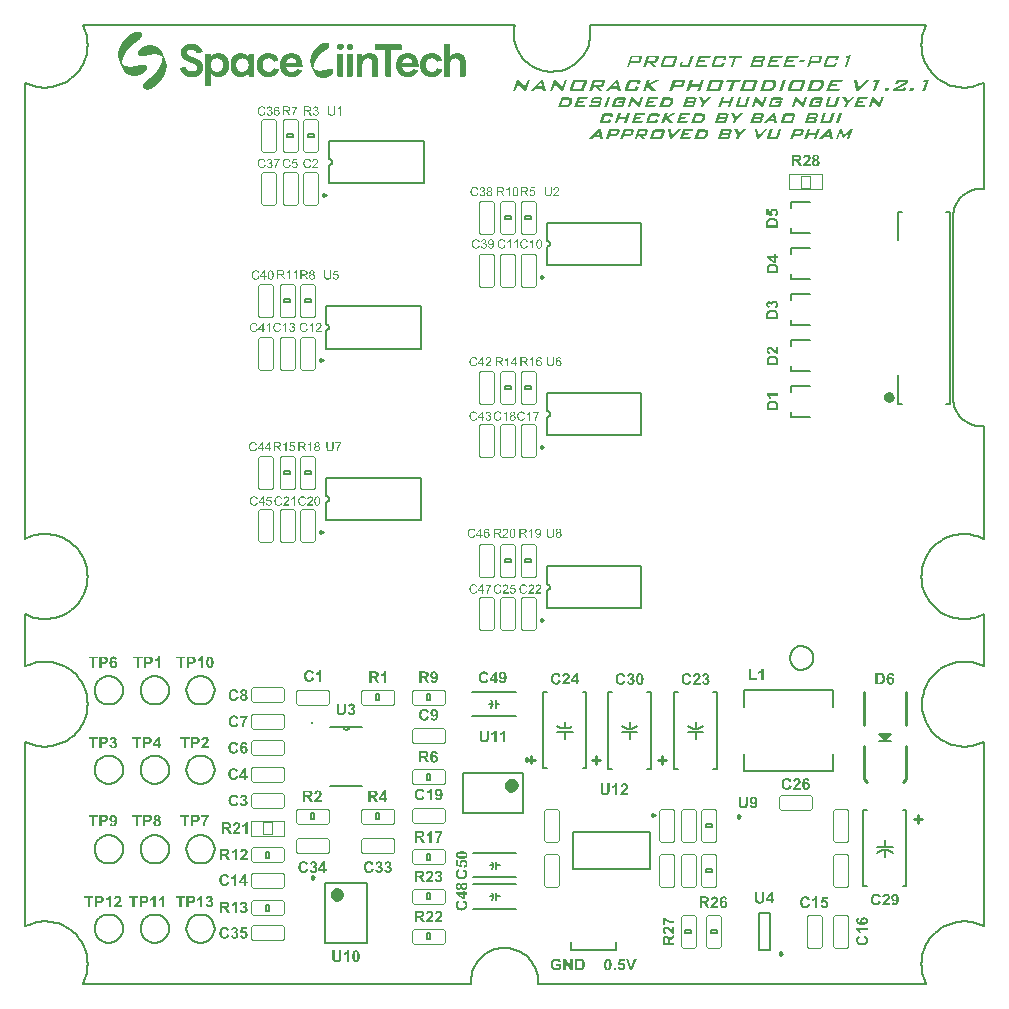
<source format=gbr>
G04*
G04 #@! TF.GenerationSoftware,Altium Limited,Altium Designer,24.1.2 (44)*
G04*
G04 Layer_Color=65535*
%FSLAX44Y44*%
%MOMM*%
G71*
G04*
G04 #@! TF.SameCoordinates,5A935687-884A-4F64-8E33-7EEF87A7B93E*
G04*
G04*
G04 #@! TF.FilePolarity,Positive*
G04*
G01*
G75*
%ADD10C,0.1270*%
%ADD11C,0.5080*%
%ADD12C,0.1500*%
%ADD13C,0.2500*%
%ADD14C,0.1000*%
%ADD15C,0.2000*%
%ADD16C,0.6000*%
%ADD17C,0.2540*%
%ADD18C,0.1524*%
%ADD19C,0.2540*%
G36*
X115768Y825051D02*
X116608D01*
Y824771D01*
X116888D01*
Y824491D01*
X117168D01*
Y824211D01*
X117448D01*
Y823931D01*
X117727D01*
Y823372D01*
X118007D01*
Y821692D01*
X117727D01*
Y820853D01*
X117448D01*
Y820293D01*
X117168D01*
Y820013D01*
X116888D01*
Y819733D01*
X116608D01*
Y819174D01*
X116328D01*
Y818894D01*
X116048D01*
Y818614D01*
X115768D01*
Y818334D01*
X115489D01*
Y818054D01*
X114929D01*
Y817774D01*
X114649D01*
Y817494D01*
X114369D01*
Y817214D01*
X114089D01*
Y816935D01*
X113530D01*
Y816655D01*
X113250D01*
Y816375D01*
X112690D01*
Y816095D01*
X112410D01*
Y815815D01*
X112130D01*
Y815535D01*
X111570D01*
Y815255D01*
X111291D01*
Y814976D01*
X111011D01*
Y814696D01*
X110451D01*
Y814416D01*
X110171D01*
Y814136D01*
X109891D01*
Y813856D01*
X109611D01*
Y813576D01*
X109331D01*
Y813296D01*
X109052D01*
Y813016D01*
X108772D01*
Y812737D01*
X108492D01*
Y812457D01*
X108212D01*
Y812177D01*
X107932D01*
Y811897D01*
X107652D01*
Y811617D01*
X107372D01*
Y811337D01*
X107092D01*
Y811057D01*
X106813D01*
Y810777D01*
X106533D01*
Y810498D01*
X106253D01*
Y809938D01*
X105973D01*
Y809658D01*
X105693D01*
Y809378D01*
X105413D01*
Y808818D01*
X105133D01*
Y808539D01*
X104853D01*
Y807979D01*
X104574D01*
Y807699D01*
X104294D01*
Y807139D01*
X104014D01*
Y806579D01*
X103734D01*
Y806020D01*
X103454D01*
Y805740D01*
X103174D01*
Y804900D01*
X102894D01*
Y804340D01*
X102614D01*
Y803781D01*
X102335D01*
Y802941D01*
X102055D01*
Y802101D01*
X101775D01*
Y800982D01*
X101495D01*
Y799303D01*
X101215D01*
Y797903D01*
X101495D01*
Y797624D01*
X101775D01*
Y797344D01*
X102335D01*
Y797064D01*
X102614D01*
Y796784D01*
X103174D01*
Y796504D01*
X104014D01*
Y796224D01*
X104853D01*
Y795944D01*
X105973D01*
Y795664D01*
X110451D01*
Y795944D01*
X112130D01*
Y796224D01*
X113530D01*
Y796504D01*
X114929D01*
Y796784D01*
X116048D01*
Y797064D01*
X117727D01*
Y797344D01*
X120526D01*
Y797064D01*
X121086D01*
Y796784D01*
X121646D01*
Y796504D01*
X121926D01*
Y795944D01*
X122205D01*
Y793985D01*
X121926D01*
Y793146D01*
X121646D01*
Y792586D01*
X121366D01*
Y792026D01*
X121086D01*
Y791746D01*
X120806D01*
Y791466D01*
X120526D01*
Y791187D01*
X120246D01*
Y790907D01*
X119966D01*
Y790627D01*
X119687D01*
Y790347D01*
X119407D01*
Y790067D01*
X119127D01*
Y789787D01*
X118567D01*
Y789507D01*
X118007D01*
Y789227D01*
X117448D01*
Y788948D01*
X116888D01*
Y788668D01*
X116048D01*
Y788388D01*
X114929D01*
Y788108D01*
X112970D01*
Y787828D01*
X110731D01*
Y788108D01*
X108492D01*
Y788388D01*
X107652D01*
Y788668D01*
X106813D01*
Y788948D01*
X106253D01*
Y789227D01*
X105693D01*
Y789507D01*
X105133D01*
Y789787D01*
X104853D01*
Y790067D01*
X104574D01*
Y790347D01*
X104294D01*
Y790627D01*
X104014D01*
Y790907D01*
X103734D01*
Y791187D01*
X103454D01*
Y791466D01*
X103174D01*
Y791746D01*
X102894D01*
Y792306D01*
X102614D01*
Y792866D01*
X102335D01*
Y793426D01*
X102055D01*
Y793985D01*
X101775D01*
Y794545D01*
X101495D01*
Y795105D01*
X101215D01*
Y795664D01*
X100935D01*
Y796224D01*
X100655D01*
Y796784D01*
X100375D01*
Y797624D01*
X100096D01*
Y798183D01*
X99816D01*
Y799023D01*
X99536D01*
Y799583D01*
X99256D01*
Y800422D01*
X98976D01*
Y800982D01*
X98696D01*
Y802101D01*
X98417D01*
Y803221D01*
X98137D01*
Y808539D01*
X98417D01*
Y809658D01*
X98696D01*
Y810498D01*
X98976D01*
Y811337D01*
X99256D01*
Y812177D01*
X99536D01*
Y812737D01*
X99816D01*
Y813296D01*
X100096D01*
Y813856D01*
X100375D01*
Y814416D01*
X100655D01*
Y814976D01*
X100935D01*
Y815255D01*
X101215D01*
Y815815D01*
X101495D01*
Y816375D01*
X101775D01*
Y816655D01*
X102055D01*
Y816935D01*
X102335D01*
Y817494D01*
X102614D01*
Y817774D01*
X102894D01*
Y818054D01*
X103174D01*
Y818334D01*
X103454D01*
Y818894D01*
X103734D01*
Y819174D01*
X104014D01*
Y819453D01*
X104294D01*
Y819733D01*
X104574D01*
Y820013D01*
X104853D01*
Y820293D01*
X105133D01*
Y820573D01*
X105413D01*
Y820853D01*
X105693D01*
Y821133D01*
X105973D01*
Y821413D01*
X106253D01*
Y821692D01*
X106813D01*
Y821972D01*
X107092D01*
Y822252D01*
X107372D01*
Y822532D01*
X107932D01*
Y822812D01*
X108212D01*
Y823092D01*
X108492D01*
Y823372D01*
X109052D01*
Y823652D01*
X109331D01*
Y823931D01*
X109891D01*
Y824211D01*
X110451D01*
Y824491D01*
X111011D01*
Y824771D01*
X111850D01*
Y825051D01*
X112970D01*
Y825331D01*
X115768D01*
Y825051D01*
D02*
G37*
G36*
X127803Y813576D02*
X128922D01*
Y813296D01*
X129762D01*
Y813016D01*
X130322D01*
Y812737D01*
X130881D01*
Y812457D01*
X131441D01*
Y812177D01*
X131721D01*
Y811897D01*
X132281D01*
Y811617D01*
X132561D01*
Y811337D01*
X132840D01*
Y811057D01*
X133120D01*
Y810777D01*
X133400D01*
Y810218D01*
X133680D01*
Y809938D01*
X133960D01*
Y809658D01*
X134240D01*
Y809098D01*
X134520D01*
Y808539D01*
X134800D01*
Y807979D01*
X135079D01*
Y807419D01*
X135359D01*
Y806859D01*
X135639D01*
Y806300D01*
X135919D01*
Y805740D01*
X136199D01*
Y804900D01*
X136479D01*
Y804340D01*
X136759D01*
Y803501D01*
X137039D01*
Y802941D01*
X137318D01*
Y802101D01*
X137598D01*
Y801542D01*
X137878D01*
Y800702D01*
X138158D01*
Y799863D01*
X138438D01*
Y799023D01*
X138718D01*
Y797624D01*
X138998D01*
Y794545D01*
X138718D01*
Y793426D01*
Y793146D01*
Y792866D01*
X138438D01*
Y791746D01*
X138158D01*
Y790907D01*
X137878D01*
Y790067D01*
X137598D01*
Y789507D01*
X137318D01*
Y788668D01*
X137039D01*
Y788108D01*
X136759D01*
Y787548D01*
X136479D01*
Y787268D01*
X136199D01*
Y786709D01*
X135919D01*
Y786149D01*
X135639D01*
Y785869D01*
X135359D01*
Y785309D01*
X135079D01*
Y785029D01*
X134800D01*
Y784470D01*
X134520D01*
Y784190D01*
X134240D01*
Y783910D01*
X133960D01*
Y783350D01*
X133680D01*
Y783070D01*
X133400D01*
Y782790D01*
X133120D01*
Y782511D01*
X132840D01*
Y782231D01*
X132561D01*
Y781951D01*
X132281D01*
Y781671D01*
X132001D01*
Y781391D01*
X131721D01*
Y781111D01*
X131441D01*
Y780831D01*
X131161D01*
Y780551D01*
X130881D01*
Y780272D01*
X130602D01*
Y779992D01*
X130042D01*
Y779712D01*
X129762D01*
Y779432D01*
X129482D01*
Y779152D01*
X129202D01*
Y778872D01*
X128643D01*
Y778592D01*
X128363D01*
Y778313D01*
X127803D01*
Y778033D01*
X127523D01*
Y777753D01*
X126963D01*
Y777473D01*
X126404D01*
Y777193D01*
X125844D01*
Y776913D01*
X125004D01*
Y776633D01*
X123605D01*
Y776353D01*
X121366D01*
Y776633D01*
X120526D01*
Y776913D01*
X119966D01*
Y777193D01*
X119687D01*
Y777473D01*
X119407D01*
Y777753D01*
X119127D01*
Y778313D01*
X118847D01*
Y780272D01*
X119127D01*
Y780831D01*
X119407D01*
Y781391D01*
X119687D01*
Y781951D01*
X119966D01*
Y782231D01*
X120246D01*
Y782511D01*
X120526D01*
Y782790D01*
X120806D01*
Y783070D01*
X121086D01*
Y783350D01*
X121366D01*
Y783630D01*
X121646D01*
Y783910D01*
X121926D01*
Y784190D01*
X122205D01*
Y784470D01*
X122765D01*
Y784750D01*
X123045D01*
Y785029D01*
X123325D01*
Y785309D01*
X123885D01*
Y785589D01*
X124164D01*
Y785869D01*
X124724D01*
Y786149D01*
X125004D01*
Y786429D01*
X125284D01*
Y786709D01*
X125844D01*
Y786988D01*
X126124D01*
Y787268D01*
X126404D01*
Y787548D01*
X126683D01*
Y787828D01*
X126963D01*
Y788108D01*
X127523D01*
Y788388D01*
X127803D01*
Y788668D01*
X128083D01*
Y788948D01*
X128363D01*
Y789227D01*
X128643D01*
Y789507D01*
X128922D01*
Y789787D01*
X129202D01*
Y790347D01*
X129482D01*
Y790627D01*
X129762D01*
Y790907D01*
X130042D01*
Y791187D01*
X130322D01*
Y791466D01*
X130602D01*
Y791746D01*
X130881D01*
Y792306D01*
X131161D01*
Y792586D01*
X131441D01*
Y792866D01*
X131721D01*
Y793426D01*
X132001D01*
Y793705D01*
X132281D01*
Y794265D01*
X132561D01*
Y794825D01*
X132840D01*
Y795385D01*
X133120D01*
Y795664D01*
X133400D01*
Y796224D01*
X133680D01*
Y797064D01*
X133960D01*
Y797624D01*
X134240D01*
Y798183D01*
X134520D01*
Y799023D01*
X134800D01*
Y799863D01*
X135079D01*
Y800982D01*
X135359D01*
Y803221D01*
X135639D01*
Y803781D01*
X135359D01*
Y804061D01*
X135079D01*
Y804340D01*
X134800D01*
Y804620D01*
X134240D01*
Y804900D01*
X133680D01*
Y805180D01*
X133120D01*
Y805460D01*
X132281D01*
Y805740D01*
X130881D01*
Y806020D01*
X126404D01*
Y805740D01*
X124444D01*
Y805460D01*
X123325D01*
Y805180D01*
X121926D01*
Y804900D01*
X120806D01*
Y804620D01*
X119127D01*
Y804340D01*
X116328D01*
Y804620D01*
X115768D01*
Y804900D01*
X115209D01*
Y805180D01*
X114929D01*
Y805740D01*
X114649D01*
Y807979D01*
X114929D01*
Y808818D01*
X115209D01*
Y809378D01*
X115489D01*
Y809938D01*
X115768D01*
Y810218D01*
X116048D01*
Y810498D01*
X116328D01*
Y810777D01*
X116608D01*
Y811057D01*
X116888D01*
Y811337D01*
X117168D01*
Y811617D01*
X117727D01*
Y811897D01*
X118007D01*
Y812177D01*
X118567D01*
Y812457D01*
X119127D01*
Y812737D01*
X119687D01*
Y813016D01*
X120246D01*
Y813296D01*
X121366D01*
Y813576D01*
X122485D01*
Y813856D01*
X127803D01*
Y813576D01*
D02*
G37*
G36*
X165306Y801822D02*
X165865D01*
Y801542D01*
X166425D01*
Y801262D01*
X166705D01*
Y800982D01*
X167265D01*
Y800702D01*
X167544D01*
Y800422D01*
X167824D01*
Y800142D01*
X168104D01*
Y799863D01*
X168384D01*
Y799583D01*
X168664D01*
Y799023D01*
X168944D01*
Y798743D01*
X169224D01*
Y797903D01*
X169503D01*
Y797344D01*
X169783D01*
Y795664D01*
X170063D01*
Y793705D01*
X169783D01*
Y792306D01*
X169503D01*
Y791746D01*
X169224D01*
Y791187D01*
X168944D01*
Y790627D01*
X168664D01*
Y790347D01*
X168384D01*
Y789787D01*
X168104D01*
Y789507D01*
X167824D01*
Y789227D01*
X167544D01*
Y788948D01*
X166985D01*
Y788668D01*
X166705D01*
Y788388D01*
X166145D01*
Y788108D01*
X165865D01*
Y787828D01*
X165306D01*
Y787548D01*
X164466D01*
Y787268D01*
X163346D01*
Y786988D01*
X161667D01*
Y786709D01*
X158869D01*
Y786988D01*
X157189D01*
Y787268D01*
X156070D01*
Y787548D01*
X155510D01*
Y787828D01*
X154950D01*
Y788108D01*
X154390D01*
Y788388D01*
X153831D01*
Y788668D01*
X153551D01*
Y788948D01*
X153271D01*
Y789227D01*
X152991D01*
Y789507D01*
X152711D01*
Y789787D01*
X152431D01*
Y790067D01*
X152152D01*
Y790347D01*
X151872D01*
Y790627D01*
X151592D01*
Y791187D01*
X151312D01*
Y791466D01*
X151032D01*
Y792026D01*
X150752D01*
Y792866D01*
X150472D01*
Y793426D01*
X150192D01*
Y794545D01*
X150752D01*
Y794825D01*
X151872D01*
Y795105D01*
X153271D01*
Y795385D01*
X154390D01*
Y795664D01*
X154670D01*
Y795385D01*
X154950D01*
Y795105D01*
X155230D01*
Y794545D01*
X155510D01*
Y793985D01*
X155790D01*
Y793705D01*
X156070D01*
Y793146D01*
X156350D01*
Y792866D01*
X156909D01*
Y792586D01*
X157189D01*
Y792306D01*
X157749D01*
Y792026D01*
X158589D01*
Y791746D01*
X162227D01*
Y792026D01*
X163067D01*
Y792306D01*
X163626D01*
Y792586D01*
X163906D01*
Y792866D01*
X164186D01*
Y793146D01*
X164466D01*
Y793705D01*
X164746D01*
Y795385D01*
X164466D01*
Y795944D01*
X164186D01*
Y796504D01*
X163906D01*
Y796784D01*
X163626D01*
Y797064D01*
X163346D01*
Y797344D01*
X162787D01*
Y797624D01*
X162227D01*
Y797903D01*
X161667D01*
Y798183D01*
X161107D01*
Y798463D01*
X160268D01*
Y798743D01*
X159428D01*
Y799023D01*
X158869D01*
Y799303D01*
X158029D01*
Y799583D01*
X157189D01*
Y799863D01*
X156629D01*
Y800142D01*
X155790D01*
Y800422D01*
X155230D01*
Y800702D01*
X154950D01*
Y800982D01*
X154390D01*
Y801262D01*
X154111D01*
Y801542D01*
X153551D01*
Y801822D01*
X153271D01*
Y802101D01*
X152991D01*
Y802381D01*
X152711D01*
Y802661D01*
X152431D01*
Y802941D01*
X152152D01*
Y803501D01*
X151872D01*
Y803781D01*
X151592D01*
Y804340D01*
X151312D01*
Y805180D01*
X151032D01*
Y806579D01*
X150752D01*
Y808259D01*
X151032D01*
Y809658D01*
X151312D01*
Y810498D01*
X151592D01*
Y811057D01*
X151872D01*
Y811337D01*
X152152D01*
Y811897D01*
X152431D01*
Y812177D01*
X152711D01*
Y812457D01*
X152991D01*
Y812737D01*
X153271D01*
Y813016D01*
X153551D01*
Y813296D01*
X154111D01*
Y813576D01*
X154390D01*
Y813856D01*
X154950D01*
Y814136D01*
X155510D01*
Y814416D01*
X156350D01*
Y814696D01*
X157189D01*
Y814976D01*
X158869D01*
Y815255D01*
X161107D01*
Y814976D01*
X163067D01*
Y814696D01*
X163906D01*
Y814416D01*
X164746D01*
Y814136D01*
X165306D01*
Y813856D01*
X165585D01*
Y813576D01*
X166145D01*
Y813296D01*
X166425D01*
Y813016D01*
X166705D01*
Y812737D01*
X166985D01*
Y812457D01*
X167265D01*
Y812177D01*
X167544D01*
Y811897D01*
X167824D01*
Y811617D01*
X168104D01*
Y811057D01*
X168384D01*
Y810777D01*
X168664D01*
Y810218D01*
X168944D01*
Y809378D01*
X169224D01*
Y808539D01*
X169503D01*
Y807979D01*
X168944D01*
Y807699D01*
X167824D01*
Y807419D01*
X166705D01*
Y807139D01*
X165585D01*
Y806859D01*
X164466D01*
Y807139D01*
X164186D01*
Y807699D01*
X163906D01*
Y808259D01*
X163626D01*
Y808818D01*
X163346D01*
Y809098D01*
X163067D01*
Y809378D01*
X162507D01*
Y809658D01*
X162227D01*
Y809938D01*
X161387D01*
Y810218D01*
X158589D01*
Y809938D01*
X157749D01*
Y809658D01*
X157189D01*
Y809378D01*
X156909D01*
Y809098D01*
X156629D01*
Y808818D01*
X156350D01*
Y808259D01*
X156070D01*
Y806859D01*
X156350D01*
Y806300D01*
X156629D01*
Y806020D01*
X156909D01*
Y805740D01*
X157189D01*
Y805460D01*
X157469D01*
Y805180D01*
X157749D01*
Y804900D01*
X158309D01*
Y804620D01*
X158869D01*
Y804340D01*
X159428D01*
Y804061D01*
X160268D01*
Y803781D01*
X161107D01*
Y803501D01*
X161947D01*
Y803221D01*
X162787D01*
Y802941D01*
X163626D01*
Y802661D01*
X164186D01*
Y802381D01*
X164746D01*
Y802101D01*
X165306D01*
Y801822D01*
D02*
G37*
G36*
X184896Y806579D02*
X186016D01*
Y806300D01*
X186576D01*
Y806020D01*
X187135D01*
Y805740D01*
X187695D01*
Y805460D01*
X187975D01*
Y805180D01*
X188535D01*
Y804900D01*
X188815D01*
Y804620D01*
X189095D01*
Y804340D01*
X189374D01*
Y804061D01*
X189654D01*
Y803501D01*
X189934D01*
Y803221D01*
X190214D01*
Y802661D01*
X190494D01*
Y802101D01*
X190774D01*
Y801542D01*
X191054D01*
Y800702D01*
X191333D01*
Y799583D01*
X191613D01*
Y794265D01*
X191333D01*
Y793146D01*
X191054D01*
Y792306D01*
X190774D01*
Y791746D01*
X190494D01*
Y791187D01*
X190214D01*
Y790627D01*
X189934D01*
Y790347D01*
X189654D01*
Y790067D01*
X189374D01*
Y789507D01*
X189095D01*
Y789227D01*
X188815D01*
Y788948D01*
X188255D01*
Y788668D01*
X187975D01*
Y788388D01*
X187695D01*
Y788108D01*
X187135D01*
Y787828D01*
X186576D01*
Y787548D01*
X185736D01*
Y787268D01*
X184896D01*
Y786988D01*
X180698D01*
Y787268D01*
X179859D01*
Y787548D01*
X179019D01*
Y787828D01*
X178459D01*
Y788108D01*
X178179D01*
Y788388D01*
X177620D01*
Y788668D01*
X177340D01*
Y788948D01*
X177060D01*
Y789227D01*
X176780D01*
Y789507D01*
X176500D01*
Y779152D01*
X172022D01*
Y779432D01*
X171742D01*
Y796224D01*
Y796504D01*
Y806300D01*
X172022D01*
Y806579D01*
X176220D01*
Y804900D01*
X176500D01*
Y804340D01*
X176780D01*
Y804620D01*
X177060D01*
Y804900D01*
X177340D01*
Y805180D01*
X177620D01*
Y805460D01*
X178179D01*
Y805740D01*
X178459D01*
Y806020D01*
X179019D01*
Y806300D01*
X179579D01*
Y806579D01*
X180418D01*
Y806859D01*
X184896D01*
Y806579D01*
D02*
G37*
G36*
X203928D02*
X205047D01*
Y806300D01*
X205607D01*
Y806020D01*
X206166D01*
Y805740D01*
X206446D01*
Y805460D01*
X207006D01*
Y805180D01*
X207286D01*
Y804900D01*
X207566D01*
Y804620D01*
X207846D01*
Y804340D01*
X208126D01*
Y805180D01*
X208405D01*
Y806579D01*
X212604D01*
Y806300D01*
X212883D01*
Y799863D01*
Y799583D01*
Y787548D01*
X212604D01*
Y787268D01*
X208405D01*
Y788668D01*
X208126D01*
Y789507D01*
X207846D01*
Y789227D01*
X207566D01*
Y788948D01*
X207286D01*
Y788668D01*
X207006D01*
Y788388D01*
X206446D01*
Y788108D01*
X206166D01*
Y787828D01*
X205607D01*
Y787548D01*
X204767D01*
Y787268D01*
X203928D01*
Y786988D01*
X199729D01*
Y787268D01*
X198890D01*
Y787548D01*
X198050D01*
Y787828D01*
X197491D01*
Y788108D01*
X196931D01*
Y788388D01*
X196651D01*
Y788668D01*
X196091D01*
Y788948D01*
X195811D01*
Y789227D01*
X195532D01*
Y789507D01*
X195252D01*
Y790067D01*
X194972D01*
Y790347D01*
X194692D01*
Y790627D01*
X194412D01*
Y791187D01*
X194132D01*
Y791746D01*
X193852D01*
Y792306D01*
X193572D01*
Y793146D01*
X193293D01*
Y794265D01*
X193013D01*
Y799583D01*
X193293D01*
Y800702D01*
X193572D01*
Y801542D01*
X193852D01*
Y802101D01*
X194132D01*
Y802661D01*
X194412D01*
Y803221D01*
X194692D01*
Y803501D01*
X194972D01*
Y804061D01*
X195252D01*
Y804340D01*
X195532D01*
Y804620D01*
X195811D01*
Y804900D01*
X196091D01*
Y805180D01*
X196651D01*
Y805460D01*
X196931D01*
Y805740D01*
X197491D01*
Y806020D01*
X198050D01*
Y806300D01*
X198610D01*
Y806579D01*
X199729D01*
Y806859D01*
X203928D01*
Y806579D01*
D02*
G37*
G36*
X218201Y789227D02*
Y789507D01*
X217921D01*
Y789787D01*
X217641D01*
Y790067D01*
X217361D01*
Y790347D01*
X217082D01*
Y790627D01*
X216802D01*
Y791187D01*
X216522D01*
Y791466D01*
X216242D01*
Y792026D01*
X215962D01*
Y792866D01*
X215682D01*
Y793705D01*
X215402D01*
Y795105D01*
X215122D01*
Y798743D01*
X215402D01*
Y800142D01*
X215682D01*
Y800982D01*
X215962D01*
Y801822D01*
X216242D01*
Y802381D01*
X216522D01*
Y802661D01*
X216802D01*
Y803221D01*
X217082D01*
Y803501D01*
X217361D01*
Y803781D01*
X217641D01*
Y804340D01*
X217921D01*
Y804620D01*
X218481D01*
Y804900D01*
X218761D01*
Y805180D01*
X219041D01*
Y805460D01*
X219600D01*
Y805740D01*
X220160D01*
Y806020D01*
X220720D01*
Y806300D01*
X221559D01*
Y806579D01*
X222399D01*
Y806859D01*
X227717D01*
Y806579D01*
X228836D01*
Y806300D01*
X229396D01*
Y806020D01*
X229956D01*
Y805740D01*
X230515D01*
Y805460D01*
X230795D01*
Y805180D01*
X231355D01*
Y804900D01*
X231635D01*
Y804620D01*
X231915D01*
Y804340D01*
X232194D01*
Y804061D01*
X232474D01*
Y803501D01*
X232754D01*
Y803221D01*
X233034D01*
Y802661D01*
X233314D01*
Y802101D01*
X233594D01*
Y801542D01*
X233874D01*
Y800982D01*
X233594D01*
Y800702D01*
X232754D01*
Y800422D01*
X231915D01*
Y800142D01*
X231075D01*
Y799863D01*
X229676D01*
Y800142D01*
X229396D01*
Y800702D01*
X229116D01*
Y800982D01*
X228836D01*
Y801262D01*
X228556D01*
Y801542D01*
X228276D01*
Y801822D01*
X227717D01*
Y802101D01*
X227157D01*
Y802381D01*
X226037D01*
Y802661D01*
X224638D01*
Y802381D01*
X223519D01*
Y802101D01*
X222679D01*
Y801822D01*
X222399D01*
Y801542D01*
X221839D01*
Y801262D01*
X221559D01*
Y800982D01*
X221280D01*
Y800422D01*
X221000D01*
Y800142D01*
X220720D01*
Y799303D01*
X220440D01*
Y798463D01*
X220160D01*
Y795385D01*
X220440D01*
Y794545D01*
X220720D01*
Y793705D01*
X221000D01*
Y793426D01*
X221280D01*
Y793146D01*
X221559D01*
Y792866D01*
X221839D01*
Y792586D01*
X222119D01*
Y792306D01*
X222399D01*
Y792026D01*
X222959D01*
Y791746D01*
X223519D01*
Y791466D01*
X225198D01*
Y791187D01*
X225478D01*
Y791466D01*
X227157D01*
Y791746D01*
X227717D01*
Y792026D01*
X228276D01*
Y792306D01*
X228556D01*
Y792586D01*
X228836D01*
Y792866D01*
X229116D01*
Y793426D01*
X229396D01*
Y793705D01*
X229676D01*
Y793985D01*
X229956D01*
Y794265D01*
X230515D01*
Y793985D01*
X231635D01*
Y793705D01*
X233034D01*
Y793426D01*
X233874D01*
Y793146D01*
X234154D01*
Y792586D01*
X233874D01*
Y791746D01*
X233594D01*
Y791466D01*
X233314D01*
Y790907D01*
X233034D01*
Y790347D01*
X232754D01*
Y790067D01*
X232474D01*
Y789787D01*
X232194D01*
Y789507D01*
X231915D01*
Y789227D01*
X231635D01*
Y788948D01*
X231355D01*
Y788668D01*
X230795D01*
Y788388D01*
X230515D01*
Y788108D01*
X229956D01*
Y787828D01*
X229396D01*
Y787548D01*
X228556D01*
Y787268D01*
X227437D01*
Y786988D01*
X222679D01*
Y787268D01*
X221559D01*
Y787548D01*
X220720D01*
Y787828D01*
X220160D01*
Y788108D01*
X219600D01*
Y788388D01*
X219321D01*
Y788668D01*
X218761D01*
Y788948D01*
X218481D01*
Y789227D01*
X218201D01*
D02*
G37*
G36*
X247028Y806579D02*
X248147D01*
Y806300D01*
X248707D01*
Y806020D01*
X249267D01*
Y805740D01*
X249826D01*
Y805460D01*
X250106D01*
Y805180D01*
X250666D01*
Y804900D01*
X250946D01*
Y804620D01*
X251226D01*
Y804340D01*
X251506D01*
Y804061D01*
X251785D01*
Y803501D01*
X252065D01*
Y803221D01*
X252345D01*
Y802661D01*
X252625D01*
Y802101D01*
X252905D01*
Y801542D01*
X253185D01*
Y800702D01*
X253465D01*
Y799583D01*
X253745D01*
Y797344D01*
X254024D01*
Y795664D01*
X253745D01*
Y795385D01*
X240311D01*
Y794265D01*
X240591D01*
Y793705D01*
X240870D01*
Y793146D01*
X241150D01*
Y792866D01*
X241430D01*
Y792586D01*
X241710D01*
Y792306D01*
X241990D01*
Y792026D01*
X242270D01*
Y791746D01*
X242830D01*
Y791466D01*
X243669D01*
Y791187D01*
X245908D01*
Y791466D01*
X247028D01*
Y791746D01*
X247587D01*
Y792026D01*
X247867D01*
Y792306D01*
X248147D01*
Y792586D01*
X248427D01*
Y792866D01*
X248707D01*
Y793146D01*
X248987D01*
Y793426D01*
X249547D01*
Y793705D01*
X249826D01*
Y793426D01*
X250666D01*
Y793146D01*
X251506D01*
Y792866D01*
X252345D01*
Y792586D01*
X253185D01*
Y792306D01*
X253465D01*
Y792026D01*
X253185D01*
Y791466D01*
X252905D01*
Y790907D01*
X252625D01*
Y790627D01*
X252345D01*
Y790067D01*
X252065D01*
Y789787D01*
X251785D01*
Y789507D01*
X251506D01*
Y789227D01*
X251226D01*
Y788948D01*
X250946D01*
Y788668D01*
X250386D01*
Y788388D01*
X250106D01*
Y788108D01*
X249547D01*
Y787828D01*
X248987D01*
Y787548D01*
X248147D01*
Y787268D01*
X247028D01*
Y786988D01*
X242550D01*
Y787268D01*
X241430D01*
Y787548D01*
X240591D01*
Y787828D01*
X240031D01*
Y788108D01*
X239471D01*
Y788388D01*
X238911D01*
Y788668D01*
X238631D01*
Y788948D01*
X238352D01*
Y789227D01*
X238072D01*
Y789507D01*
X237512D01*
Y790067D01*
X237232D01*
Y790347D01*
X236952D01*
Y790627D01*
X236672D01*
Y791187D01*
X236392D01*
Y791466D01*
X236113D01*
Y792026D01*
X235833D01*
Y792866D01*
X235553D01*
Y793705D01*
X235273D01*
Y795105D01*
X234993D01*
Y798743D01*
X235273D01*
Y800142D01*
X235553D01*
Y800982D01*
X235833D01*
Y801822D01*
X236113D01*
Y802381D01*
X236392D01*
Y802661D01*
X236672D01*
Y803221D01*
X236952D01*
Y803501D01*
X237232D01*
Y804061D01*
X237512D01*
Y804340D01*
X237792D01*
Y804620D01*
X238072D01*
Y804900D01*
X238631D01*
Y805180D01*
X238911D01*
Y805460D01*
X239471D01*
Y805740D01*
X239751D01*
Y806020D01*
X240591D01*
Y806300D01*
X241150D01*
Y806579D01*
X242270D01*
Y806859D01*
X247028D01*
Y806579D01*
D02*
G37*
G36*
X269697Y814696D02*
Y814976D01*
X270257D01*
Y815255D01*
X270817D01*
Y815535D01*
X271376D01*
Y815815D01*
X272216D01*
Y816095D01*
X275294D01*
Y815815D01*
X275854D01*
Y815535D01*
X276134D01*
Y815255D01*
X276414D01*
Y814696D01*
X276694D01*
Y813016D01*
X276414D01*
Y812457D01*
X276134D01*
Y811897D01*
X275854D01*
Y811617D01*
X275574D01*
Y811337D01*
X275294D01*
Y811057D01*
X275015D01*
Y810777D01*
X274735D01*
Y810498D01*
X274455D01*
Y810218D01*
X274175D01*
Y809938D01*
X273895D01*
Y809658D01*
X273335D01*
Y809378D01*
X273056D01*
Y809098D01*
X272776D01*
Y808818D01*
X272216D01*
Y808539D01*
X271936D01*
Y808259D01*
X271376D01*
Y807979D01*
X271096D01*
Y807699D01*
X270817D01*
Y807419D01*
X270537D01*
Y807139D01*
X270257D01*
Y806859D01*
X269697D01*
Y806579D01*
X269417D01*
Y806300D01*
X269137D01*
Y806020D01*
X268857D01*
Y805740D01*
X268578D01*
Y805460D01*
X268298D01*
Y805180D01*
X268018D01*
Y804620D01*
X267738D01*
Y804340D01*
X267458D01*
Y804061D01*
X267178D01*
Y803781D01*
X266898D01*
Y803221D01*
X266618D01*
Y802941D01*
X266339D01*
Y802661D01*
X266059D01*
Y802101D01*
X265779D01*
Y801542D01*
X265499D01*
Y801262D01*
X265219D01*
Y800702D01*
X264939D01*
Y800142D01*
X264660D01*
Y799583D01*
X264380D01*
Y798743D01*
X264100D01*
Y798183D01*
X263820D01*
Y797064D01*
X263540D01*
Y795664D01*
X263260D01*
Y794265D01*
X263540D01*
Y793985D01*
X263820D01*
Y793705D01*
X264100D01*
Y793426D01*
X264660D01*
Y793146D01*
X265219D01*
Y792866D01*
X266059D01*
Y792586D01*
X267458D01*
Y792306D01*
X270257D01*
Y792586D01*
X272216D01*
Y792866D01*
X273615D01*
Y793146D01*
X274735D01*
Y793426D01*
X276134D01*
Y793705D01*
X278933D01*
Y793426D01*
X279493D01*
Y793146D01*
X279772D01*
Y792586D01*
X280052D01*
Y790907D01*
X279772D01*
Y790067D01*
X279493D01*
Y789787D01*
X279213D01*
Y789227D01*
X278933D01*
Y788948D01*
X278653D01*
Y788668D01*
X278373D01*
Y788388D01*
X278093D01*
Y788108D01*
X277813D01*
Y787828D01*
X277254D01*
Y787548D01*
X276694D01*
Y787268D01*
X276134D01*
Y786988D01*
X275574D01*
Y786709D01*
X274735D01*
Y786429D01*
X273335D01*
Y786149D01*
X270257D01*
Y786429D01*
X268578D01*
Y786709D01*
X267738D01*
Y786988D01*
X267178D01*
Y787268D01*
X266618D01*
Y787548D01*
X266339D01*
Y787828D01*
X266059D01*
Y788108D01*
X265779D01*
Y788388D01*
X265499D01*
Y788668D01*
X265219D01*
Y788948D01*
X264939D01*
Y789227D01*
X264660D01*
Y789787D01*
X264380D01*
Y790067D01*
X264100D01*
Y790627D01*
X263820D01*
Y791187D01*
X263540D01*
Y791746D01*
X263260D01*
Y792306D01*
X262980D01*
Y793146D01*
X262700D01*
Y793705D01*
X262421D01*
Y794265D01*
X262141D01*
Y795105D01*
X261861D01*
Y795664D01*
X261581D01*
Y796504D01*
X261301D01*
Y797344D01*
X261021D01*
Y798463D01*
X260741D01*
Y802381D01*
X261021D01*
Y803781D01*
X261301D01*
Y804620D01*
X261581D01*
Y805460D01*
X261861D01*
Y806020D01*
X262141D01*
Y806579D01*
X262421D01*
Y807139D01*
X262700D01*
Y807699D01*
X262980D01*
Y808259D01*
X263260D01*
Y808539D01*
X263540D01*
Y809098D01*
X263820D01*
Y809378D01*
X264100D01*
Y809658D01*
X264380D01*
Y810218D01*
X264660D01*
Y810498D01*
X264939D01*
Y810777D01*
X265219D01*
Y811057D01*
X265499D01*
Y811337D01*
X265779D01*
Y811617D01*
X266059D01*
Y811897D01*
X266339D01*
Y812177D01*
X266618D01*
Y812457D01*
X266898D01*
Y812737D01*
X267178D01*
Y813016D01*
X267458D01*
Y813296D01*
X267738D01*
Y813576D01*
X268018D01*
Y813856D01*
X268578D01*
Y814136D01*
X268857D01*
Y814416D01*
X269137D01*
Y814696D01*
X269417D01*
X269697D01*
D02*
G37*
G36*
X295445Y814976D02*
X296005D01*
Y814696D01*
X296285D01*
Y814416D01*
X296565D01*
Y813856D01*
X296845D01*
Y811337D01*
X296565D01*
Y811057D01*
X296285D01*
Y810777D01*
X296005D01*
Y810498D01*
X295725D01*
Y810218D01*
X294886D01*
Y809938D01*
X293486D01*
Y810218D01*
X292647D01*
Y810498D01*
X292087D01*
Y810777D01*
X291807D01*
Y811337D01*
X291527D01*
Y811897D01*
X291247D01*
Y813576D01*
X291527D01*
Y814136D01*
X291807D01*
Y814416D01*
X292087D01*
Y814696D01*
X292367D01*
Y814976D01*
X292647D01*
Y815255D01*
X295445D01*
Y814976D01*
D02*
G37*
G36*
X287329D02*
X287609D01*
Y814696D01*
X288169D01*
Y814136D01*
X288448D01*
Y813856D01*
X288728D01*
Y811617D01*
X288448D01*
Y811057D01*
X288169D01*
Y810777D01*
X287889D01*
Y810498D01*
X287329D01*
Y810218D01*
X286769D01*
Y809938D01*
X285090D01*
Y810218D01*
X284530D01*
Y810498D01*
X283971D01*
Y810777D01*
X283691D01*
Y811057D01*
X283411D01*
Y811617D01*
X283131D01*
Y813576D01*
Y813856D01*
X283411D01*
Y814136D01*
X283691D01*
Y814696D01*
X284250D01*
Y814976D01*
X284530D01*
Y815255D01*
X287329D01*
Y814976D01*
D02*
G37*
G36*
X313077Y806579D02*
X313917D01*
Y806300D01*
X314756D01*
Y806020D01*
X315036D01*
Y805740D01*
X315596D01*
Y805460D01*
X315876D01*
Y805180D01*
X316156D01*
Y804900D01*
X316436D01*
Y804620D01*
X316715D01*
Y804061D01*
X316995D01*
Y803501D01*
X317275D01*
Y802941D01*
X317555D01*
Y802101D01*
X317835D01*
Y787268D01*
X313077D01*
Y799583D01*
X312797D01*
Y800422D01*
X312517D01*
Y800982D01*
X312237D01*
Y801542D01*
X311957D01*
Y801822D01*
X311678D01*
Y802101D01*
X311118D01*
Y802381D01*
X309998D01*
Y802661D01*
X308879D01*
Y802381D01*
X307759D01*
Y802101D01*
X307200D01*
Y801822D01*
X306640D01*
Y801542D01*
X306360D01*
Y801262D01*
X306080D01*
Y800982D01*
X305800D01*
Y800422D01*
X305520D01*
Y799863D01*
X305241D01*
Y799303D01*
X304961D01*
Y797624D01*
X304681D01*
Y787268D01*
X300203D01*
Y787548D01*
X299923D01*
Y790347D01*
Y790627D01*
Y806300D01*
X300203D01*
Y806579D01*
X304401D01*
Y804900D01*
X304681D01*
Y804340D01*
X304961D01*
Y804620D01*
X305241D01*
Y804900D01*
X305520D01*
Y805180D01*
X305800D01*
Y805460D01*
X306360D01*
Y805740D01*
X306640D01*
Y806020D01*
X307200D01*
Y806300D01*
X307759D01*
Y806579D01*
X308879D01*
Y806859D01*
X313077D01*
Y806579D01*
D02*
G37*
G36*
X365973D02*
X366812D01*
Y806300D01*
X367652D01*
Y806020D01*
X368212D01*
Y805740D01*
X368771D01*
Y805460D01*
X369051D01*
Y805180D01*
X369611D01*
Y804900D01*
X369891D01*
Y804620D01*
X370171D01*
Y804340D01*
X370451D01*
Y803781D01*
X370730D01*
Y803501D01*
X371010D01*
Y803221D01*
X371290D01*
Y802661D01*
X371570D01*
Y802101D01*
X371850D01*
Y800702D01*
X371010D01*
Y800422D01*
X370171D01*
Y800142D01*
X369051D01*
Y799863D01*
X367932D01*
Y800142D01*
X367652D01*
Y800422D01*
X367372D01*
Y800982D01*
X367092D01*
Y801262D01*
X366812D01*
Y801542D01*
X366532D01*
Y801822D01*
X365973D01*
Y802101D01*
X365413D01*
Y802381D01*
X364293D01*
Y802661D01*
X362894D01*
Y802381D01*
X361495D01*
Y802101D01*
X360935D01*
Y801822D01*
X360375D01*
Y801542D01*
X360095D01*
Y801262D01*
X359815D01*
Y800982D01*
X359535D01*
Y800702D01*
X359256D01*
Y800142D01*
X358976D01*
Y799583D01*
X358696D01*
Y798743D01*
X358416D01*
Y795105D01*
X358696D01*
Y794265D01*
X358976D01*
Y793705D01*
X359256D01*
Y793426D01*
X359535D01*
Y792866D01*
X359815D01*
Y792586D01*
X360095D01*
Y792306D01*
X360655D01*
Y792026D01*
X360935D01*
Y791746D01*
X361774D01*
Y791466D01*
X363174D01*
Y791187D01*
X363734D01*
Y791466D01*
X365133D01*
Y791746D01*
X365973D01*
Y792026D01*
X366252D01*
Y792306D01*
X366812D01*
Y792586D01*
X367092D01*
Y792866D01*
X367372D01*
Y793426D01*
X367652D01*
Y793705D01*
X367932D01*
Y793985D01*
X368212D01*
Y794265D01*
X368771D01*
Y793985D01*
X369891D01*
Y793705D01*
X371010D01*
Y793426D01*
X372130D01*
Y793146D01*
X372410D01*
Y792586D01*
X372130D01*
Y792026D01*
X371850D01*
Y791466D01*
X371570D01*
Y790907D01*
X371290D01*
Y790627D01*
X371010D01*
Y790067D01*
X370730D01*
Y789787D01*
X370451D01*
Y789507D01*
X370171D01*
Y789227D01*
X369891D01*
Y788948D01*
X369611D01*
Y788668D01*
X369051D01*
Y788388D01*
X368771D01*
Y788108D01*
X368212D01*
Y787828D01*
X367652D01*
Y787548D01*
X366812D01*
Y787268D01*
X365693D01*
Y786988D01*
X360935D01*
Y787268D01*
X359815D01*
Y787548D01*
X358976D01*
Y787828D01*
X358416D01*
Y788108D01*
X357856D01*
Y788388D01*
X357296D01*
Y788668D01*
X357017D01*
Y788948D01*
X356737D01*
Y789227D01*
X356177D01*
Y789507D01*
X355897D01*
Y789787D01*
X355617D01*
Y790347D01*
X355337D01*
Y790627D01*
X355058D01*
Y790907D01*
X354778D01*
Y791466D01*
X354498D01*
Y792026D01*
X354218D01*
Y792586D01*
X353938D01*
Y793426D01*
X353658D01*
Y794825D01*
X353378D01*
Y799303D01*
X353658D01*
Y800422D01*
X353938D01*
Y801262D01*
X354218D01*
Y801822D01*
X354498D01*
Y802381D01*
X354778D01*
Y802941D01*
X355058D01*
Y803221D01*
X355337D01*
Y803501D01*
X355617D01*
Y804061D01*
X355897D01*
Y804340D01*
X356177D01*
Y804620D01*
X356457D01*
Y804900D01*
X357017D01*
Y805180D01*
X357296D01*
Y805460D01*
X357856D01*
Y805740D01*
X358136D01*
Y806020D01*
X358976D01*
Y806300D01*
X359535D01*
Y806579D01*
X360655D01*
Y806859D01*
X365973D01*
Y806579D01*
D02*
G37*
G36*
X378847Y804620D02*
X379406D01*
Y804900D01*
X379686D01*
Y805180D01*
X379966D01*
Y805460D01*
X380246D01*
Y805740D01*
X380806D01*
Y806020D01*
X381086D01*
Y806300D01*
X381925D01*
Y806579D01*
X382765D01*
Y806859D01*
X387243D01*
Y806579D01*
X388082D01*
Y806300D01*
X388642D01*
Y806020D01*
X389202D01*
Y805740D01*
X389482D01*
Y805460D01*
X390041D01*
Y805180D01*
X390321D01*
Y804620D01*
X390601D01*
Y804340D01*
X390881D01*
Y803781D01*
X391161D01*
Y803501D01*
X391441D01*
Y802661D01*
X391721D01*
Y801262D01*
X392001D01*
Y787548D01*
X391721D01*
Y787268D01*
X387243D01*
Y798463D01*
X386963D01*
Y800142D01*
X386683D01*
Y800982D01*
X386403D01*
Y801262D01*
X386123D01*
Y801542D01*
X385843D01*
Y801822D01*
X385564D01*
Y802101D01*
X385004D01*
Y802381D01*
X384164D01*
Y802661D01*
X382765D01*
Y802381D01*
X381925D01*
Y802101D01*
X381086D01*
Y801822D01*
X380806D01*
Y801542D01*
X380526D01*
Y801262D01*
X380246D01*
Y800982D01*
X379966D01*
Y800702D01*
X379686D01*
Y800142D01*
X379406D01*
Y799583D01*
X379126D01*
Y798463D01*
X378847D01*
Y787268D01*
X374089D01*
Y815255D01*
X378847D01*
Y804620D01*
D02*
G37*
G36*
X337706Y814416D02*
X337985D01*
Y809938D01*
X329030D01*
Y788668D01*
Y788388D01*
Y787268D01*
X324272D01*
Y787548D01*
X323992D01*
Y809938D01*
X315316D01*
Y810218D01*
X315036D01*
Y814416D01*
X315316D01*
Y814696D01*
X337706D01*
Y814416D01*
D02*
G37*
G36*
X296565Y802661D02*
Y802381D01*
Y787548D01*
X296285D01*
Y787268D01*
X291807D01*
Y806579D01*
X296565D01*
Y802661D01*
D02*
G37*
G36*
X288169Y806300D02*
X288448D01*
Y792026D01*
Y791746D01*
Y787548D01*
X288169D01*
Y787268D01*
X283691D01*
Y787548D01*
X283411D01*
Y806300D01*
X283691D01*
Y806579D01*
X288169D01*
Y806300D01*
D02*
G37*
G36*
X345542Y806579D02*
X346382D01*
Y806300D01*
X347221D01*
Y806020D01*
X347781D01*
Y805740D01*
X348061D01*
Y805460D01*
X348621D01*
Y805180D01*
X348900D01*
Y804900D01*
X349180D01*
Y804620D01*
X349460D01*
Y804340D01*
X349740D01*
Y804061D01*
X350020D01*
Y803781D01*
X350300D01*
Y803221D01*
X350580D01*
Y802661D01*
X350859D01*
Y802381D01*
X351139D01*
Y801542D01*
X351419D01*
Y800982D01*
X351699D01*
Y799863D01*
X351979D01*
Y798183D01*
X352259D01*
Y795664D01*
X351979D01*
Y795385D01*
X338545D01*
Y794545D01*
X338825D01*
Y793705D01*
X339105D01*
Y793146D01*
X339385D01*
Y792866D01*
X339665D01*
Y792586D01*
X339945D01*
Y792306D01*
X340224D01*
Y792026D01*
X340504D01*
Y791746D01*
X341064D01*
Y791466D01*
X341904D01*
Y791187D01*
X344422D01*
Y791466D01*
X345262D01*
Y791746D01*
X345822D01*
Y792026D01*
X346102D01*
Y792306D01*
X346382D01*
Y792586D01*
X346661D01*
Y792866D01*
X346941D01*
Y793146D01*
X347221D01*
Y793426D01*
X347781D01*
Y793705D01*
X348341D01*
Y793426D01*
X348900D01*
Y793146D01*
X349740D01*
Y792866D01*
X350580D01*
Y792586D01*
X351419D01*
Y792306D01*
X351699D01*
Y791746D01*
X351419D01*
Y791187D01*
X351139D01*
Y790907D01*
X350859D01*
Y790347D01*
X350580D01*
Y790067D01*
X350300D01*
Y789787D01*
X350020D01*
Y789507D01*
X349740D01*
Y789227D01*
X349460D01*
Y788948D01*
X349180D01*
Y788668D01*
X348621D01*
Y788388D01*
X348341D01*
Y788108D01*
X347781D01*
Y787828D01*
X347221D01*
Y787548D01*
X346382D01*
Y787268D01*
X345262D01*
Y786988D01*
X340784D01*
Y787268D01*
X339665D01*
Y787548D01*
X338825D01*
Y787828D01*
X338265D01*
Y788108D01*
X337706D01*
Y788388D01*
X337426D01*
Y788668D01*
X336866D01*
Y788948D01*
X336586D01*
Y789227D01*
X336306D01*
Y789507D01*
X336026D01*
Y789787D01*
X335746D01*
Y790067D01*
X335467D01*
Y790347D01*
X335187D01*
Y790907D01*
X334907D01*
Y791187D01*
X334627D01*
Y791746D01*
X334347D01*
Y792306D01*
X334067D01*
Y792866D01*
X333787D01*
Y793985D01*
X333508D01*
Y795664D01*
X333228D01*
Y798463D01*
X333508D01*
Y799863D01*
X333787D01*
Y800982D01*
X334067D01*
Y801542D01*
X334347D01*
Y802101D01*
X334627D01*
Y802661D01*
X334907D01*
Y803221D01*
X335187D01*
Y803501D01*
X335467D01*
Y803781D01*
X335746D01*
Y804061D01*
X336026D01*
Y804340D01*
X336306D01*
Y804620D01*
X336586D01*
Y804900D01*
X336866D01*
Y805180D01*
X337146D01*
Y805460D01*
X337706D01*
Y805740D01*
X338265D01*
Y806020D01*
X338825D01*
Y806300D01*
X339385D01*
Y806579D01*
X340504D01*
Y806859D01*
X345542D01*
Y806579D01*
D02*
G37*
G36*
X590693Y774700D02*
X588043D01*
X589460Y778866D01*
X582811D01*
X581395Y774700D01*
X578762D01*
X582161Y784731D01*
X584794D01*
X583528Y780982D01*
X590176D01*
X591442Y784731D01*
X594092D01*
X590693Y774700D01*
D02*
G37*
G36*
X538556Y784714D02*
X538689Y784697D01*
X538989Y784664D01*
X539306Y784597D01*
X539606Y784498D01*
X539739Y784431D01*
X539856Y784364D01*
X539956Y784281D01*
X540039Y784181D01*
X540056Y784148D01*
X540089Y784081D01*
X540139Y783931D01*
X540172Y783731D01*
X540189Y783614D01*
Y783464D01*
Y783314D01*
X540172Y783131D01*
X540139Y782948D01*
X540089Y782731D01*
X540039Y782498D01*
X539956Y782248D01*
X539589Y781182D01*
X536823Y780798D01*
X537440Y782631D01*
X531758D01*
X529808Y776883D01*
X535490D01*
X536207Y778966D01*
X538656Y778449D01*
X538223Y777166D01*
Y777149D01*
X538206Y777099D01*
X538173Y777033D01*
X538139Y776933D01*
X538089Y776833D01*
X538040Y776700D01*
X537890Y776400D01*
X537706Y776083D01*
X537506Y775766D01*
X537273Y775466D01*
X537140Y775350D01*
X537006Y775233D01*
X536973Y775217D01*
X536923Y775183D01*
X536873Y775150D01*
X536790Y775117D01*
X536690Y775067D01*
X536590Y775017D01*
X536456Y774967D01*
X536307Y774917D01*
X536140Y774867D01*
X535957Y774817D01*
X535757Y774783D01*
X535540Y774750D01*
X535307Y774717D01*
X535057Y774700D01*
X528875D01*
X528775Y774717D01*
X528658D01*
X528525Y774733D01*
X528225Y774767D01*
X527909Y774833D01*
X527609Y774917D01*
X527459Y774983D01*
X527342Y775050D01*
X527242Y775133D01*
X527159Y775217D01*
X527142Y775250D01*
X527109Y775316D01*
X527076Y775466D01*
X527042Y775666D01*
X527026Y775783D01*
Y775933D01*
X527042Y776083D01*
X527059Y776266D01*
X527092Y776466D01*
X527126Y776683D01*
X527192Y776916D01*
X527276Y777166D01*
X529008Y782248D01*
Y782265D01*
X529025Y782315D01*
X529058Y782381D01*
X529092Y782481D01*
X529142Y782581D01*
X529192Y782715D01*
X529342Y783015D01*
X529508Y783331D01*
X529708Y783648D01*
X529941Y783948D01*
X530075Y784064D01*
X530208Y784181D01*
X530225D01*
X530242Y784197D01*
X530291Y784231D01*
X530341Y784264D01*
X530425Y784314D01*
X530525Y784348D01*
X530625Y784398D01*
X530758Y784464D01*
X530908Y784514D01*
X531075Y784564D01*
X531258Y784597D01*
X531458Y784647D01*
X531674Y784681D01*
X531908Y784714D01*
X532158Y784731D01*
X538439D01*
X538556Y784714D01*
D02*
G37*
G36*
X548603Y779982D02*
X554002Y774700D01*
X550120D01*
X546037Y778949D01*
X544604Y774700D01*
X541955D01*
X545354Y784731D01*
X548004D01*
X546637Y780698D01*
X553102Y784731D01*
X556618D01*
X548603Y779982D01*
D02*
G37*
G36*
X474906Y774700D02*
X473089D01*
X467991Y780698D01*
X467974Y780715D01*
X467957Y780748D01*
X467924Y780798D01*
X467874Y780865D01*
X467757Y780998D01*
X467683Y781097D01*
X467674Y781065D01*
X467641Y780932D01*
X467591Y780782D01*
Y780765D01*
X467574Y780715D01*
X467557Y780632D01*
X467524Y780532D01*
X467458Y780315D01*
X467424Y780199D01*
X467391Y780099D01*
X465558Y774700D01*
X463159D01*
X466558Y784731D01*
X468357D01*
X473306Y778882D01*
X473323Y778866D01*
X473339Y778849D01*
X473439Y778749D01*
X473573Y778616D01*
X473706Y778432D01*
Y778416D01*
X473739Y778399D01*
X473773Y778282D01*
X473775Y778271D01*
X473789Y778332D01*
X473873Y778632D01*
X473923Y778782D01*
X473956Y778916D01*
Y778932D01*
X473973Y778982D01*
X473989Y779032D01*
X474022Y779116D01*
X474072Y779299D01*
X474123Y779465D01*
X475905Y784731D01*
X478305D01*
X474906Y774700D01*
D02*
G37*
G36*
X443547D02*
X441731D01*
X436632Y780698D01*
X436615Y780715D01*
X436599Y780748D01*
X436565Y780798D01*
X436516Y780865D01*
X436399Y780998D01*
X436325Y781097D01*
X436315Y781065D01*
X436282Y780932D01*
X436232Y780782D01*
Y780765D01*
X436216Y780715D01*
X436199Y780632D01*
X436166Y780532D01*
X436099Y780315D01*
X436066Y780199D01*
X436032Y780099D01*
X434199Y774700D01*
X431800D01*
X435199Y784731D01*
X436999D01*
X441947Y778882D01*
X441964Y778866D01*
X441981Y778849D01*
X442081Y778749D01*
X442214Y778616D01*
X442347Y778432D01*
Y778416D01*
X442381Y778399D01*
X442414Y778282D01*
X442417Y778271D01*
X442431Y778332D01*
X442514Y778632D01*
X442564Y778782D01*
X442597Y778916D01*
Y778932D01*
X442614Y778982D01*
X442631Y779032D01*
X442664Y779116D01*
X442714Y779299D01*
X442764Y779465D01*
X444547Y784731D01*
X446946D01*
X443547Y774700D01*
D02*
G37*
G36*
X724592D02*
X722809D01*
X720543Y784731D01*
X723425D01*
X724842Y777732D01*
X730840Y784731D01*
X733389D01*
X724592Y774700D01*
D02*
G37*
G36*
X781294D02*
X778878D01*
X781544Y782531D01*
X779494D01*
X780044Y784164D01*
X784726Y784814D01*
X781294Y774700D01*
D02*
G37*
G36*
X771430Y777949D02*
X771513Y777933D01*
X771646Y777883D01*
X771713Y777816D01*
X771746Y777749D01*
Y777732D01*
X771763Y777716D01*
Y777666D01*
Y777599D01*
Y777499D01*
X771746Y777383D01*
X771713Y777249D01*
X771663Y777083D01*
X771146Y775566D01*
Y775550D01*
X771113Y775483D01*
X771080Y775400D01*
X771030Y775300D01*
X770913Y775067D01*
X770830Y774967D01*
X770747Y774883D01*
X770730D01*
X770697Y774850D01*
X770647Y774833D01*
X770563Y774800D01*
X770430Y774767D01*
X770280Y774733D01*
X770097Y774717D01*
X769863Y774700D01*
X768130D01*
X768064Y774717D01*
X767997Y774733D01*
X767864Y774783D01*
X767814Y774833D01*
X767764Y774900D01*
Y774917D01*
Y774933D01*
X767747Y774983D01*
Y775067D01*
Y775150D01*
X767764Y775266D01*
X767797Y775400D01*
X767847Y775566D01*
X768364Y777083D01*
X768381Y777099D01*
X768397Y777166D01*
X768430Y777249D01*
X768481Y777349D01*
X768614Y777583D01*
X768680Y777682D01*
X768764Y777766D01*
X768780Y777783D01*
X768814Y777799D01*
X768864Y777832D01*
X768964Y777866D01*
X769080Y777899D01*
X769230Y777933D01*
X769414Y777966D01*
X771380D01*
X771430Y777949D01*
D02*
G37*
G36*
X764865Y784714D02*
X764981D01*
X765265Y784681D01*
X765564Y784614D01*
X765848Y784531D01*
X765981Y784481D01*
X766098Y784414D01*
X766181Y784348D01*
X766264Y784264D01*
X766281Y784248D01*
X766314Y784181D01*
X766364Y784064D01*
X766398Y783898D01*
X766414Y783664D01*
X766398Y783398D01*
X766348Y783048D01*
X766298Y782865D01*
X766231Y782648D01*
X766014Y782015D01*
X765998Y781981D01*
X765964Y781898D01*
X765914Y781748D01*
X765848Y781581D01*
X765748Y781398D01*
X765648Y781215D01*
X765515Y781015D01*
X765381Y780848D01*
X765365Y780832D01*
X765298Y780782D01*
X765198Y780682D01*
X765065Y780582D01*
X764865Y780432D01*
X764615Y780265D01*
X764315Y780099D01*
X763948Y779899D01*
X757317Y776799D01*
X762532D01*
X763032Y778232D01*
X764998Y777666D01*
X764698Y776766D01*
Y776749D01*
X764681Y776716D01*
X764665Y776649D01*
X764631Y776583D01*
X764531Y776366D01*
X764415Y776133D01*
X764265Y775866D01*
X764082Y775600D01*
X763865Y775350D01*
X763748Y775250D01*
X763632Y775150D01*
X763598Y775133D01*
X763498Y775083D01*
X763348Y775000D01*
X763132Y774933D01*
X762832Y774850D01*
X762482Y774767D01*
X762065Y774717D01*
X761832Y774700D01*
X753268D01*
X753618Y775750D01*
X753634Y775783D01*
X753668Y775866D01*
X753718Y776000D01*
X753801Y776150D01*
X753884Y776316D01*
X754001Y776499D01*
X754134Y776683D01*
X754284Y776833D01*
X754301Y776849D01*
X754367Y776899D01*
X754467Y776983D01*
X754617Y777083D01*
X754801Y777199D01*
X755017Y777349D01*
X755284Y777499D01*
X755600Y777666D01*
X763565Y781731D01*
X763898Y782715D01*
X758783D01*
X758100Y780715D01*
X755984Y781248D01*
X756467Y782648D01*
Y782665D01*
X756484Y782698D01*
X756517Y782765D01*
X756534Y782831D01*
X756634Y783048D01*
X756750Y783281D01*
X756900Y783548D01*
X757083Y783814D01*
X757283Y784064D01*
X757400Y784164D01*
X757517Y784264D01*
X757550Y784281D01*
X757650Y784331D01*
X757800Y784414D01*
X758017Y784498D01*
X758316Y784581D01*
X758666Y784664D01*
X759083Y784714D01*
X759316Y784731D01*
X764748D01*
X764865Y784714D01*
D02*
G37*
G36*
X750318Y777949D02*
X750402Y777933D01*
X750535Y777883D01*
X750602Y777816D01*
X750635Y777749D01*
Y777732D01*
X750652Y777716D01*
Y777666D01*
Y777599D01*
Y777499D01*
X750635Y777383D01*
X750602Y777249D01*
X750552Y777083D01*
X750035Y775566D01*
Y775550D01*
X750002Y775483D01*
X749968Y775400D01*
X749919Y775300D01*
X749802Y775067D01*
X749719Y774967D01*
X749635Y774883D01*
X749619D01*
X749585Y774850D01*
X749535Y774833D01*
X749452Y774800D01*
X749319Y774767D01*
X749169Y774733D01*
X748985Y774717D01*
X748752Y774700D01*
X747019D01*
X746953Y774717D01*
X746886Y774733D01*
X746753Y774783D01*
X746703Y774833D01*
X746653Y774900D01*
Y774917D01*
Y774933D01*
X746636Y774983D01*
Y775067D01*
Y775150D01*
X746653Y775266D01*
X746686Y775400D01*
X746736Y775566D01*
X747253Y777083D01*
X747269Y777099D01*
X747286Y777166D01*
X747319Y777249D01*
X747369Y777349D01*
X747503Y777583D01*
X747569Y777682D01*
X747653Y777766D01*
X747669Y777783D01*
X747702Y777799D01*
X747752Y777832D01*
X747852Y777866D01*
X747969Y777899D01*
X748119Y777933D01*
X748302Y777966D01*
X750268D01*
X750318Y777949D01*
D02*
G37*
G36*
X739071Y774700D02*
X736655D01*
X739321Y782531D01*
X737272D01*
X737822Y784164D01*
X742504Y784814D01*
X739071Y774700D01*
D02*
G37*
G36*
X710612Y782715D02*
X702964D01*
X702364Y780932D01*
X706830D01*
X706146Y778916D01*
X701681D01*
X700981Y776883D01*
X708712D01*
X707979Y774700D01*
X697615D01*
X701014Y784731D01*
X711295D01*
X710612Y782715D01*
D02*
G37*
G36*
X691684Y784714D02*
X691900Y784697D01*
X692150Y784664D01*
X692433Y784614D01*
X692733Y784564D01*
X693050Y784498D01*
X693366Y784414D01*
X693666Y784314D01*
X693983Y784181D01*
X694283Y784031D01*
X694549Y783864D01*
X694799Y783664D01*
X695016Y783431D01*
X695033Y783414D01*
X695066Y783364D01*
X695116Y783298D01*
X695166Y783198D01*
X695232Y783064D01*
X695299Y782898D01*
X695383Y782698D01*
X695449Y782481D01*
X695499Y782231D01*
X695533Y781965D01*
X695566Y781665D01*
Y781332D01*
X695533Y780982D01*
X695482Y780599D01*
X695399Y780199D01*
X695266Y779765D01*
Y779749D01*
X695249Y779699D01*
X695216Y779632D01*
X695183Y779532D01*
X695133Y779415D01*
X695066Y779266D01*
X694999Y779116D01*
X694916Y778932D01*
X694716Y778549D01*
X694466Y778116D01*
X694166Y777682D01*
X693833Y777249D01*
X693816Y777233D01*
X693783Y777199D01*
X693733Y777133D01*
X693666Y777066D01*
X693566Y776966D01*
X693466Y776849D01*
X693333Y776733D01*
X693183Y776600D01*
X692867Y776316D01*
X692483Y776016D01*
X692050Y775733D01*
X691583Y775466D01*
X691567D01*
X691550Y775450D01*
X691500Y775433D01*
X691450Y775400D01*
X691284Y775333D01*
X691050Y775250D01*
X690784Y775150D01*
X690467Y775050D01*
X690134Y774967D01*
X689751Y774883D01*
X689701D01*
X689651Y774867D01*
X689567Y774850D01*
X689467Y774833D01*
X689351D01*
X689201Y774817D01*
X689051Y774800D01*
X688867Y774783D01*
X688684Y774767D01*
X688251Y774733D01*
X687768Y774717D01*
X687235Y774700D01*
X681419D01*
X684818Y784731D01*
X691500D01*
X691684Y784714D01*
D02*
G37*
G36*
X677904D02*
X678037Y784697D01*
X678337Y784664D01*
X678653Y784597D01*
X678953Y784498D01*
X679103Y784431D01*
X679220Y784364D01*
X679320Y784281D01*
X679403Y784181D01*
X679420Y784148D01*
X679453Y784081D01*
X679503Y783931D01*
X679537Y783731D01*
Y783614D01*
Y783464D01*
Y783314D01*
X679520Y783131D01*
X679487Y782948D01*
X679437Y782731D01*
X679387Y782498D01*
X679303Y782248D01*
X677570Y777149D01*
Y777133D01*
X677554Y777083D01*
X677520Y777016D01*
X677487Y776933D01*
X677437Y776816D01*
X677387Y776683D01*
X677237Y776400D01*
X677054Y776066D01*
X676854Y775766D01*
X676621Y775466D01*
X676487Y775350D01*
X676354Y775233D01*
X676321Y775217D01*
X676271Y775183D01*
X676221Y775150D01*
X676137Y775117D01*
X676038Y775067D01*
X675938Y775017D01*
X675804Y774967D01*
X675654Y774917D01*
X675488Y774867D01*
X675304Y774817D01*
X675104Y774783D01*
X674888Y774750D01*
X674654Y774717D01*
X674405Y774700D01*
X666873D01*
X666773Y774717D01*
X666656D01*
X666523Y774733D01*
X666223Y774767D01*
X665907Y774833D01*
X665607Y774917D01*
X665457Y774983D01*
X665340Y775050D01*
X665240Y775133D01*
X665157Y775217D01*
X665140Y775250D01*
X665107Y775316D01*
X665074Y775466D01*
X665040Y775666D01*
X665024Y775783D01*
Y775916D01*
X665040Y776083D01*
X665057Y776250D01*
X665090Y776450D01*
X665124Y776666D01*
X665190Y776899D01*
X665274Y777149D01*
X667006Y782248D01*
Y782265D01*
X667023Y782315D01*
X667056Y782381D01*
X667090Y782481D01*
X667140Y782581D01*
X667190Y782715D01*
X667340Y783015D01*
X667506Y783331D01*
X667706Y783648D01*
X667940Y783948D01*
X668073Y784064D01*
X668206Y784181D01*
X668223D01*
X668240Y784197D01*
X668289Y784231D01*
X668339Y784264D01*
X668423Y784314D01*
X668523Y784348D01*
X668623Y784398D01*
X668756Y784464D01*
X668906Y784514D01*
X669073Y784564D01*
X669256Y784597D01*
X669456Y784647D01*
X669672Y784681D01*
X669906Y784714D01*
X670156Y784731D01*
X677787D01*
X677904Y784714D01*
D02*
G37*
G36*
X659925Y774700D02*
X657292D01*
X660691Y784731D01*
X663324D01*
X659925Y774700D01*
D02*
G37*
G36*
X651360Y784714D02*
X651577Y784697D01*
X651827Y784664D01*
X652110Y784614D01*
X652410Y784564D01*
X652727Y784498D01*
X653043Y784414D01*
X653343Y784314D01*
X653660Y784181D01*
X653960Y784031D01*
X654226Y783864D01*
X654476Y783664D01*
X654693Y783431D01*
X654710Y783414D01*
X654743Y783364D01*
X654793Y783298D01*
X654843Y783198D01*
X654910Y783064D01*
X654976Y782898D01*
X655060Y782698D01*
X655126Y782481D01*
X655176Y782231D01*
X655210Y781965D01*
X655243Y781665D01*
Y781332D01*
X655210Y780982D01*
X655160Y780599D01*
X655076Y780199D01*
X654943Y779765D01*
Y779749D01*
X654926Y779699D01*
X654893Y779632D01*
X654859Y779532D01*
X654810Y779415D01*
X654743Y779266D01*
X654676Y779116D01*
X654593Y778932D01*
X654393Y778549D01*
X654143Y778116D01*
X653843Y777682D01*
X653510Y777249D01*
X653493Y777233D01*
X653460Y777199D01*
X653410Y777133D01*
X653343Y777066D01*
X653243Y776966D01*
X653143Y776849D01*
X653010Y776733D01*
X652860Y776600D01*
X652543Y776316D01*
X652160Y776016D01*
X651727Y775733D01*
X651261Y775466D01*
X651244D01*
X651227Y775450D01*
X651177Y775433D01*
X651127Y775400D01*
X650960Y775333D01*
X650727Y775250D01*
X650461Y775150D01*
X650144Y775050D01*
X649811Y774967D01*
X649428Y774883D01*
X649378D01*
X649328Y774867D01*
X649244Y774850D01*
X649144Y774833D01*
X649028D01*
X648878Y774817D01*
X648728Y774800D01*
X648544Y774783D01*
X648361Y774767D01*
X647928Y774733D01*
X647445Y774717D01*
X646912Y774700D01*
X641096D01*
X644495Y784731D01*
X651177D01*
X651360Y784714D01*
D02*
G37*
G36*
X637581D02*
X637714Y784697D01*
X638014Y784664D01*
X638330Y784597D01*
X638630Y784498D01*
X638780Y784431D01*
X638897Y784364D01*
X638997Y784281D01*
X639080Y784181D01*
X639097Y784148D01*
X639130Y784081D01*
X639180Y783931D01*
X639214Y783731D01*
Y783614D01*
Y783464D01*
Y783314D01*
X639197Y783131D01*
X639164Y782948D01*
X639114Y782731D01*
X639064Y782498D01*
X638980Y782248D01*
X637247Y777149D01*
Y777133D01*
X637231Y777083D01*
X637197Y777016D01*
X637164Y776933D01*
X637114Y776816D01*
X637064Y776683D01*
X636914Y776400D01*
X636731Y776066D01*
X636531Y775766D01*
X636298Y775466D01*
X636164Y775350D01*
X636031Y775233D01*
X635998Y775217D01*
X635948Y775183D01*
X635898Y775150D01*
X635814Y775117D01*
X635714Y775067D01*
X635615Y775017D01*
X635481Y774967D01*
X635331Y774917D01*
X635165Y774867D01*
X634981Y774817D01*
X634781Y774783D01*
X634565Y774750D01*
X634332Y774717D01*
X634081Y774700D01*
X626550D01*
X626450Y774717D01*
X626334D01*
X626200Y774733D01*
X625900Y774767D01*
X625584Y774833D01*
X625284Y774917D01*
X625134Y774983D01*
X625017Y775050D01*
X624917Y775133D01*
X624834Y775217D01*
X624817Y775250D01*
X624784Y775316D01*
X624751Y775466D01*
X624717Y775666D01*
X624701Y775783D01*
Y775916D01*
X624717Y776083D01*
X624734Y776250D01*
X624767Y776450D01*
X624801Y776666D01*
X624867Y776899D01*
X624950Y777149D01*
X626683Y782248D01*
Y782265D01*
X626700Y782315D01*
X626733Y782381D01*
X626767Y782481D01*
X626817Y782581D01*
X626867Y782715D01*
X627017Y783015D01*
X627183Y783331D01*
X627383Y783648D01*
X627617Y783948D01*
X627750Y784064D01*
X627883Y784181D01*
X627900D01*
X627916Y784197D01*
X627966Y784231D01*
X628016Y784264D01*
X628100Y784314D01*
X628200Y784348D01*
X628300Y784398D01*
X628433Y784464D01*
X628583Y784514D01*
X628750Y784564D01*
X628933Y784597D01*
X629133Y784647D01*
X629349Y784681D01*
X629583Y784714D01*
X629833Y784731D01*
X637464D01*
X637581Y784714D01*
D02*
G37*
G36*
X624384Y782631D02*
X619935D01*
X617253Y774700D01*
X614620D01*
X617303Y782631D01*
X612870D01*
X613587Y784731D01*
X625101D01*
X624384Y782631D01*
D02*
G37*
G36*
X608855Y784714D02*
X608988Y784697D01*
X609288Y784664D01*
X609604Y784597D01*
X609904Y784498D01*
X610054Y784431D01*
X610171Y784364D01*
X610271Y784281D01*
X610354Y784181D01*
X610371Y784148D01*
X610404Y784081D01*
X610454Y783931D01*
X610488Y783731D01*
Y783614D01*
Y783464D01*
Y783314D01*
X610471Y783131D01*
X610438Y782948D01*
X610388Y782731D01*
X610338Y782498D01*
X610254Y782248D01*
X608521Y777149D01*
Y777133D01*
X608505Y777083D01*
X608471Y777016D01*
X608438Y776933D01*
X608388Y776816D01*
X608338Y776683D01*
X608188Y776400D01*
X608005Y776066D01*
X607805Y775766D01*
X607572Y775466D01*
X607438Y775350D01*
X607305Y775233D01*
X607272Y775217D01*
X607222Y775183D01*
X607172Y775150D01*
X607088Y775117D01*
X606988Y775067D01*
X606889Y775017D01*
X606755Y774967D01*
X606605Y774917D01*
X606439Y774867D01*
X606255Y774817D01*
X606055Y774783D01*
X605839Y774750D01*
X605606Y774717D01*
X605356Y774700D01*
X597824D01*
X597724Y774717D01*
X597607D01*
X597474Y774733D01*
X597174Y774767D01*
X596858Y774833D01*
X596558Y774917D01*
X596408Y774983D01*
X596291Y775050D01*
X596191Y775133D01*
X596108Y775217D01*
X596091Y775250D01*
X596058Y775316D01*
X596025Y775466D01*
X595991Y775666D01*
X595975Y775783D01*
Y775916D01*
X595991Y776083D01*
X596008Y776250D01*
X596041Y776450D01*
X596075Y776666D01*
X596141Y776899D01*
X596225Y777149D01*
X597957Y782248D01*
Y782265D01*
X597974Y782315D01*
X598007Y782381D01*
X598041Y782481D01*
X598091Y782581D01*
X598141Y782715D01*
X598291Y783015D01*
X598457Y783331D01*
X598657Y783648D01*
X598890Y783948D01*
X599024Y784064D01*
X599157Y784181D01*
X599174D01*
X599190Y784197D01*
X599240Y784231D01*
X599290Y784264D01*
X599374Y784314D01*
X599474Y784348D01*
X599574Y784398D01*
X599707Y784464D01*
X599857Y784514D01*
X600024Y784564D01*
X600207Y784597D01*
X600407Y784647D01*
X600623Y784681D01*
X600857Y784714D01*
X601107Y784731D01*
X608738D01*
X608855Y784714D01*
D02*
G37*
G36*
X576696D02*
X576813Y784697D01*
X577063Y784664D01*
X577329Y784614D01*
X577613Y784514D01*
X577846Y784398D01*
X577946Y784314D01*
X578029Y784231D01*
X578046Y784214D01*
X578096Y784131D01*
X578146Y784014D01*
X578196Y783848D01*
X578229Y783631D01*
Y783364D01*
X578179Y783031D01*
X578146Y782865D01*
X578079Y782665D01*
X577346Y780515D01*
Y780499D01*
X577329Y780465D01*
X577313Y780415D01*
X577279Y780349D01*
X577196Y780149D01*
X577080Y779915D01*
X576930Y779665D01*
X576730Y779399D01*
X576513Y779165D01*
X576246Y778949D01*
X576213Y778932D01*
X576163Y778899D01*
X576113Y778882D01*
X575946Y778799D01*
X575713Y778716D01*
X575430Y778616D01*
X575097Y778549D01*
X574697Y778482D01*
X574263Y778466D01*
X568415D01*
X567149Y774700D01*
X564549D01*
X567948Y784731D01*
X576596D01*
X576696Y784714D01*
D02*
G37*
G36*
X523610Y774700D02*
X520761D01*
X520327Y776816D01*
X514429D01*
X512579Y774700D01*
X510047D01*
X518994Y784731D01*
X521394D01*
X523610Y774700D01*
D02*
G37*
G36*
X508714Y784714D02*
X508830Y784697D01*
X509080Y784664D01*
X509347Y784614D01*
X509630Y784514D01*
X509863Y784398D01*
X509963Y784314D01*
X510047Y784231D01*
X510063Y784214D01*
X510113Y784131D01*
X510163Y784014D01*
X510213Y783848D01*
X510247Y783631D01*
Y783364D01*
X510197Y783031D01*
X510163Y782865D01*
X510097Y782665D01*
X509330Y780398D01*
Y780382D01*
X509314Y780349D01*
X509297Y780298D01*
X509263Y780232D01*
X509180Y780032D01*
X509047Y779799D01*
X508897Y779549D01*
X508697Y779282D01*
X508480Y779049D01*
X508214Y778832D01*
X508180Y778816D01*
X508080Y778766D01*
X507914Y778682D01*
X507697Y778599D01*
X507414Y778499D01*
X507081Y778432D01*
X506681Y778366D01*
X506248Y778349D01*
X505181D01*
X508397Y774700D01*
X504898D01*
X502249Y778349D01*
X500399D01*
X499166Y774700D01*
X496567D01*
X499966Y784731D01*
X508614D01*
X508714Y784714D01*
D02*
G37*
G36*
X493051D02*
X493184Y784697D01*
X493484Y784664D01*
X493801Y784597D01*
X494101Y784498D01*
X494251Y784431D01*
X494367Y784364D01*
X494467Y784281D01*
X494551Y784181D01*
X494567Y784148D01*
X494601Y784081D01*
X494651Y783931D01*
X494684Y783731D01*
Y783614D01*
Y783464D01*
Y783314D01*
X494667Y783131D01*
X494634Y782948D01*
X494584Y782731D01*
X494534Y782498D01*
X494451Y782248D01*
X492718Y777149D01*
Y777133D01*
X492701Y777083D01*
X492668Y777016D01*
X492634Y776933D01*
X492584Y776816D01*
X492534Y776683D01*
X492384Y776400D01*
X492201Y776066D01*
X492001Y775766D01*
X491768Y775466D01*
X491635Y775350D01*
X491501Y775233D01*
X491468Y775217D01*
X491418Y775183D01*
X491368Y775150D01*
X491285Y775117D01*
X491185Y775067D01*
X491085Y775017D01*
X490951Y774967D01*
X490802Y774917D01*
X490635Y774867D01*
X490452Y774817D01*
X490252Y774783D01*
X490035Y774750D01*
X489802Y774717D01*
X489552Y774700D01*
X482020D01*
X481921Y774717D01*
X481804D01*
X481671Y774733D01*
X481371Y774767D01*
X481054Y774833D01*
X480754Y774917D01*
X480604Y774983D01*
X480488Y775050D01*
X480388Y775133D01*
X480304Y775217D01*
X480288Y775250D01*
X480254Y775316D01*
X480221Y775466D01*
X480188Y775666D01*
X480171Y775783D01*
Y775916D01*
X480188Y776083D01*
X480204Y776250D01*
X480238Y776450D01*
X480271Y776666D01*
X480338Y776899D01*
X480421Y777149D01*
X482154Y782248D01*
Y782265D01*
X482170Y782315D01*
X482204Y782381D01*
X482237Y782481D01*
X482287Y782581D01*
X482337Y782715D01*
X482487Y783015D01*
X482654Y783331D01*
X482854Y783648D01*
X483087Y783948D01*
X483220Y784064D01*
X483354Y784181D01*
X483370D01*
X483387Y784197D01*
X483437Y784231D01*
X483487Y784264D01*
X483570Y784314D01*
X483670Y784348D01*
X483770Y784398D01*
X483903Y784464D01*
X484053Y784514D01*
X484220Y784564D01*
X484403Y784597D01*
X484603Y784647D01*
X484820Y784681D01*
X485053Y784714D01*
X485303Y784731D01*
X492934D01*
X493051Y784714D01*
D02*
G37*
G36*
X460143Y774700D02*
X457294D01*
X456860Y776816D01*
X450962D01*
X449112Y774700D01*
X446580D01*
X455527Y784731D01*
X457927D01*
X460143Y774700D01*
D02*
G37*
G36*
X706316Y805092D02*
X706424Y805084D01*
X706549Y805076D01*
X706691Y805059D01*
X706833Y805034D01*
X707132Y804967D01*
X707274Y804926D01*
X707416Y804876D01*
X707549Y804809D01*
X707657Y804734D01*
X707757Y804651D01*
X707832Y804559D01*
Y804551D01*
X707849Y804534D01*
X707866Y804501D01*
X707882Y804451D01*
X707899Y804393D01*
X707916Y804318D01*
X707932Y804218D01*
X707949Y804109D01*
X707957Y803984D01*
Y803843D01*
X707941Y803684D01*
X707924Y803510D01*
X707891Y803309D01*
X707841Y803101D01*
X707782Y802868D01*
X707699Y802610D01*
X707341Y801535D01*
X705208Y801202D01*
X705949Y803393D01*
X699618D01*
X697360Y796753D01*
X703692D01*
X704517Y799186D01*
X706408Y798802D01*
X705966Y797503D01*
X705958Y797486D01*
X705941Y797444D01*
X705916Y797369D01*
X705883Y797269D01*
X705833Y797161D01*
X705775Y797028D01*
X705708Y796886D01*
X705633Y796728D01*
X705466Y796403D01*
X705258Y796086D01*
X705150Y795928D01*
X705033Y795787D01*
X704908Y795661D01*
X704775Y795553D01*
X704766Y795545D01*
X704742Y795528D01*
X704700Y795503D01*
X704641Y795470D01*
X704566Y795428D01*
X704475Y795387D01*
X704367Y795337D01*
X704250Y795287D01*
X704108Y795237D01*
X703950Y795187D01*
X703775Y795145D01*
X703584Y795103D01*
X703383Y795070D01*
X703159Y795045D01*
X702925Y795028D01*
X702667Y795020D01*
X697102D01*
X697010Y795028D01*
X696902Y795037D01*
X696768Y795045D01*
X696635Y795062D01*
X696485Y795087D01*
X696185Y795153D01*
X696044Y795195D01*
X695902Y795245D01*
X695769Y795303D01*
X695652Y795378D01*
X695552Y795462D01*
X695477Y795553D01*
Y795562D01*
X695461Y795578D01*
X695452Y795611D01*
X695427Y795661D01*
X695411Y795720D01*
X695394Y795795D01*
X695377Y795886D01*
X695361Y795995D01*
X695352Y796120D01*
Y796261D01*
X695369Y796420D01*
X695386Y796603D01*
X695419Y796795D01*
X695469Y797011D01*
X695527Y797244D01*
X695611Y797503D01*
X697343Y802610D01*
X697352Y802626D01*
X697368Y802668D01*
X697393Y802743D01*
X697427Y802835D01*
X697477Y802951D01*
X697535Y803085D01*
X697602Y803226D01*
X697677Y803384D01*
X697760Y803543D01*
X697852Y803701D01*
X698052Y804026D01*
X698168Y804176D01*
X698285Y804318D01*
X698410Y804451D01*
X698543Y804559D01*
X698551Y804568D01*
X698576Y804584D01*
X698618Y804609D01*
X698676Y804642D01*
X698751Y804684D01*
X698843Y804734D01*
X698951Y804776D01*
X699076Y804834D01*
X699218Y804884D01*
X699376Y804926D01*
X699551Y804976D01*
X699734Y805017D01*
X699943Y805051D01*
X700168Y805076D01*
X700401Y805092D01*
X700659Y805101D01*
X706224D01*
X706316Y805092D01*
D02*
G37*
G36*
X611340D02*
X611449Y805084D01*
X611574Y805076D01*
X611715Y805059D01*
X611857Y805034D01*
X612157Y804967D01*
X612299Y804926D01*
X612440Y804876D01*
X612573Y804809D01*
X612682Y804734D01*
X612782Y804651D01*
X612857Y804559D01*
Y804551D01*
X612873Y804534D01*
X612890Y804501D01*
X612907Y804451D01*
X612923Y804393D01*
X612940Y804318D01*
X612957Y804218D01*
X612973Y804109D01*
X612982Y803984D01*
Y803843D01*
X612965Y803684D01*
X612948Y803510D01*
X612915Y803309D01*
X612865Y803101D01*
X612807Y802868D01*
X612723Y802610D01*
X612365Y801535D01*
X610232Y801202D01*
X610974Y803393D01*
X604642D01*
X602384Y796753D01*
X608716D01*
X609541Y799186D01*
X611432Y798802D01*
X610990Y797503D01*
X610982Y797486D01*
X610965Y797444D01*
X610941Y797369D01*
X610907Y797269D01*
X610857Y797161D01*
X610799Y797028D01*
X610732Y796886D01*
X610657Y796728D01*
X610491Y796403D01*
X610282Y796086D01*
X610174Y795928D01*
X610057Y795787D01*
X609932Y795661D01*
X609799Y795553D01*
X609791Y795545D01*
X609766Y795528D01*
X609724Y795503D01*
X609666Y795470D01*
X609591Y795428D01*
X609499Y795387D01*
X609391Y795337D01*
X609274Y795287D01*
X609133Y795237D01*
X608974Y795187D01*
X608799Y795145D01*
X608608Y795103D01*
X608408Y795070D01*
X608183Y795045D01*
X607950Y795028D01*
X607691Y795020D01*
X602126D01*
X602034Y795028D01*
X601926Y795037D01*
X601793Y795045D01*
X601660Y795062D01*
X601510Y795087D01*
X601210Y795153D01*
X601068Y795195D01*
X600926Y795245D01*
X600793Y795303D01*
X600676Y795378D01*
X600577Y795462D01*
X600502Y795553D01*
Y795562D01*
X600485Y795578D01*
X600476Y795611D01*
X600452Y795661D01*
X600435Y795720D01*
X600418Y795795D01*
X600401Y795886D01*
X600385Y795995D01*
X600377Y796120D01*
Y796261D01*
X600393Y796420D01*
X600410Y796603D01*
X600443Y796795D01*
X600493Y797011D01*
X600551Y797244D01*
X600635Y797503D01*
X602368Y802610D01*
X602376Y802626D01*
X602393Y802668D01*
X602418Y802743D01*
X602451Y802835D01*
X602501Y802951D01*
X602559Y803085D01*
X602626Y803226D01*
X602701Y803384D01*
X602784Y803543D01*
X602876Y803701D01*
X603076Y804026D01*
X603192Y804176D01*
X603309Y804318D01*
X603434Y804451D01*
X603567Y804559D01*
X603576Y804568D01*
X603601Y804584D01*
X603642Y804609D01*
X603701Y804642D01*
X603776Y804684D01*
X603867Y804734D01*
X603976Y804776D01*
X604101Y804834D01*
X604242Y804884D01*
X604400Y804926D01*
X604576Y804976D01*
X604759Y805017D01*
X604967Y805051D01*
X605192Y805076D01*
X605425Y805092D01*
X605684Y805101D01*
X611249D01*
X611340Y805092D01*
D02*
G37*
G36*
X678940Y799344D02*
X674458D01*
X675057Y801102D01*
X679540D01*
X678940Y799344D01*
D02*
G37*
G36*
X582448Y797503D02*
X582439Y797486D01*
X582423Y797444D01*
X582398Y797369D01*
X582365Y797278D01*
X582314Y797161D01*
X582256Y797028D01*
X582198Y796886D01*
X582123Y796728D01*
X582040Y796570D01*
X581948Y796411D01*
X581748Y796086D01*
X581631Y795936D01*
X581515Y795795D01*
X581390Y795661D01*
X581256Y795553D01*
X581248Y795545D01*
X581223Y795528D01*
X581181Y795503D01*
X581123Y795470D01*
X581048Y795428D01*
X580956Y795387D01*
X580848Y795337D01*
X580723Y795287D01*
X580582Y795237D01*
X580423Y795187D01*
X580248Y795145D01*
X580057Y795103D01*
X579849Y795070D01*
X579632Y795045D01*
X579390Y795028D01*
X579132Y795020D01*
X575116D01*
X575025Y795028D01*
X574916Y795037D01*
X574783Y795045D01*
X574650Y795062D01*
X574500Y795087D01*
X574200Y795153D01*
X574058Y795195D01*
X573917Y795245D01*
X573792Y795303D01*
X573675Y795378D01*
X573575Y795462D01*
X573500Y795553D01*
Y795562D01*
X573483Y795578D01*
X573475Y795611D01*
X573458Y795661D01*
X573433Y795720D01*
X573417Y795795D01*
X573400Y795886D01*
X573392Y795995D01*
X573383Y796120D01*
Y796261D01*
X573392Y796420D01*
X573417Y796603D01*
X573450Y796795D01*
X573500Y797011D01*
X573558Y797244D01*
X573642Y797503D01*
X574350Y799594D01*
X576474Y799977D01*
X575375Y796753D01*
X580182D01*
X583023Y805101D01*
X585031D01*
X582448Y797503D01*
D02*
G37*
G36*
X715247Y795020D02*
X713373D01*
X716147Y803193D01*
X714039D01*
X714489Y804518D01*
X718696Y805176D01*
X715247Y795020D01*
D02*
G37*
G36*
X692411Y805092D02*
X692503Y805084D01*
X692611Y805076D01*
X692728Y805059D01*
X692853Y805034D01*
X693111Y804976D01*
X693236Y804934D01*
X693361Y804884D01*
X693478Y804826D01*
X693586Y804759D01*
X693686Y804684D01*
X693761Y804593D01*
X693769Y804584D01*
X693778Y804568D01*
X693794Y804543D01*
X693811Y804501D01*
X693836Y804443D01*
X693861Y804376D01*
X693886Y804301D01*
X693903Y804209D01*
X693919Y804109D01*
X693928Y803993D01*
Y803859D01*
X693919Y803718D01*
X693903Y803568D01*
X693878Y803401D01*
X693828Y803218D01*
X693769Y803026D01*
X693036Y800852D01*
Y800844D01*
X693019Y800802D01*
X692995Y800752D01*
X692970Y800677D01*
X692928Y800594D01*
X692886Y800494D01*
X692828Y800377D01*
X692761Y800260D01*
X692695Y800135D01*
X692611Y800010D01*
X692520Y799877D01*
X692428Y799752D01*
X692320Y799627D01*
X692203Y799502D01*
X692086Y799394D01*
X691953Y799294D01*
X691945Y799286D01*
X691920Y799269D01*
X691878Y799244D01*
X691828Y799219D01*
X691753Y799177D01*
X691670Y799136D01*
X691570Y799094D01*
X691453Y799044D01*
X691328Y798994D01*
X691187Y798952D01*
X691028Y798911D01*
X690862Y798869D01*
X690687Y798844D01*
X690495Y798819D01*
X690295Y798802D01*
X690079Y798794D01*
X684088D01*
X682805Y795020D01*
X680789D01*
X684213Y805101D01*
X692328D01*
X692411Y805092D01*
D02*
G37*
G36*
X673483Y803418D02*
X665768D01*
X664977Y801093D01*
X669692D01*
X669126Y799427D01*
X664410D01*
X663502Y796736D01*
X671292D01*
X670708Y795020D01*
X660903D01*
X664327Y805101D01*
X674058D01*
X673483Y803418D01*
D02*
G37*
G36*
X659936D02*
X652222D01*
X651430Y801093D01*
X656146D01*
X655579Y799427D01*
X650864D01*
X649956Y796736D01*
X657745D01*
X657162Y795020D01*
X647356D01*
X650780Y805101D01*
X660511D01*
X659936Y803418D01*
D02*
G37*
G36*
X644290Y805092D02*
X644382Y805084D01*
X644490Y805076D01*
X644607Y805059D01*
X644732Y805034D01*
X644982Y804976D01*
X645115Y804934D01*
X645240Y804884D01*
X645357Y804826D01*
X645457Y804759D01*
X645557Y804684D01*
X645632Y804593D01*
X645640Y804584D01*
X645648Y804568D01*
X645665Y804543D01*
X645682Y804501D01*
X645707Y804443D01*
X645732Y804376D01*
X645757Y804301D01*
X645773Y804209D01*
X645790Y804109D01*
X645798Y803993D01*
Y803859D01*
X645790Y803718D01*
X645773Y803568D01*
X645748Y803401D01*
X645698Y803218D01*
X645640Y803026D01*
X645257Y801893D01*
Y801885D01*
X645240Y801860D01*
X645223Y801810D01*
X645198Y801752D01*
X645173Y801685D01*
X645132Y801602D01*
X645090Y801510D01*
X645040Y801410D01*
X644915Y801202D01*
X644765Y800985D01*
X644582Y800777D01*
X644482Y800685D01*
X644374Y800594D01*
X644365Y800585D01*
X644349Y800577D01*
X644315Y800552D01*
X644274Y800527D01*
X644215Y800494D01*
X644149Y800460D01*
X644074Y800427D01*
X643990Y800385D01*
X643799Y800319D01*
X643582Y800260D01*
X643465Y800244D01*
X643341Y800235D01*
X643332D01*
X643491Y800210D01*
X643582Y800194D01*
X643665Y800160D01*
X643757Y800127D01*
X643840Y800077D01*
X643915Y800019D01*
X643999Y799952D01*
X644065Y799869D01*
X644124Y799777D01*
Y799769D01*
X644132Y799752D01*
X644149Y799719D01*
X644165Y799677D01*
X644182Y799627D01*
X644199Y799560D01*
X644215Y799485D01*
X644232Y799402D01*
X644240Y799302D01*
X644249Y799194D01*
Y799077D01*
X644240Y798944D01*
X644224Y798811D01*
X644199Y798661D01*
X644157Y798511D01*
X644107Y798344D01*
X643690Y797111D01*
Y797103D01*
X643674Y797061D01*
X643649Y797011D01*
X643624Y796936D01*
X643582Y796844D01*
X643532Y796745D01*
X643465Y796636D01*
X643399Y796511D01*
X643316Y796386D01*
X643224Y796253D01*
X643124Y796128D01*
X643007Y795995D01*
X642882Y795870D01*
X642741Y795745D01*
X642591Y795628D01*
X642424Y795528D01*
X642416Y795520D01*
X642383Y795503D01*
X642333Y795478D01*
X642258Y795453D01*
X642174Y795412D01*
X642066Y795370D01*
X641933Y795320D01*
X641791Y795278D01*
X641633Y795228D01*
X641458Y795178D01*
X641266Y795137D01*
X641058Y795103D01*
X640833Y795070D01*
X640600Y795045D01*
X640350Y795028D01*
X640091Y795020D01*
X632660D01*
X636084Y805101D01*
X644207D01*
X644290Y805092D01*
D02*
G37*
G36*
X625762Y803393D02*
X621313D01*
X618472Y795020D01*
X616464D01*
X619305Y803393D01*
X614873D01*
X615456Y805101D01*
X626345D01*
X625762Y803393D01*
D02*
G37*
G36*
X598960Y803418D02*
X591246D01*
X590454Y801093D01*
X595169D01*
X594603Y799427D01*
X589888D01*
X588979Y796736D01*
X596769D01*
X596186Y795020D01*
X586380D01*
X589804Y805101D01*
X599535D01*
X598960Y803418D01*
D02*
G37*
G36*
X569743Y805092D02*
X569851Y805084D01*
X569976Y805076D01*
X570109Y805059D01*
X570259Y805034D01*
X570551Y804967D01*
X570701Y804926D01*
X570842Y804867D01*
X570967Y804809D01*
X571084Y804734D01*
X571184Y804651D01*
X571259Y804551D01*
Y804543D01*
X571276Y804526D01*
X571292Y804493D01*
X571309Y804443D01*
X571326Y804384D01*
X571342Y804309D01*
X571359Y804218D01*
X571376Y804109D01*
X571384Y803984D01*
Y803843D01*
X571367Y803684D01*
X571351Y803501D01*
X571317Y803309D01*
X571267Y803093D01*
X571209Y802860D01*
X571126Y802610D01*
X569393Y797503D01*
X569384Y797486D01*
X569368Y797444D01*
X569343Y797369D01*
X569310Y797269D01*
X569259Y797161D01*
X569201Y797028D01*
X569134Y796886D01*
X569060Y796728D01*
X568976Y796570D01*
X568885Y796403D01*
X568685Y796086D01*
X568568Y795928D01*
X568451Y795787D01*
X568326Y795661D01*
X568193Y795553D01*
X568185Y795545D01*
X568160Y795528D01*
X568118Y795503D01*
X568060Y795470D01*
X567985Y795428D01*
X567893Y795387D01*
X567785Y795337D01*
X567668Y795287D01*
X567527Y795237D01*
X567368Y795187D01*
X567193Y795145D01*
X567002Y795103D01*
X566802Y795070D01*
X566577Y795045D01*
X566344Y795028D01*
X566085Y795020D01*
X559254D01*
X559162Y795028D01*
X559045Y795037D01*
X558921Y795045D01*
X558779Y795062D01*
X558637Y795087D01*
X558337Y795153D01*
X558187Y795195D01*
X558046Y795245D01*
X557921Y795312D01*
X557804Y795387D01*
X557704Y795470D01*
X557629Y795562D01*
Y795570D01*
X557612Y795586D01*
X557604Y795620D01*
X557588Y795670D01*
X557562Y795728D01*
X557546Y795803D01*
X557529Y795903D01*
X557521Y796011D01*
X557513Y796128D01*
Y796270D01*
X557521Y796436D01*
X557537Y796611D01*
X557571Y796803D01*
X557621Y797020D01*
X557679Y797253D01*
X557762Y797503D01*
X559495Y802610D01*
X559504Y802626D01*
X559520Y802668D01*
X559545Y802743D01*
X559579Y802835D01*
X559629Y802951D01*
X559687Y803085D01*
X559745Y803226D01*
X559820Y803376D01*
X559904Y803534D01*
X559995Y803701D01*
X560195Y804018D01*
X560312Y804168D01*
X560428Y804309D01*
X560553Y804443D01*
X560687Y804551D01*
X560695Y804559D01*
X560720Y804576D01*
X560762Y804601D01*
X560820Y804634D01*
X560895Y804676D01*
X560987Y804726D01*
X561095Y804776D01*
X561220Y804826D01*
X561362Y804876D01*
X561520Y804926D01*
X561695Y804976D01*
X561886Y805017D01*
X562095Y805051D01*
X562320Y805076D01*
X562553Y805092D01*
X562811Y805101D01*
X569651D01*
X569743Y805092D01*
D02*
G37*
G36*
X554055D02*
X554147Y805084D01*
X554255Y805076D01*
X554372Y805059D01*
X554497Y805034D01*
X554755Y804976D01*
X554880Y804934D01*
X555005Y804884D01*
X555121Y804826D01*
X555230Y804759D01*
X555330Y804684D01*
X555405Y804593D01*
X555413Y804584D01*
X555421Y804568D01*
X555438Y804543D01*
X555455Y804501D01*
X555480Y804443D01*
X555505Y804376D01*
X555530Y804301D01*
X555546Y804209D01*
X555563Y804109D01*
X555571Y803993D01*
Y803859D01*
X555563Y803718D01*
X555546Y803568D01*
X555521Y803401D01*
X555471Y803218D01*
X555413Y803026D01*
X554680Y800852D01*
Y800844D01*
X554663Y800802D01*
X554638Y800752D01*
X554613Y800677D01*
X554572Y800594D01*
X554530Y800494D01*
X554472Y800377D01*
X554405Y800260D01*
X554338Y800135D01*
X554255Y800010D01*
X554163Y799877D01*
X554072Y799752D01*
X553963Y799627D01*
X553847Y799502D01*
X553730Y799394D01*
X553597Y799294D01*
X553588Y799286D01*
X553563Y799269D01*
X553522Y799244D01*
X553472Y799219D01*
X553397Y799177D01*
X553314Y799136D01*
X553214Y799094D01*
X553097Y799044D01*
X552972Y798994D01*
X552830Y798952D01*
X552672Y798911D01*
X552505Y798869D01*
X552331Y798844D01*
X552139Y798819D01*
X551939Y798802D01*
X551722Y798794D01*
X550498D01*
X553647Y795020D01*
X550964D01*
X548298Y798794D01*
X545732D01*
X544449Y795020D01*
X542433D01*
X545857Y805101D01*
X553972D01*
X554055Y805092D01*
D02*
G37*
G36*
X539942D02*
X540034Y805084D01*
X540142Y805076D01*
X540259Y805059D01*
X540384Y805034D01*
X540642Y804976D01*
X540767Y804934D01*
X540892Y804884D01*
X541008Y804826D01*
X541117Y804759D01*
X541217Y804684D01*
X541292Y804593D01*
X541300Y804584D01*
X541308Y804568D01*
X541325Y804543D01*
X541342Y804501D01*
X541367Y804443D01*
X541392Y804376D01*
X541417Y804301D01*
X541433Y804209D01*
X541450Y804109D01*
X541458Y803993D01*
Y803859D01*
X541450Y803718D01*
X541433Y803568D01*
X541408Y803401D01*
X541358Y803218D01*
X541300Y803026D01*
X540567Y800852D01*
Y800844D01*
X540550Y800802D01*
X540525Y800752D01*
X540500Y800677D01*
X540459Y800594D01*
X540417Y800494D01*
X540359Y800377D01*
X540292Y800260D01*
X540225Y800135D01*
X540142Y800010D01*
X540050Y799877D01*
X539959Y799752D01*
X539850Y799627D01*
X539734Y799502D01*
X539617Y799394D01*
X539484Y799294D01*
X539476Y799286D01*
X539450Y799269D01*
X539409Y799244D01*
X539359Y799219D01*
X539284Y799177D01*
X539201Y799136D01*
X539101Y799094D01*
X538984Y799044D01*
X538859Y798994D01*
X538717Y798952D01*
X538559Y798911D01*
X538392Y798869D01*
X538218Y798844D01*
X538026Y798819D01*
X537826Y798802D01*
X537609Y798794D01*
X531619D01*
X530336Y795020D01*
X528320D01*
X531744Y805101D01*
X539859D01*
X539942Y805092D01*
D02*
G37*
G36*
X624413Y737866D02*
X623125Y734060D01*
X620876D01*
X622149Y737823D01*
X619504Y742577D01*
X622291D01*
X623960Y739422D01*
X627780Y742577D01*
X630256D01*
X624413Y737866D01*
D02*
G37*
G36*
X689082Y734060D02*
X686833D01*
X688036Y737597D01*
X682391D01*
X681188Y734060D01*
X678953D01*
X681839Y742577D01*
X684074D01*
X682999Y739394D01*
X688644D01*
X689719Y742577D01*
X691969D01*
X689082Y734060D01*
D02*
G37*
G36*
X716798D02*
X714704D01*
X716473Y739280D01*
Y739295D01*
X716487Y739309D01*
X716515Y739394D01*
X716557Y739436D01*
X716642Y739535D01*
X716656Y739549D01*
X716671Y739564D01*
X716741Y739648D01*
X716784Y739733D01*
X716798Y739804D01*
X716812Y739875D01*
Y739917D01*
Y739960D01*
X716798Y739988D01*
Y740002D01*
X716770Y739960D01*
X716741Y739917D01*
X716685Y739804D01*
X716642Y739719D01*
X716628Y739691D01*
Y739677D01*
X716557Y739507D01*
X716515Y739394D01*
X716430Y739309D01*
X716303Y739182D01*
X711776Y735050D01*
X711238D01*
X709568Y739153D01*
Y739167D01*
X709540Y739210D01*
X709512Y739266D01*
X709484Y739337D01*
X709439Y739444D01*
X709427Y739408D01*
X709385Y739280D01*
X707616Y734060D01*
X705749D01*
X708635Y742577D01*
X710417D01*
X712525Y737611D01*
X717916Y742577D01*
X719684D01*
X716798Y734060D01*
D02*
G37*
G36*
X640145D02*
X638631D01*
X636707Y742577D01*
X639155D01*
X640357Y736635D01*
X645451Y742577D01*
X647615D01*
X640145Y734060D01*
D02*
G37*
G36*
X566690D02*
X565176D01*
X563252Y742577D01*
X565700D01*
X566902Y736635D01*
X571995Y742577D01*
X574160D01*
X566690Y734060D01*
D02*
G37*
G36*
X657137Y736154D02*
Y736140D01*
X657123Y736097D01*
X657094Y736041D01*
X657066Y735956D01*
X657024Y735871D01*
X656981Y735758D01*
X656854Y735503D01*
X656698Y735234D01*
X656528Y734966D01*
X656330Y734711D01*
X656217Y734612D01*
X656104Y734513D01*
X656076Y734499D01*
X656033Y734470D01*
X655991Y734442D01*
X655920Y734414D01*
X655835Y734371D01*
X655750Y734329D01*
X655637Y734286D01*
X655510Y734244D01*
X655368Y734202D01*
X655213Y734159D01*
X655043Y734131D01*
X654859Y734102D01*
X654661Y734074D01*
X654449Y734060D01*
X648917D01*
X648832Y734074D01*
X648733D01*
X648620Y734088D01*
X648365Y734117D01*
X648096Y734173D01*
X647842Y734244D01*
X647728Y734301D01*
X647615Y734357D01*
X647530Y734428D01*
X647460Y734499D01*
X647446Y734527D01*
X647417Y734584D01*
X647389Y734711D01*
X647361Y734881D01*
X647346Y734980D01*
Y735107D01*
X647361Y735234D01*
X647375Y735390D01*
X647403Y735560D01*
X647431Y735744D01*
X647488Y735942D01*
X647559Y736154D01*
X649737Y742577D01*
X651973D01*
X649709Y735913D01*
X654831D01*
X657094Y742577D01*
X659315D01*
X657137Y736154D01*
D02*
G37*
G36*
X703188Y734060D02*
X700769D01*
X700401Y735857D01*
X695392D01*
X693822Y734060D01*
X691672D01*
X699269Y742577D01*
X701306D01*
X703188Y734060D01*
D02*
G37*
G36*
X677198Y742563D02*
X677297Y742549D01*
X677510Y742520D01*
X677736Y742478D01*
X677976Y742393D01*
X678175Y742294D01*
X678259Y742223D01*
X678330Y742152D01*
X678344Y742138D01*
X678387Y742068D01*
X678429Y741969D01*
X678472Y741827D01*
X678500Y741643D01*
Y741417D01*
X678457Y741134D01*
X678429Y740992D01*
X678373Y740823D01*
X677750Y738998D01*
Y738983D01*
X677736Y738955D01*
X677722Y738913D01*
X677693Y738856D01*
X677623Y738686D01*
X677524Y738488D01*
X677396Y738276D01*
X677227Y738050D01*
X677043Y737852D01*
X676816Y737668D01*
X676788Y737654D01*
X676746Y737625D01*
X676703Y737611D01*
X676562Y737540D01*
X676364Y737470D01*
X676123Y737385D01*
X675840Y737328D01*
X675501Y737272D01*
X675133Y737257D01*
X670167D01*
X669092Y734060D01*
X666885D01*
X669771Y742577D01*
X677113D01*
X677198Y742563D01*
D02*
G37*
G36*
X616122Y742549D02*
X616349Y742520D01*
X616575Y742464D01*
X616801Y742393D01*
X616999Y742280D01*
X617084Y742209D01*
X617155Y742138D01*
X617169Y742124D01*
X617212Y742054D01*
X617254Y741954D01*
X617296Y741813D01*
X617325Y741629D01*
Y741403D01*
X617282Y741134D01*
X617254Y740978D01*
X617197Y740823D01*
X616858Y739832D01*
X616844Y739804D01*
X616815Y739719D01*
X616759Y739606D01*
X616688Y739464D01*
X616575Y739295D01*
X616448Y739111D01*
X616292Y738941D01*
X616094Y738785D01*
X616066Y738771D01*
X615995Y738729D01*
X615896Y738658D01*
X615754Y738601D01*
X615585Y738531D01*
X615401Y738474D01*
X615188Y738446D01*
X615330Y738418D01*
X615471Y738375D01*
X615627Y738290D01*
X615769Y738191D01*
X615882Y738036D01*
X615896Y738021D01*
X615924Y737951D01*
X615952Y737852D01*
X615981Y737724D01*
X616009Y737554D01*
Y737356D01*
X615981Y737116D01*
X615910Y736861D01*
X615556Y735814D01*
Y735800D01*
X615542Y735772D01*
X615528Y735729D01*
X615500Y735673D01*
X615415Y735503D01*
X615302Y735319D01*
X615146Y735093D01*
X614948Y734881D01*
X614722Y734668D01*
X614439Y734484D01*
X614425D01*
X614396Y734470D01*
X614354Y734442D01*
X614297Y734414D01*
X614212Y734385D01*
X614127Y734357D01*
X614014Y734315D01*
X613887Y734272D01*
X613745Y734230D01*
X613590Y734202D01*
X613236Y734131D01*
X612826Y734074D01*
X612373Y734060D01*
X605695D01*
X608582Y742577D01*
X615952D01*
X616122Y742549D01*
D02*
G37*
G36*
X594363Y742563D02*
X594547Y742549D01*
X594759Y742520D01*
X595000Y742478D01*
X595254Y742436D01*
X595523Y742379D01*
X595792Y742308D01*
X596046Y742223D01*
X596315Y742110D01*
X596570Y741983D01*
X596796Y741841D01*
X597009Y741672D01*
X597192Y741473D01*
X597207Y741459D01*
X597235Y741417D01*
X597277Y741360D01*
X597320Y741275D01*
X597376Y741162D01*
X597433Y741021D01*
X597504Y740851D01*
X597560Y740667D01*
X597603Y740455D01*
X597631Y740228D01*
X597659Y739974D01*
Y739691D01*
X597631Y739394D01*
X597589Y739068D01*
X597518Y738729D01*
X597405Y738361D01*
Y738347D01*
X597391Y738304D01*
X597362Y738248D01*
X597334Y738163D01*
X597291Y738064D01*
X597235Y737936D01*
X597178Y737809D01*
X597108Y737654D01*
X596938Y737328D01*
X596726Y736960D01*
X596471Y736592D01*
X596188Y736225D01*
X596174Y736210D01*
X596146Y736182D01*
X596103Y736126D01*
X596046Y736069D01*
X595962Y735984D01*
X595877Y735885D01*
X595764Y735786D01*
X595636Y735673D01*
X595367Y735432D01*
X595042Y735178D01*
X594674Y734937D01*
X594278Y734711D01*
X594264D01*
X594250Y734697D01*
X594207Y734682D01*
X594165Y734654D01*
X594023Y734598D01*
X593825Y734527D01*
X593599Y734442D01*
X593330Y734357D01*
X593047Y734286D01*
X592722Y734216D01*
X592679D01*
X592637Y734202D01*
X592566Y734187D01*
X592481Y734173D01*
X592382D01*
X592255Y734159D01*
X592128Y734145D01*
X591972Y734131D01*
X591816Y734117D01*
X591449Y734088D01*
X591038Y734074D01*
X590586Y734060D01*
X585648D01*
X588534Y742577D01*
X594207D01*
X594363Y742563D01*
D02*
G37*
G36*
X584431Y740865D02*
X577937D01*
X577428Y739351D01*
X581220D01*
X580640Y737639D01*
X576848D01*
X576254Y735913D01*
X582818D01*
X582196Y734060D01*
X573396D01*
X576282Y742577D01*
X585011D01*
X584431Y740865D01*
D02*
G37*
G36*
X559347Y742563D02*
X559460Y742549D01*
X559715Y742520D01*
X559984Y742464D01*
X560238Y742379D01*
X560366Y742322D01*
X560465Y742266D01*
X560550Y742195D01*
X560620Y742110D01*
X560635Y742082D01*
X560663Y742025D01*
X560705Y741898D01*
X560734Y741728D01*
Y741629D01*
Y741502D01*
Y741374D01*
X560719Y741219D01*
X560691Y741063D01*
X560649Y740879D01*
X560606Y740681D01*
X560536Y740469D01*
X559064Y736140D01*
Y736126D01*
X559050Y736083D01*
X559022Y736027D01*
X558993Y735956D01*
X558951Y735857D01*
X558909Y735744D01*
X558781Y735503D01*
X558626Y735220D01*
X558456Y734966D01*
X558258Y734711D01*
X558145Y734612D01*
X558031Y734513D01*
X558003Y734499D01*
X557961Y734470D01*
X557918Y734442D01*
X557848Y734414D01*
X557763Y734371D01*
X557678Y734329D01*
X557565Y734286D01*
X557437Y734244D01*
X557296Y734202D01*
X557140Y734159D01*
X556970Y734131D01*
X556786Y734102D01*
X556588Y734074D01*
X556376Y734060D01*
X549981D01*
X549896Y734074D01*
X549797D01*
X549684Y734088D01*
X549430Y734117D01*
X549161Y734173D01*
X548906Y734244D01*
X548779Y734301D01*
X548680Y734357D01*
X548595Y734428D01*
X548524Y734499D01*
X548510Y734527D01*
X548482Y734584D01*
X548453Y734711D01*
X548425Y734881D01*
X548411Y734980D01*
Y735093D01*
X548425Y735234D01*
X548439Y735376D01*
X548467Y735546D01*
X548496Y735729D01*
X548552Y735928D01*
X548623Y736140D01*
X550094Y740469D01*
Y740483D01*
X550109Y740526D01*
X550137Y740582D01*
X550165Y740667D01*
X550208Y740752D01*
X550250Y740865D01*
X550377Y741120D01*
X550519Y741389D01*
X550689Y741657D01*
X550887Y741912D01*
X551000Y742011D01*
X551113Y742110D01*
X551127D01*
X551141Y742124D01*
X551184Y742152D01*
X551226Y742181D01*
X551297Y742223D01*
X551382Y742252D01*
X551467Y742294D01*
X551580Y742351D01*
X551707Y742393D01*
X551849Y742436D01*
X552004Y742464D01*
X552174Y742506D01*
X552358Y742534D01*
X552556Y742563D01*
X552768Y742577D01*
X559248D01*
X559347Y742563D01*
D02*
G37*
G36*
X545383D02*
X545482Y742549D01*
X545695Y742520D01*
X545921Y742478D01*
X546161Y742393D01*
X546359Y742294D01*
X546444Y742223D01*
X546515Y742152D01*
X546529Y742138D01*
X546572Y742068D01*
X546614Y741969D01*
X546657Y741827D01*
X546685Y741643D01*
Y741417D01*
X546642Y741134D01*
X546614Y740992D01*
X546558Y740823D01*
X545907Y738898D01*
Y738884D01*
X545893Y738856D01*
X545878Y738814D01*
X545850Y738757D01*
X545779Y738587D01*
X545666Y738389D01*
X545539Y738177D01*
X545369Y737951D01*
X545185Y737753D01*
X544959Y737569D01*
X544930Y737554D01*
X544846Y737512D01*
X544704Y737441D01*
X544520Y737371D01*
X544280Y737286D01*
X543997Y737229D01*
X543657Y737172D01*
X543289Y737158D01*
X542384D01*
X545115Y734060D01*
X542143D01*
X539894Y737158D01*
X538324D01*
X537277Y734060D01*
X535070D01*
X537956Y742577D01*
X545298D01*
X545383Y742563D01*
D02*
G37*
G36*
X533315D02*
X533414Y742549D01*
X533626Y742520D01*
X533853Y742478D01*
X534093Y742393D01*
X534291Y742294D01*
X534376Y742223D01*
X534447Y742152D01*
X534461Y742138D01*
X534504Y742068D01*
X534546Y741969D01*
X534589Y741827D01*
X534617Y741643D01*
Y741417D01*
X534574Y741134D01*
X534546Y740992D01*
X534490Y740823D01*
X533867Y738998D01*
Y738983D01*
X533853Y738955D01*
X533839Y738913D01*
X533810Y738856D01*
X533740Y738686D01*
X533641Y738488D01*
X533513Y738276D01*
X533344Y738050D01*
X533160Y737852D01*
X532933Y737668D01*
X532905Y737654D01*
X532863Y737625D01*
X532820Y737611D01*
X532678Y737540D01*
X532481Y737470D01*
X532240Y737385D01*
X531957Y737328D01*
X531618Y737272D01*
X531250Y737257D01*
X526284D01*
X525209Y734060D01*
X523001D01*
X525888Y742577D01*
X533230D01*
X533315Y742563D01*
D02*
G37*
G36*
X521247D02*
X521346Y742549D01*
X521558Y742520D01*
X521785Y742478D01*
X522025Y742393D01*
X522223Y742294D01*
X522308Y742223D01*
X522379Y742152D01*
X522393Y742138D01*
X522435Y742068D01*
X522478Y741969D01*
X522520Y741827D01*
X522549Y741643D01*
Y741417D01*
X522506Y741134D01*
X522478Y740992D01*
X522421Y740823D01*
X521799Y738998D01*
Y738983D01*
X521785Y738955D01*
X521771Y738913D01*
X521742Y738856D01*
X521672Y738686D01*
X521572Y738488D01*
X521445Y738276D01*
X521275Y738050D01*
X521091Y737852D01*
X520865Y737668D01*
X520837Y737654D01*
X520794Y737625D01*
X520752Y737611D01*
X520611Y737540D01*
X520412Y737470D01*
X520172Y737385D01*
X519889Y737328D01*
X519549Y737272D01*
X519182Y737257D01*
X514216D01*
X513140Y734060D01*
X510933D01*
X513820Y742577D01*
X521162D01*
X521247Y742563D01*
D02*
G37*
G36*
X508358Y734060D02*
X505939D01*
X505571Y735857D01*
X500563D01*
X498993Y734060D01*
X496842D01*
X504440Y742577D01*
X506477D01*
X508358Y734060D01*
D02*
G37*
G36*
X621788Y751412D02*
X620501Y747607D01*
X618251D01*
X619525Y751370D01*
X616879Y756124D01*
X619666D01*
X621336Y752969D01*
X625156Y756124D01*
X627631D01*
X621788Y751412D01*
D02*
G37*
G36*
X528470Y747607D02*
X526220D01*
X527423Y751144D01*
X521778D01*
X520575Y747607D01*
X518340D01*
X521226Y756124D01*
X523461D01*
X522386Y752940D01*
X528031D01*
X529106Y756124D01*
X531356D01*
X528470Y747607D01*
D02*
G37*
G36*
X554997Y756109D02*
X555110Y756095D01*
X555364Y756067D01*
X555633Y756011D01*
X555888Y755926D01*
X556001Y755869D01*
X556100Y755812D01*
X556185Y755742D01*
X556256Y755657D01*
X556270Y755629D01*
X556298Y755572D01*
X556341Y755444D01*
X556369Y755275D01*
X556383Y755176D01*
Y755048D01*
Y754921D01*
X556369Y754765D01*
X556341Y754610D01*
X556298Y754426D01*
X556256Y754228D01*
X556185Y754016D01*
X555874Y753110D01*
X553525Y752785D01*
X554049Y754341D01*
X549224D01*
X547569Y749460D01*
X552393D01*
X553002Y751228D01*
X555082Y750790D01*
X554714Y749700D01*
Y749686D01*
X554700Y749644D01*
X554671Y749587D01*
X554643Y749502D01*
X554600Y749418D01*
X554558Y749304D01*
X554431Y749050D01*
X554275Y748781D01*
X554105Y748512D01*
X553907Y748258D01*
X553794Y748158D01*
X553681Y748059D01*
X553653Y748045D01*
X553610Y748017D01*
X553568Y747989D01*
X553497Y747960D01*
X553412Y747918D01*
X553327Y747876D01*
X553214Y747833D01*
X553087Y747791D01*
X552945Y747748D01*
X552790Y747706D01*
X552620Y747677D01*
X552436Y747649D01*
X552238Y747621D01*
X552026Y747607D01*
X546777D01*
X546692Y747621D01*
X546593D01*
X546480Y747635D01*
X546225Y747663D01*
X545956Y747720D01*
X545702Y747791D01*
X545574Y747847D01*
X545475Y747904D01*
X545390Y747974D01*
X545320Y748045D01*
X545305Y748074D01*
X545277Y748130D01*
X545249Y748258D01*
X545221Y748427D01*
X545206Y748526D01*
Y748654D01*
X545221Y748781D01*
X545235Y748937D01*
X545263Y749106D01*
X545291Y749290D01*
X545348Y749488D01*
X545419Y749700D01*
X546890Y754016D01*
Y754030D01*
X546904Y754072D01*
X546932Y754129D01*
X546961Y754214D01*
X547003Y754299D01*
X547046Y754412D01*
X547173Y754666D01*
X547314Y754935D01*
X547484Y755204D01*
X547682Y755459D01*
X547795Y755558D01*
X547909Y755657D01*
X547923D01*
X547937Y755671D01*
X547979Y755699D01*
X548022Y755727D01*
X548093Y755770D01*
X548177Y755798D01*
X548262Y755841D01*
X548376Y755897D01*
X548503Y755940D01*
X548644Y755982D01*
X548800Y756011D01*
X548970Y756053D01*
X549154Y756081D01*
X549352Y756109D01*
X549564Y756124D01*
X554898D01*
X554997Y756109D01*
D02*
G37*
G36*
X515454D02*
X515567Y756095D01*
X515821Y756067D01*
X516090Y756011D01*
X516345Y755926D01*
X516458Y755869D01*
X516557Y755812D01*
X516642Y755742D01*
X516713Y755657D01*
X516727Y755629D01*
X516755Y755572D01*
X516798Y755444D01*
X516826Y755275D01*
X516840Y755176D01*
Y755048D01*
Y754921D01*
X516826Y754765D01*
X516798Y754610D01*
X516755Y754426D01*
X516713Y754228D01*
X516642Y754016D01*
X516331Y753110D01*
X513982Y752785D01*
X514506Y754341D01*
X509681D01*
X508026Y749460D01*
X512850D01*
X513459Y751228D01*
X515538Y750790D01*
X515171Y749700D01*
Y749686D01*
X515157Y749644D01*
X515128Y749587D01*
X515100Y749502D01*
X515057Y749418D01*
X515015Y749304D01*
X514888Y749050D01*
X514732Y748781D01*
X514562Y748512D01*
X514364Y748258D01*
X514251Y748158D01*
X514138Y748059D01*
X514109Y748045D01*
X514067Y748017D01*
X514025Y747989D01*
X513954Y747960D01*
X513869Y747918D01*
X513784Y747876D01*
X513671Y747833D01*
X513544Y747791D01*
X513402Y747748D01*
X513246Y747706D01*
X513077Y747677D01*
X512893Y747649D01*
X512695Y747621D01*
X512482Y747607D01*
X507234D01*
X507149Y747621D01*
X507050D01*
X506937Y747635D01*
X506682Y747663D01*
X506413Y747720D01*
X506158Y747791D01*
X506031Y747847D01*
X505932Y747904D01*
X505847Y747974D01*
X505776Y748045D01*
X505762Y748074D01*
X505734Y748130D01*
X505706Y748258D01*
X505677Y748427D01*
X505663Y748526D01*
Y748654D01*
X505677Y748781D01*
X505692Y748937D01*
X505720Y749106D01*
X505748Y749290D01*
X505805Y749488D01*
X505876Y749700D01*
X507347Y754016D01*
Y754030D01*
X507361Y754072D01*
X507389Y754129D01*
X507418Y754214D01*
X507460Y754299D01*
X507503Y754412D01*
X507630Y754666D01*
X507771Y754935D01*
X507941Y755204D01*
X508139Y755459D01*
X508252Y755558D01*
X508366Y755657D01*
X508380D01*
X508394Y755671D01*
X508436Y755699D01*
X508479Y755727D01*
X508549Y755770D01*
X508634Y755798D01*
X508719Y755841D01*
X508832Y755897D01*
X508960Y755940D01*
X509101Y755982D01*
X509257Y756011D01*
X509427Y756053D01*
X509610Y756081D01*
X509809Y756109D01*
X510021Y756124D01*
X515354D01*
X515454Y756109D01*
D02*
G37*
G36*
X563528Y752092D02*
X568112Y747607D01*
X564815D01*
X561349Y751214D01*
X560132Y747607D01*
X557883D01*
X560769Y756124D01*
X563018D01*
X561858Y752700D01*
X567348Y756124D01*
X570333D01*
X563528Y752092D01*
D02*
G37*
G36*
X702289Y749700D02*
Y749686D01*
X702275Y749644D01*
X702247Y749587D01*
X702219Y749502D01*
X702176Y749418D01*
X702134Y749304D01*
X702007Y749050D01*
X701851Y748781D01*
X701681Y748512D01*
X701483Y748258D01*
X701370Y748158D01*
X701257Y748059D01*
X701228Y748045D01*
X701186Y748017D01*
X701143Y747989D01*
X701073Y747960D01*
X700988Y747918D01*
X700903Y747876D01*
X700790Y747833D01*
X700662Y747791D01*
X700521Y747748D01*
X700365Y747706D01*
X700196Y747677D01*
X700012Y747649D01*
X699814Y747621D01*
X699601Y747607D01*
X694070D01*
X693985Y747621D01*
X693886D01*
X693773Y747635D01*
X693518Y747663D01*
X693249Y747720D01*
X692994Y747791D01*
X692881Y747847D01*
X692768Y747904D01*
X692683Y747974D01*
X692612Y748045D01*
X692598Y748074D01*
X692570Y748130D01*
X692542Y748258D01*
X692513Y748427D01*
X692499Y748526D01*
Y748654D01*
X692513Y748781D01*
X692527Y748937D01*
X692556Y749106D01*
X692584Y749290D01*
X692641Y749488D01*
X692711Y749700D01*
X694890Y756124D01*
X697125D01*
X694862Y749460D01*
X699983D01*
X702247Y756124D01*
X704468D01*
X702289Y749700D01*
D02*
G37*
G36*
X707977Y747607D02*
X705742D01*
X708628Y756124D01*
X710863D01*
X707977Y747607D01*
D02*
G37*
G36*
X689542Y756095D02*
X689769Y756067D01*
X689995Y756011D01*
X690221Y755940D01*
X690419Y755826D01*
X690504Y755756D01*
X690575Y755685D01*
X690589Y755671D01*
X690632Y755600D01*
X690674Y755501D01*
X690716Y755360D01*
X690745Y755176D01*
Y754949D01*
X690702Y754681D01*
X690674Y754525D01*
X690618Y754369D01*
X690278Y753379D01*
X690264Y753351D01*
X690236Y753266D01*
X690179Y753153D01*
X690108Y753011D01*
X689995Y752841D01*
X689868Y752657D01*
X689712Y752488D01*
X689514Y752332D01*
X689486Y752318D01*
X689415Y752275D01*
X689316Y752205D01*
X689174Y752148D01*
X689005Y752077D01*
X688821Y752021D01*
X688608Y751992D01*
X688750Y751964D01*
X688892Y751922D01*
X689047Y751837D01*
X689189Y751738D01*
X689302Y751582D01*
X689316Y751568D01*
X689344Y751497D01*
X689372Y751398D01*
X689401Y751271D01*
X689429Y751101D01*
Y750903D01*
X689401Y750663D01*
X689330Y750408D01*
X688976Y749361D01*
Y749347D01*
X688962Y749318D01*
X688948Y749276D01*
X688920Y749220D01*
X688835Y749050D01*
X688722Y748866D01*
X688566Y748639D01*
X688368Y748427D01*
X688142Y748215D01*
X687859Y748031D01*
X687844D01*
X687816Y748017D01*
X687774Y747989D01*
X687717Y747960D01*
X687632Y747932D01*
X687547Y747904D01*
X687434Y747861D01*
X687307Y747819D01*
X687165Y747776D01*
X687010Y747748D01*
X686656Y747677D01*
X686246Y747621D01*
X685793Y747607D01*
X679115D01*
X682001Y756124D01*
X689372D01*
X689542Y756095D01*
D02*
G37*
G36*
X669834Y756109D02*
X669948Y756095D01*
X670202Y756067D01*
X670471Y756011D01*
X670726Y755926D01*
X670853Y755869D01*
X670952Y755812D01*
X671037Y755742D01*
X671108Y755657D01*
X671122Y755629D01*
X671150Y755572D01*
X671193Y755444D01*
X671221Y755275D01*
Y755176D01*
Y755048D01*
Y754921D01*
X671207Y754765D01*
X671178Y754610D01*
X671136Y754426D01*
X671094Y754228D01*
X671023Y754016D01*
X669551Y749686D01*
Y749672D01*
X669537Y749630D01*
X669509Y749573D01*
X669481Y749502D01*
X669438Y749403D01*
X669396Y749290D01*
X669268Y749050D01*
X669113Y748767D01*
X668943Y748512D01*
X668745Y748258D01*
X668632Y748158D01*
X668519Y748059D01*
X668490Y748045D01*
X668448Y748017D01*
X668405Y747989D01*
X668335Y747960D01*
X668250Y747918D01*
X668165Y747876D01*
X668052Y747833D01*
X667924Y747791D01*
X667783Y747748D01*
X667627Y747706D01*
X667458Y747677D01*
X667274Y747649D01*
X667076Y747621D01*
X666863Y747607D01*
X660469D01*
X660384Y747621D01*
X660285D01*
X660171Y747635D01*
X659917Y747663D01*
X659648Y747720D01*
X659393Y747791D01*
X659266Y747847D01*
X659167Y747904D01*
X659082Y747974D01*
X659011Y748045D01*
X658997Y748074D01*
X658969Y748130D01*
X658941Y748258D01*
X658912Y748427D01*
X658898Y748526D01*
Y748639D01*
X658912Y748781D01*
X658926Y748922D01*
X658955Y749092D01*
X658983Y749276D01*
X659040Y749474D01*
X659110Y749686D01*
X660582Y754016D01*
Y754030D01*
X660596Y754072D01*
X660624Y754129D01*
X660652Y754214D01*
X660695Y754299D01*
X660737Y754412D01*
X660865Y754666D01*
X661006Y754935D01*
X661176Y755204D01*
X661374Y755459D01*
X661487Y755558D01*
X661600Y755657D01*
X661615D01*
X661629Y755671D01*
X661671Y755699D01*
X661713Y755727D01*
X661784Y755770D01*
X661869Y755798D01*
X661954Y755841D01*
X662067Y755897D01*
X662195Y755940D01*
X662336Y755982D01*
X662492Y756011D01*
X662661Y756053D01*
X662845Y756081D01*
X663043Y756109D01*
X663256Y756124D01*
X669735D01*
X669834Y756109D01*
D02*
G37*
G36*
X655998Y747607D02*
X653579D01*
X653211Y749403D01*
X648202D01*
X646632Y747607D01*
X644482D01*
X652079Y756124D01*
X654116D01*
X655998Y747607D01*
D02*
G37*
G36*
X643590Y756095D02*
X643817Y756067D01*
X644043Y756011D01*
X644269Y755940D01*
X644467Y755826D01*
X644552Y755756D01*
X644623Y755685D01*
X644637Y755671D01*
X644680Y755600D01*
X644722Y755501D01*
X644764Y755360D01*
X644793Y755176D01*
Y754949D01*
X644750Y754681D01*
X644722Y754525D01*
X644665Y754369D01*
X644326Y753379D01*
X644312Y753351D01*
X644283Y753266D01*
X644227Y753153D01*
X644156Y753011D01*
X644043Y752841D01*
X643916Y752657D01*
X643760Y752488D01*
X643562Y752332D01*
X643534Y752318D01*
X643463Y752275D01*
X643364Y752205D01*
X643222Y752148D01*
X643053Y752077D01*
X642869Y752021D01*
X642656Y751992D01*
X642798Y751964D01*
X642939Y751922D01*
X643095Y751837D01*
X643236Y751738D01*
X643350Y751582D01*
X643364Y751568D01*
X643392Y751497D01*
X643420Y751398D01*
X643449Y751271D01*
X643477Y751101D01*
Y750903D01*
X643449Y750663D01*
X643378Y750408D01*
X643024Y749361D01*
Y749347D01*
X643010Y749318D01*
X642996Y749276D01*
X642968Y749220D01*
X642883Y749050D01*
X642770Y748866D01*
X642614Y748639D01*
X642416Y748427D01*
X642190Y748215D01*
X641907Y748031D01*
X641892D01*
X641864Y748017D01*
X641822Y747989D01*
X641765Y747960D01*
X641680Y747932D01*
X641595Y747904D01*
X641482Y747861D01*
X641355Y747819D01*
X641213Y747776D01*
X641058Y747748D01*
X640704Y747677D01*
X640294Y747621D01*
X639841Y747607D01*
X633163D01*
X636049Y756124D01*
X643420D01*
X643590Y756095D01*
D02*
G37*
G36*
X613498D02*
X613724Y756067D01*
X613951Y756011D01*
X614177Y755940D01*
X614375Y755826D01*
X614460Y755756D01*
X614531Y755685D01*
X614545Y755671D01*
X614587Y755600D01*
X614630Y755501D01*
X614672Y755360D01*
X614700Y755176D01*
Y754949D01*
X614658Y754681D01*
X614630Y754525D01*
X614573Y754369D01*
X614234Y753379D01*
X614219Y753351D01*
X614191Y753266D01*
X614134Y753153D01*
X614064Y753011D01*
X613951Y752841D01*
X613823Y752657D01*
X613668Y752488D01*
X613470Y752332D01*
X613441Y752318D01*
X613371Y752275D01*
X613271Y752205D01*
X613130Y752148D01*
X612960Y752077D01*
X612776Y752021D01*
X612564Y751992D01*
X612706Y751964D01*
X612847Y751922D01*
X613003Y751837D01*
X613144Y751738D01*
X613257Y751582D01*
X613271Y751568D01*
X613300Y751497D01*
X613328Y751398D01*
X613356Y751271D01*
X613385Y751101D01*
Y750903D01*
X613356Y750663D01*
X613286Y750408D01*
X612932Y749361D01*
Y749347D01*
X612918Y749318D01*
X612904Y749276D01*
X612875Y749220D01*
X612790Y749050D01*
X612677Y748866D01*
X612522Y748639D01*
X612324Y748427D01*
X612097Y748215D01*
X611814Y748031D01*
X611800D01*
X611772Y748017D01*
X611729Y747989D01*
X611673Y747960D01*
X611588Y747932D01*
X611503Y747904D01*
X611390Y747861D01*
X611263Y747819D01*
X611121Y747776D01*
X610965Y747748D01*
X610612Y747677D01*
X610201Y747621D01*
X609749Y747607D01*
X603071D01*
X605957Y756124D01*
X613328D01*
X613498Y756095D01*
D02*
G37*
G36*
X591739Y756109D02*
X591922Y756095D01*
X592135Y756067D01*
X592375Y756025D01*
X592630Y755982D01*
X592899Y755926D01*
X593167Y755855D01*
X593422Y755770D01*
X593691Y755657D01*
X593946Y755529D01*
X594172Y755388D01*
X594384Y755218D01*
X594568Y755020D01*
X594582Y755006D01*
X594610Y754964D01*
X594653Y754907D01*
X594695Y754822D01*
X594752Y754709D01*
X594809Y754567D01*
X594879Y754398D01*
X594936Y754214D01*
X594978Y754001D01*
X595007Y753775D01*
X595035Y753520D01*
Y753238D01*
X595007Y752940D01*
X594964Y752615D01*
X594893Y752275D01*
X594780Y751908D01*
Y751893D01*
X594766Y751851D01*
X594738Y751794D01*
X594710Y751710D01*
X594667Y751610D01*
X594610Y751483D01*
X594554Y751356D01*
X594483Y751200D01*
X594313Y750875D01*
X594101Y750507D01*
X593847Y750139D01*
X593564Y749771D01*
X593549Y749757D01*
X593521Y749729D01*
X593479Y749672D01*
X593422Y749616D01*
X593337Y749531D01*
X593252Y749432D01*
X593139Y749333D01*
X593012Y749220D01*
X592743Y748979D01*
X592418Y748724D01*
X592050Y748484D01*
X591654Y748258D01*
X591640D01*
X591625Y748243D01*
X591583Y748229D01*
X591540Y748201D01*
X591399Y748144D01*
X591201Y748074D01*
X590975Y747989D01*
X590706Y747904D01*
X590423Y747833D01*
X590097Y747762D01*
X590055D01*
X590013Y747748D01*
X589942Y747734D01*
X589857Y747720D01*
X589758D01*
X589631Y747706D01*
X589503Y747691D01*
X589347Y747677D01*
X589192Y747663D01*
X588824Y747635D01*
X588414Y747621D01*
X587961Y747607D01*
X583023D01*
X585910Y756124D01*
X591583D01*
X591739Y756109D01*
D02*
G37*
G36*
X581807Y754412D02*
X575313D01*
X574804Y752898D01*
X578595D01*
X578015Y751186D01*
X574224D01*
X573629Y749460D01*
X580194D01*
X579571Y747607D01*
X570771D01*
X573658Y756124D01*
X582387D01*
X581807Y754412D01*
D02*
G37*
G36*
X543664D02*
X537170D01*
X536661Y752898D01*
X540453D01*
X539873Y751186D01*
X536081D01*
X535487Y749460D01*
X542051D01*
X541429Y747607D01*
X532629D01*
X535515Y756124D01*
X544244D01*
X543664Y754412D01*
D02*
G37*
G36*
X693412Y769656D02*
X693525Y769642D01*
X693780Y769614D01*
X694048Y769557D01*
X694303Y769486D01*
X694416Y769430D01*
X694529Y769373D01*
X694614Y769302D01*
X694685Y769218D01*
X694699Y769203D01*
X694727Y769133D01*
X694770Y769019D01*
X694798Y768850D01*
X694812Y768637D01*
Y768510D01*
X694798Y768369D01*
X694770Y768213D01*
X694742Y768029D01*
X694699Y767845D01*
X694628Y767647D01*
X694515Y767336D01*
X692223Y766982D01*
X692520Y767888D01*
X686875D01*
X685220Y763007D01*
X690865D01*
X691374Y764520D01*
X688248D01*
X688842Y766232D01*
X694147D01*
X693129Y763247D01*
Y763233D01*
X693115Y763191D01*
X693086Y763134D01*
X693058Y763049D01*
X693016Y762964D01*
X692973Y762851D01*
X692846Y762596D01*
X692690Y762328D01*
X692520Y762059D01*
X692322Y761804D01*
X692209Y761705D01*
X692096Y761606D01*
X692068Y761592D01*
X692025Y761564D01*
X691983Y761535D01*
X691912Y761507D01*
X691827Y761465D01*
X691742Y761422D01*
X691629Y761380D01*
X691502Y761337D01*
X691360Y761295D01*
X691205Y761252D01*
X691035Y761224D01*
X690851Y761196D01*
X690653Y761168D01*
X690441Y761153D01*
X684428D01*
X684343Y761168D01*
X684244D01*
X684131Y761182D01*
X683876Y761210D01*
X683607Y761266D01*
X683353Y761337D01*
X683225Y761394D01*
X683126Y761450D01*
X683041Y761521D01*
X682971Y761592D01*
X682956Y761620D01*
X682928Y761677D01*
X682900Y761804D01*
X682872Y761974D01*
X682857Y762073D01*
Y762200D01*
X682872Y762328D01*
X682886Y762483D01*
X682914Y762653D01*
X682942Y762837D01*
X682999Y763035D01*
X683070Y763247D01*
X684541Y767562D01*
Y767576D01*
X684555Y767619D01*
X684584Y767675D01*
X684612Y767760D01*
X684654Y767845D01*
X684697Y767958D01*
X684824Y768213D01*
X684966Y768482D01*
X685135Y768751D01*
X685333Y769005D01*
X685446Y769104D01*
X685560Y769203D01*
X685574D01*
X685588Y769218D01*
X685630Y769246D01*
X685673Y769274D01*
X685744Y769317D01*
X685828Y769345D01*
X685913Y769387D01*
X686027Y769444D01*
X686154Y769486D01*
X686295Y769529D01*
X686451Y769557D01*
X686621Y769600D01*
X686805Y769628D01*
X687003Y769656D01*
X687215Y769670D01*
X693313D01*
X693412Y769656D01*
D02*
G37*
G36*
X659132D02*
X659245Y769642D01*
X659499Y769614D01*
X659768Y769557D01*
X660023Y769486D01*
X660136Y769430D01*
X660249Y769373D01*
X660334Y769302D01*
X660405Y769218D01*
X660419Y769203D01*
X660447Y769133D01*
X660490Y769019D01*
X660518Y768850D01*
X660532Y768637D01*
Y768510D01*
X660518Y768369D01*
X660490Y768213D01*
X660462Y768029D01*
X660419Y767845D01*
X660348Y767647D01*
X660235Y767336D01*
X657943Y766982D01*
X658240Y767888D01*
X652595D01*
X650940Y763007D01*
X656585D01*
X657094Y764520D01*
X653968D01*
X654562Y766232D01*
X659867D01*
X658849Y763247D01*
Y763233D01*
X658835Y763191D01*
X658806Y763134D01*
X658778Y763049D01*
X658735Y762964D01*
X658693Y762851D01*
X658566Y762596D01*
X658410Y762328D01*
X658240Y762059D01*
X658042Y761804D01*
X657929Y761705D01*
X657816Y761606D01*
X657787Y761592D01*
X657745Y761564D01*
X657703Y761535D01*
X657632Y761507D01*
X657547Y761465D01*
X657462Y761422D01*
X657349Y761380D01*
X657222Y761337D01*
X657080Y761295D01*
X656925Y761252D01*
X656755Y761224D01*
X656571Y761196D01*
X656373Y761168D01*
X656161Y761153D01*
X650148D01*
X650063Y761168D01*
X649964D01*
X649851Y761182D01*
X649596Y761210D01*
X649327Y761266D01*
X649072Y761337D01*
X648945Y761394D01*
X648846Y761450D01*
X648761Y761521D01*
X648690Y761592D01*
X648676Y761620D01*
X648648Y761677D01*
X648620Y761804D01*
X648592Y761974D01*
X648577Y762073D01*
Y762200D01*
X648592Y762328D01*
X648606Y762483D01*
X648634Y762653D01*
X648662Y762837D01*
X648719Y763035D01*
X648790Y763247D01*
X650261Y767562D01*
Y767576D01*
X650275Y767619D01*
X650303Y767675D01*
X650332Y767760D01*
X650374Y767845D01*
X650416Y767958D01*
X650544Y768213D01*
X650685Y768482D01*
X650855Y768751D01*
X651053Y769005D01*
X651166Y769104D01*
X651280Y769203D01*
X651294D01*
X651308Y769218D01*
X651350Y769246D01*
X651393Y769274D01*
X651463Y769317D01*
X651548Y769345D01*
X651633Y769387D01*
X651746Y769444D01*
X651874Y769486D01*
X652015Y769529D01*
X652171Y769557D01*
X652341Y769600D01*
X652525Y769628D01*
X652723Y769656D01*
X652935Y769670D01*
X659033D01*
X659132Y769656D01*
D02*
G37*
G36*
X526623D02*
X526736Y769642D01*
X526991Y769614D01*
X527260Y769557D01*
X527515Y769486D01*
X527628Y769430D01*
X527741Y769373D01*
X527826Y769302D01*
X527897Y769218D01*
X527911Y769203D01*
X527939Y769133D01*
X527981Y769019D01*
X528010Y768850D01*
X528024Y768637D01*
Y768510D01*
X528010Y768369D01*
X527981Y768213D01*
X527953Y768029D01*
X527911Y767845D01*
X527840Y767647D01*
X527727Y767336D01*
X525435Y766982D01*
X525732Y767888D01*
X520087D01*
X518432Y763007D01*
X524077D01*
X524586Y764520D01*
X521459D01*
X522053Y766232D01*
X527359D01*
X526340Y763247D01*
Y763233D01*
X526326Y763191D01*
X526298Y763134D01*
X526270Y763049D01*
X526227Y762964D01*
X526185Y762851D01*
X526057Y762596D01*
X525902Y762328D01*
X525732Y762059D01*
X525534Y761804D01*
X525421Y761705D01*
X525308Y761606D01*
X525279Y761592D01*
X525237Y761564D01*
X525194Y761535D01*
X525124Y761507D01*
X525039Y761465D01*
X524954Y761422D01*
X524841Y761380D01*
X524713Y761337D01*
X524572Y761295D01*
X524416Y761252D01*
X524246Y761224D01*
X524062Y761196D01*
X523865Y761168D01*
X523652Y761153D01*
X517639D01*
X517555Y761168D01*
X517455D01*
X517342Y761182D01*
X517088Y761210D01*
X516819Y761266D01*
X516564Y761337D01*
X516437Y761394D01*
X516338Y761450D01*
X516253Y761521D01*
X516182Y761592D01*
X516168Y761620D01*
X516140Y761677D01*
X516111Y761804D01*
X516083Y761974D01*
X516069Y762073D01*
Y762200D01*
X516083Y762328D01*
X516097Y762483D01*
X516126Y762653D01*
X516154Y762837D01*
X516211Y763035D01*
X516281Y763247D01*
X517753Y767562D01*
Y767576D01*
X517767Y767619D01*
X517795Y767675D01*
X517823Y767760D01*
X517866Y767845D01*
X517908Y767958D01*
X518036Y768213D01*
X518177Y768482D01*
X518347Y768751D01*
X518545Y769005D01*
X518658Y769104D01*
X518771Y769203D01*
X518785D01*
X518800Y769218D01*
X518842Y769246D01*
X518884Y769274D01*
X518955Y769317D01*
X519040Y769345D01*
X519125Y769387D01*
X519238Y769444D01*
X519366Y769486D01*
X519507Y769529D01*
X519663Y769557D01*
X519832Y769600D01*
X520016Y769628D01*
X520214Y769656D01*
X520426Y769670D01*
X526524D01*
X526623Y769656D01*
D02*
G37*
G36*
X506491D02*
X506604Y769642D01*
X506845Y769614D01*
X507113Y769557D01*
X507368Y769486D01*
X507481Y769430D01*
X507580Y769373D01*
X507679Y769302D01*
X507750Y769218D01*
X507764Y769203D01*
X507793Y769133D01*
X507835Y769019D01*
X507877Y768864D01*
X507892Y768652D01*
X507877Y768397D01*
X507863Y768241D01*
X507835Y768072D01*
X507778Y767902D01*
X507722Y767704D01*
X507623Y767407D01*
X505472Y766982D01*
X505784Y767916D01*
X500747D01*
X500252Y766473D01*
X505387D01*
X505501Y766459D01*
X505614Y766445D01*
X505868Y766416D01*
X506137Y766360D01*
X506392Y766275D01*
X506519Y766218D01*
X506618Y766162D01*
X506703Y766091D01*
X506774Y766006D01*
X506788Y765978D01*
X506816Y765921D01*
X506859Y765794D01*
X506887Y765624D01*
X506901Y765525D01*
Y765398D01*
Y765270D01*
X506887Y765115D01*
X506859Y764959D01*
X506816Y764775D01*
X506774Y764577D01*
X506703Y764365D01*
X506321Y763233D01*
Y763219D01*
X506307Y763176D01*
X506279Y763120D01*
X506250Y763049D01*
X506208Y762950D01*
X506166Y762837D01*
X506038Y762596D01*
X505897Y762313D01*
X505713Y762059D01*
X505515Y761804D01*
X505402Y761705D01*
X505288Y761606D01*
X505260Y761592D01*
X505218Y761564D01*
X505175Y761535D01*
X505104Y761507D01*
X505020Y761465D01*
X504935Y761422D01*
X504822Y761380D01*
X504694Y761337D01*
X504553Y761295D01*
X504397Y761252D01*
X504227Y761224D01*
X504029Y761196D01*
X503831Y761168D01*
X503619Y761153D01*
X498214D01*
X498130Y761168D01*
X498016D01*
X497903Y761182D01*
X497649Y761210D01*
X497380Y761266D01*
X497111Y761351D01*
X496998Y761394D01*
X496885Y761450D01*
X496800Y761521D01*
X496729Y761606D01*
X496715Y761634D01*
X496687Y761691D01*
X496658Y761818D01*
X496630Y761974D01*
X496616Y762087D01*
Y762200D01*
X496630Y762342D01*
X496644Y762483D01*
X496672Y762653D01*
X496701Y762823D01*
X496757Y763021D01*
X496828Y763233D01*
X496941Y763587D01*
X499077Y763969D01*
X498752Y763007D01*
X504227D01*
X504765Y764563D01*
X499686D01*
X499601Y764577D01*
X499502D01*
X499389Y764591D01*
X499134Y764620D01*
X498865Y764676D01*
X498611Y764761D01*
X498483Y764803D01*
X498384Y764860D01*
X498299Y764931D01*
X498229Y765016D01*
X498214Y765044D01*
X498186Y765101D01*
X498158Y765228D01*
X498130Y765398D01*
X498116Y765497D01*
Y765610D01*
X498130Y765751D01*
X498144Y765893D01*
X498172Y766063D01*
X498200Y766246D01*
X498257Y766445D01*
X498328Y766657D01*
X498639Y767562D01*
Y767576D01*
X498653Y767619D01*
X498681Y767675D01*
X498710Y767760D01*
X498752Y767845D01*
X498795Y767958D01*
X498922Y768213D01*
X499063Y768482D01*
X499233Y768751D01*
X499431Y769005D01*
X499544Y769104D01*
X499658Y769203D01*
X499672D01*
X499686Y769218D01*
X499728Y769246D01*
X499771Y769274D01*
X499841Y769317D01*
X499926Y769345D01*
X500011Y769387D01*
X500125Y769444D01*
X500252Y769486D01*
X500393Y769529D01*
X500549Y769557D01*
X500719Y769600D01*
X500903Y769628D01*
X501101Y769656D01*
X501313Y769670D01*
X506392D01*
X506491Y769656D01*
D02*
G37*
G36*
X715977Y764959D02*
X714690Y761153D01*
X712440D01*
X713714Y764917D01*
X711068Y769670D01*
X713855D01*
X715525Y766515D01*
X719345Y769670D01*
X721821D01*
X715977Y764959D01*
D02*
G37*
G36*
X594745D02*
X593457Y761153D01*
X591208D01*
X592481Y764917D01*
X589836Y769670D01*
X592623D01*
X594292Y766515D01*
X598112Y769670D01*
X600588D01*
X594745Y764959D01*
D02*
G37*
G36*
X616250Y761153D02*
X614000D01*
X615203Y764690D01*
X609558D01*
X608355Y761153D01*
X606120D01*
X609006Y769670D01*
X611241D01*
X610166Y766487D01*
X615811D01*
X616886Y769670D01*
X619136D01*
X616250Y761153D01*
D02*
G37*
G36*
X743269D02*
X741726D01*
X737397Y766246D01*
X737383Y766261D01*
X737369Y766289D01*
X737341Y766331D01*
X737298Y766388D01*
X737199Y766501D01*
X737136Y766585D01*
X737128Y766558D01*
X737100Y766445D01*
X737058Y766317D01*
Y766303D01*
X737044Y766261D01*
X737029Y766190D01*
X737001Y766105D01*
X736945Y765921D01*
X736916Y765822D01*
X736888Y765737D01*
X735332Y761153D01*
X733294D01*
X736180Y769670D01*
X737709D01*
X741910Y764704D01*
X741925Y764690D01*
X741939Y764676D01*
X742023Y764591D01*
X742137Y764478D01*
X742250Y764322D01*
Y764308D01*
X742278Y764294D01*
X742307Y764195D01*
X742309Y764185D01*
X742321Y764238D01*
X742391Y764492D01*
X742434Y764620D01*
X742462Y764733D01*
Y764747D01*
X742476Y764789D01*
X742490Y764832D01*
X742519Y764902D01*
X742561Y765058D01*
X742604Y765200D01*
X744117Y769670D01*
X746155D01*
X743269Y761153D01*
D02*
G37*
G36*
X678387D02*
X676845D01*
X672515Y766246D01*
X672501Y766261D01*
X672487Y766289D01*
X672459Y766331D01*
X672416Y766388D01*
X672317Y766501D01*
X672254Y766585D01*
X672247Y766558D01*
X672218Y766445D01*
X672176Y766317D01*
Y766303D01*
X672162Y766261D01*
X672148Y766190D01*
X672119Y766105D01*
X672063Y765921D01*
X672034Y765822D01*
X672006Y765737D01*
X670450Y761153D01*
X668412D01*
X671299Y769670D01*
X672827D01*
X677029Y764704D01*
X677043Y764690D01*
X677057Y764676D01*
X677142Y764591D01*
X677255Y764478D01*
X677368Y764322D01*
Y764308D01*
X677396Y764294D01*
X677425Y764195D01*
X677427Y764185D01*
X677439Y764238D01*
X677510Y764492D01*
X677552Y764620D01*
X677580Y764733D01*
Y764747D01*
X677595Y764789D01*
X677609Y764832D01*
X677637Y764902D01*
X677679Y765058D01*
X677722Y765200D01*
X679236Y769670D01*
X681273D01*
X678387Y761153D01*
D02*
G37*
G36*
X644107D02*
X642564D01*
X638235Y766246D01*
X638221Y766261D01*
X638207Y766289D01*
X638179Y766331D01*
X638136Y766388D01*
X638037Y766501D01*
X637974Y766585D01*
X637966Y766558D01*
X637938Y766445D01*
X637896Y766317D01*
Y766303D01*
X637882Y766261D01*
X637867Y766190D01*
X637839Y766105D01*
X637783Y765921D01*
X637754Y765822D01*
X637726Y765737D01*
X636170Y761153D01*
X634132D01*
X637019Y769670D01*
X638546D01*
X642748Y764704D01*
X642763Y764690D01*
X642777Y764676D01*
X642862Y764591D01*
X642975Y764478D01*
X643088Y764322D01*
Y764308D01*
X643116Y764294D01*
X643145Y764195D01*
X643147Y764185D01*
X643159Y764238D01*
X643229Y764492D01*
X643272Y764620D01*
X643300Y764733D01*
Y764747D01*
X643314Y764789D01*
X643328Y764832D01*
X643357Y764902D01*
X643399Y765058D01*
X643442Y765200D01*
X644956Y769670D01*
X646993D01*
X644107Y761153D01*
D02*
G37*
G36*
X539583D02*
X538041D01*
X533711Y766246D01*
X533697Y766261D01*
X533683Y766289D01*
X533655Y766331D01*
X533612Y766388D01*
X533513Y766501D01*
X533450Y766585D01*
X533442Y766558D01*
X533414Y766445D01*
X533372Y766317D01*
Y766303D01*
X533358Y766261D01*
X533344Y766190D01*
X533315Y766105D01*
X533259Y765921D01*
X533230Y765822D01*
X533202Y765737D01*
X531646Y761153D01*
X529608D01*
X532495Y769670D01*
X534023D01*
X538224Y764704D01*
X538239Y764690D01*
X538253Y764676D01*
X538338Y764591D01*
X538451Y764478D01*
X538564Y764322D01*
Y764308D01*
X538592Y764294D01*
X538621Y764195D01*
X538623Y764185D01*
X538635Y764238D01*
X538705Y764492D01*
X538748Y764620D01*
X538776Y764733D01*
Y764747D01*
X538790Y764789D01*
X538805Y764832D01*
X538833Y764902D01*
X538875Y765058D01*
X538918Y765200D01*
X540432Y769670D01*
X542469D01*
X539583Y761153D01*
D02*
G37*
G36*
X706696Y763247D02*
Y763233D01*
X706682Y763191D01*
X706654Y763134D01*
X706626Y763049D01*
X706583Y762964D01*
X706541Y762851D01*
X706413Y762596D01*
X706258Y762328D01*
X706088Y762059D01*
X705890Y761804D01*
X705777Y761705D01*
X705664Y761606D01*
X705635Y761592D01*
X705593Y761564D01*
X705551Y761535D01*
X705480Y761507D01*
X705395Y761465D01*
X705310Y761422D01*
X705197Y761380D01*
X705070Y761337D01*
X704928Y761295D01*
X704772Y761252D01*
X704603Y761224D01*
X704419Y761196D01*
X704221Y761168D01*
X704008Y761153D01*
X698477D01*
X698392Y761168D01*
X698293D01*
X698179Y761182D01*
X697925Y761210D01*
X697656Y761266D01*
X697401Y761337D01*
X697288Y761394D01*
X697175Y761450D01*
X697090Y761521D01*
X697019Y761592D01*
X697005Y761620D01*
X696977Y761677D01*
X696949Y761804D01*
X696920Y761974D01*
X696906Y762073D01*
Y762200D01*
X696920Y762328D01*
X696935Y762483D01*
X696963Y762653D01*
X696991Y762837D01*
X697048Y763035D01*
X697118Y763247D01*
X699297Y769670D01*
X701533D01*
X699269Y763007D01*
X704390D01*
X706654Y769670D01*
X708875D01*
X706696Y763247D01*
D02*
G37*
G36*
X630695D02*
Y763233D01*
X630680Y763191D01*
X630652Y763134D01*
X630624Y763049D01*
X630581Y762964D01*
X630539Y762851D01*
X630411Y762596D01*
X630256Y762328D01*
X630086Y762059D01*
X629888Y761804D01*
X629775Y761705D01*
X629662Y761606D01*
X629633Y761592D01*
X629591Y761564D01*
X629548Y761535D01*
X629478Y761507D01*
X629393Y761465D01*
X629308Y761422D01*
X629195Y761380D01*
X629067Y761337D01*
X628926Y761295D01*
X628770Y761252D01*
X628601Y761224D01*
X628417Y761196D01*
X628219Y761168D01*
X628006Y761153D01*
X622475D01*
X622390Y761168D01*
X622291D01*
X622178Y761182D01*
X621923Y761210D01*
X621654Y761266D01*
X621399Y761337D01*
X621286Y761394D01*
X621173Y761450D01*
X621088Y761521D01*
X621017Y761592D01*
X621003Y761620D01*
X620975Y761677D01*
X620947Y761804D01*
X620918Y761974D01*
X620904Y762073D01*
Y762200D01*
X620918Y762328D01*
X620933Y762483D01*
X620961Y762653D01*
X620989Y762837D01*
X621046Y763035D01*
X621116Y763247D01*
X623295Y769670D01*
X625531D01*
X623267Y763007D01*
X628388D01*
X630652Y769670D01*
X632873D01*
X630695Y763247D01*
D02*
G37*
G36*
X732092Y767958D02*
X725598D01*
X725089Y766445D01*
X728880D01*
X728300Y764733D01*
X724509D01*
X723914Y763007D01*
X730479D01*
X729856Y761153D01*
X721057D01*
X723943Y769670D01*
X732672D01*
X732092Y767958D01*
D02*
G37*
G36*
X586454Y769642D02*
X586681Y769614D01*
X586907Y769557D01*
X587133Y769486D01*
X587332Y769373D01*
X587416Y769302D01*
X587487Y769232D01*
X587501Y769218D01*
X587544Y769147D01*
X587586Y769048D01*
X587629Y768906D01*
X587657Y768722D01*
Y768496D01*
X587614Y768227D01*
X587586Y768072D01*
X587530Y767916D01*
X587190Y766926D01*
X587176Y766897D01*
X587148Y766812D01*
X587091Y766699D01*
X587020Y766558D01*
X586907Y766388D01*
X586780Y766204D01*
X586624Y766034D01*
X586426Y765879D01*
X586398Y765864D01*
X586327Y765822D01*
X586228Y765751D01*
X586087Y765695D01*
X585917Y765624D01*
X585733Y765567D01*
X585521Y765539D01*
X585662Y765511D01*
X585803Y765468D01*
X585959Y765384D01*
X586101Y765285D01*
X586214Y765129D01*
X586228Y765115D01*
X586256Y765044D01*
X586285Y764945D01*
X586313Y764818D01*
X586341Y764648D01*
Y764450D01*
X586313Y764209D01*
X586242Y763955D01*
X585888Y762908D01*
Y762894D01*
X585874Y762865D01*
X585860Y762823D01*
X585832Y762766D01*
X585747Y762596D01*
X585634Y762412D01*
X585478Y762186D01*
X585280Y761974D01*
X585054Y761762D01*
X584771Y761578D01*
X584757D01*
X584728Y761564D01*
X584686Y761535D01*
X584629Y761507D01*
X584544Y761479D01*
X584459Y761450D01*
X584346Y761408D01*
X584219Y761366D01*
X584077Y761323D01*
X583922Y761295D01*
X583568Y761224D01*
X583158Y761168D01*
X582705Y761153D01*
X576027D01*
X578913Y769670D01*
X586285D01*
X586454Y769642D01*
D02*
G37*
G36*
X564695Y769656D02*
X564879Y769642D01*
X565091Y769614D01*
X565332Y769571D01*
X565586Y769529D01*
X565855Y769472D01*
X566124Y769401D01*
X566379Y769317D01*
X566647Y769203D01*
X566902Y769076D01*
X567128Y768935D01*
X567341Y768765D01*
X567525Y768567D01*
X567539Y768553D01*
X567567Y768510D01*
X567609Y768454D01*
X567652Y768369D01*
X567709Y768255D01*
X567765Y768114D01*
X567836Y767944D01*
X567892Y767760D01*
X567935Y767548D01*
X567963Y767322D01*
X567991Y767067D01*
Y766784D01*
X567963Y766487D01*
X567921Y766162D01*
X567850Y765822D01*
X567737Y765454D01*
Y765440D01*
X567723Y765398D01*
X567694Y765341D01*
X567666Y765256D01*
X567624Y765157D01*
X567567Y765030D01*
X567510Y764902D01*
X567440Y764747D01*
X567270Y764421D01*
X567058Y764054D01*
X566803Y763686D01*
X566520Y763318D01*
X566506Y763304D01*
X566478Y763276D01*
X566435Y763219D01*
X566379Y763162D01*
X566294Y763077D01*
X566209Y762978D01*
X566096Y762879D01*
X565968Y762766D01*
X565700Y762526D01*
X565374Y762271D01*
X565006Y762030D01*
X564610Y761804D01*
X564596D01*
X564582Y761790D01*
X564539Y761776D01*
X564497Y761748D01*
X564356Y761691D01*
X564157Y761620D01*
X563931Y761535D01*
X563662Y761450D01*
X563379Y761380D01*
X563054Y761309D01*
X563011D01*
X562969Y761295D01*
X562898Y761281D01*
X562813Y761266D01*
X562714D01*
X562587Y761252D01*
X562460Y761238D01*
X562304Y761224D01*
X562148Y761210D01*
X561781Y761182D01*
X561370Y761168D01*
X560918Y761153D01*
X555980D01*
X558866Y769670D01*
X564539D01*
X564695Y769656D01*
D02*
G37*
G36*
X554763Y767958D02*
X548269D01*
X547760Y766445D01*
X551552D01*
X550972Y764733D01*
X547180D01*
X546586Y763007D01*
X553150D01*
X552528Y761153D01*
X543728D01*
X546614Y769670D01*
X555343D01*
X554763Y767958D01*
D02*
G37*
G36*
X511740Y761153D02*
X509504D01*
X512391Y769670D01*
X514626D01*
X511740Y761153D01*
D02*
G37*
G36*
X495159Y767958D02*
X488665D01*
X488155Y766445D01*
X491947D01*
X491367Y764733D01*
X487575D01*
X486981Y763007D01*
X493546D01*
X492923Y761153D01*
X484123D01*
X487009Y769670D01*
X495739D01*
X495159Y767958D01*
D02*
G37*
G36*
X479087Y769656D02*
X479271Y769642D01*
X479483Y769614D01*
X479723Y769571D01*
X479978Y769529D01*
X480247Y769472D01*
X480516Y769401D01*
X480770Y769317D01*
X481039Y769203D01*
X481294Y769076D01*
X481520Y768935D01*
X481732Y768765D01*
X481916Y768567D01*
X481930Y768553D01*
X481959Y768510D01*
X482001Y768454D01*
X482044Y768369D01*
X482100Y768255D01*
X482157Y768114D01*
X482228Y767944D01*
X482284Y767760D01*
X482327Y767548D01*
X482355Y767322D01*
X482383Y767067D01*
Y766784D01*
X482355Y766487D01*
X482312Y766162D01*
X482242Y765822D01*
X482128Y765454D01*
Y765440D01*
X482114Y765398D01*
X482086Y765341D01*
X482058Y765256D01*
X482015Y765157D01*
X481959Y765030D01*
X481902Y764902D01*
X481831Y764747D01*
X481662Y764421D01*
X481449Y764054D01*
X481195Y763686D01*
X480912Y763318D01*
X480898Y763304D01*
X480869Y763276D01*
X480827Y763219D01*
X480770Y763162D01*
X480685Y763077D01*
X480601Y762978D01*
X480487Y762879D01*
X480360Y762766D01*
X480091Y762526D01*
X479766Y762271D01*
X479398Y762030D01*
X479002Y761804D01*
X478988D01*
X478974Y761790D01*
X478931Y761776D01*
X478889Y761748D01*
X478747Y761691D01*
X478549Y761620D01*
X478323Y761535D01*
X478054Y761450D01*
X477771Y761380D01*
X477445Y761309D01*
X477403D01*
X477361Y761295D01*
X477290Y761281D01*
X477205Y761266D01*
X477106D01*
X476979Y761252D01*
X476851Y761238D01*
X476696Y761224D01*
X476540Y761210D01*
X476172Y761182D01*
X475762Y761168D01*
X475309Y761153D01*
X470372D01*
X473258Y769670D01*
X478931D01*
X479087Y769656D01*
D02*
G37*
G36*
X469100Y40608D02*
X469252Y40595D01*
X469417Y40583D01*
X469621Y40557D01*
X469837Y40519D01*
X470281Y40430D01*
X470522Y40367D01*
X470751Y40291D01*
X470992Y40202D01*
X471208Y40100D01*
X471424Y39986D01*
X471627Y39846D01*
X471640Y39834D01*
X471678Y39808D01*
X471729Y39770D01*
X471792Y39706D01*
X471881Y39630D01*
X471970Y39541D01*
X472072Y39427D01*
X472186Y39300D01*
X472288Y39160D01*
X472402Y38995D01*
X472516Y38830D01*
X472631Y38640D01*
X472719Y38437D01*
X472821Y38221D01*
X472897Y37992D01*
X472961Y37751D01*
X471005Y37382D01*
Y37395D01*
X470992Y37420D01*
X470979Y37446D01*
X470967Y37497D01*
X470903Y37624D01*
X470827Y37789D01*
X470713Y37967D01*
X470586Y38157D01*
X470421Y38348D01*
X470218Y38513D01*
X470192Y38525D01*
X470116Y38576D01*
X470002Y38640D01*
X469837Y38729D01*
X469621Y38805D01*
X469379Y38868D01*
X469100Y38919D01*
X468795Y38932D01*
X468668D01*
X468579Y38919D01*
X468478Y38906D01*
X468351Y38894D01*
X468211Y38868D01*
X468059Y38830D01*
X467728Y38729D01*
X467563Y38665D01*
X467398Y38589D01*
X467220Y38487D01*
X467055Y38373D01*
X466903Y38246D01*
X466750Y38106D01*
X466738Y38094D01*
X466712Y38068D01*
X466674Y38017D01*
X466636Y37954D01*
X466573Y37865D01*
X466509Y37763D01*
X466446Y37636D01*
X466369Y37497D01*
X466293Y37332D01*
X466230Y37154D01*
X466166Y36951D01*
X466103Y36735D01*
X466065Y36493D01*
X466026Y36239D01*
X466001Y35960D01*
X465988Y35668D01*
Y35642D01*
Y35592D01*
Y35503D01*
X466001Y35389D01*
X466014Y35236D01*
X466026Y35071D01*
X466052Y34893D01*
X466090Y34690D01*
X466179Y34271D01*
X466242Y34042D01*
X466306Y33826D01*
X466395Y33623D01*
X466496Y33420D01*
X466611Y33229D01*
X466750Y33052D01*
X466763Y33039D01*
X466788Y33014D01*
X466827Y32975D01*
X466890Y32912D01*
X466966Y32848D01*
X467068Y32785D01*
X467169Y32696D01*
X467296Y32620D01*
X467436Y32544D01*
X467589Y32468D01*
X467754Y32391D01*
X467932Y32328D01*
X468135Y32264D01*
X468338Y32226D01*
X468554Y32201D01*
X468782Y32188D01*
X468884D01*
X469011Y32201D01*
X469163Y32213D01*
X469354Y32252D01*
X469557Y32290D01*
X469786Y32353D01*
X470014Y32429D01*
X470027D01*
X470040Y32442D01*
X470116Y32468D01*
X470230Y32518D01*
X470383Y32595D01*
X470548Y32683D01*
X470738Y32772D01*
X470916Y32887D01*
X471094Y33014D01*
Y34258D01*
X468833D01*
Y35909D01*
X473088D01*
Y32010D01*
X473075Y31998D01*
X473062Y31985D01*
X473024Y31947D01*
X472973Y31909D01*
X472910Y31858D01*
X472834Y31794D01*
X472732Y31731D01*
X472631Y31655D01*
X472504Y31579D01*
X472377Y31490D01*
X472224Y31401D01*
X472059Y31312D01*
X471894Y31223D01*
X471703Y31134D01*
X471500Y31045D01*
X471284Y30956D01*
X471272D01*
X471233Y30931D01*
X471170Y30918D01*
X471081Y30880D01*
X470979Y30855D01*
X470853Y30817D01*
X470713Y30766D01*
X470548Y30728D01*
X470383Y30689D01*
X470192Y30639D01*
X469786Y30575D01*
X469354Y30524D01*
X468909Y30499D01*
X468757D01*
X468655Y30512D01*
X468516Y30524D01*
X468363Y30537D01*
X468186Y30550D01*
X467995Y30575D01*
X467792Y30613D01*
X467576Y30651D01*
X467131Y30766D01*
X466903Y30842D01*
X466674Y30931D01*
X466446Y31020D01*
X466230Y31134D01*
X466217Y31147D01*
X466179Y31159D01*
X466128Y31198D01*
X466039Y31248D01*
X465950Y31325D01*
X465836Y31401D01*
X465722Y31502D01*
X465595Y31604D01*
X465455Y31731D01*
X465315Y31871D01*
X465176Y32023D01*
X465036Y32188D01*
X464896Y32366D01*
X464769Y32556D01*
X464642Y32760D01*
X464528Y32975D01*
Y32988D01*
X464502Y33026D01*
X464477Y33103D01*
X464439Y33191D01*
X464401Y33293D01*
X464350Y33433D01*
X464299Y33585D01*
X464249Y33750D01*
X464185Y33941D01*
X464134Y34144D01*
X464083Y34360D01*
X464045Y34588D01*
X463982Y35071D01*
X463969Y35325D01*
X463956Y35592D01*
Y35604D01*
Y35655D01*
Y35744D01*
X463969Y35846D01*
X463982Y35985D01*
X463994Y36138D01*
X464007Y36316D01*
X464033Y36506D01*
X464071Y36709D01*
X464109Y36925D01*
X464223Y37382D01*
X464299Y37611D01*
X464388Y37840D01*
X464477Y38068D01*
X464591Y38297D01*
X464604Y38310D01*
X464617Y38348D01*
X464655Y38411D01*
X464706Y38500D01*
X464782Y38589D01*
X464858Y38703D01*
X464947Y38830D01*
X465061Y38970D01*
X465188Y39122D01*
X465328Y39262D01*
X465480Y39414D01*
X465645Y39567D01*
X465823Y39719D01*
X466026Y39859D01*
X466230Y39999D01*
X466458Y40126D01*
X466471D01*
X466496Y40151D01*
X466560Y40176D01*
X466623Y40202D01*
X466725Y40240D01*
X466827Y40278D01*
X466954Y40329D01*
X467106Y40380D01*
X467271Y40418D01*
X467436Y40469D01*
X467639Y40507D01*
X467843Y40545D01*
X468059Y40570D01*
X468300Y40595D01*
X468795Y40621D01*
X468973D01*
X469100Y40608D01*
D02*
G37*
G36*
X482676Y30677D02*
X480695D01*
X476745Y37065D01*
Y30677D01*
X474916D01*
Y40443D01*
X476822D01*
X480847Y33903D01*
Y40443D01*
X482676D01*
Y30677D01*
D02*
G37*
G36*
X533298D02*
X531190D01*
X527710Y40443D01*
X529844D01*
X532308Y33217D01*
X534708Y40443D01*
X536804D01*
X533298Y30677D01*
D02*
G37*
G36*
X526860Y38563D02*
X523342D01*
X523037Y36900D01*
X523050D01*
X523062Y36913D01*
X523100Y36925D01*
X523151Y36951D01*
X523278Y37001D01*
X523430Y37065D01*
X523634Y37116D01*
X523850Y37167D01*
X524078Y37205D01*
X524319Y37217D01*
X524446D01*
X524523Y37205D01*
X524637Y37192D01*
X524764Y37167D01*
X524904Y37141D01*
X525056Y37103D01*
X525209Y37052D01*
X525386Y36989D01*
X525551Y36925D01*
X525729Y36836D01*
X525907Y36722D01*
X526085Y36608D01*
X526263Y36468D01*
X526428Y36303D01*
X526440Y36290D01*
X526466Y36265D01*
X526504Y36214D01*
X526567Y36138D01*
X526631Y36049D01*
X526707Y35935D01*
X526783Y35808D01*
X526860Y35668D01*
X526936Y35503D01*
X527025Y35325D01*
X527088Y35134D01*
X527152Y34919D01*
X527215Y34703D01*
X527253Y34461D01*
X527279Y34207D01*
X527291Y33941D01*
Y33928D01*
Y33890D01*
Y33826D01*
X527279Y33737D01*
X527266Y33636D01*
X527253Y33509D01*
X527228Y33369D01*
X527202Y33217D01*
X527126Y32887D01*
X526999Y32531D01*
X526923Y32341D01*
X526821Y32163D01*
X526720Y31972D01*
X526593Y31794D01*
X526580Y31782D01*
X526555Y31744D01*
X526491Y31680D01*
X526415Y31591D01*
X526326Y31490D01*
X526199Y31388D01*
X526059Y31274D01*
X525907Y31147D01*
X525729Y31032D01*
X525526Y30905D01*
X525310Y30804D01*
X525081Y30702D01*
X524827Y30613D01*
X524548Y30550D01*
X524256Y30512D01*
X523951Y30499D01*
X523824D01*
X523723Y30512D01*
X523608Y30524D01*
X523481Y30537D01*
X523329Y30563D01*
X523176Y30588D01*
X522821Y30677D01*
X522643Y30740D01*
X522453Y30804D01*
X522275Y30893D01*
X522097Y30982D01*
X521919Y31096D01*
X521754Y31223D01*
X521741Y31236D01*
X521716Y31261D01*
X521678Y31299D01*
X521614Y31350D01*
X521551Y31426D01*
X521475Y31515D01*
X521399Y31617D01*
X521310Y31744D01*
X521221Y31871D01*
X521132Y32010D01*
X521043Y32175D01*
X520967Y32353D01*
X520891Y32531D01*
X520827Y32734D01*
X520776Y32937D01*
X520738Y33166D01*
X522605Y33369D01*
Y33356D01*
Y33344D01*
X522618Y33268D01*
X522656Y33153D01*
X522694Y33001D01*
X522745Y32848D01*
X522834Y32683D01*
X522935Y32518D01*
X523062Y32366D01*
X523075Y32353D01*
X523138Y32315D01*
X523215Y32252D01*
X523329Y32188D01*
X523456Y32112D01*
X523608Y32061D01*
X523773Y32010D01*
X523964Y31998D01*
X523989D01*
X524066Y32010D01*
X524167Y32023D01*
X524307Y32061D01*
X524459Y32112D01*
X524624Y32201D01*
X524789Y32315D01*
X524954Y32468D01*
X524967Y32493D01*
X525018Y32556D01*
X525081Y32671D01*
X525158Y32836D01*
X525234Y33039D01*
X525297Y33280D01*
X525348Y33572D01*
X525361Y33915D01*
Y33928D01*
Y33953D01*
Y34004D01*
Y34068D01*
X525348Y34144D01*
X525336Y34220D01*
X525310Y34423D01*
X525259Y34639D01*
X525196Y34868D01*
X525094Y35084D01*
X524954Y35274D01*
X524942Y35300D01*
X524878Y35350D01*
X524789Y35414D01*
X524675Y35503D01*
X524523Y35592D01*
X524345Y35655D01*
X524142Y35706D01*
X523913Y35731D01*
X523837D01*
X523773Y35719D01*
X523710Y35706D01*
X523621Y35693D01*
X523430Y35642D01*
X523215Y35554D01*
X522973Y35427D01*
X522846Y35350D01*
X522719Y35261D01*
X522605Y35147D01*
X522478Y35020D01*
X520967Y35236D01*
X521932Y40316D01*
X526860D01*
Y38563D01*
D02*
G37*
G36*
X519189Y30677D02*
X517322D01*
Y32544D01*
X519189D01*
Y30677D01*
D02*
G37*
G36*
X488772Y40430D02*
X488899D01*
X489039Y40418D01*
X489344Y40392D01*
X489661Y40367D01*
X489953Y40316D01*
X490093Y40291D01*
X490220Y40253D01*
X490233D01*
X490258Y40240D01*
X490309Y40227D01*
X490360Y40202D01*
X490436Y40176D01*
X490525Y40138D01*
X490728Y40049D01*
X490957Y39922D01*
X491211Y39770D01*
X491452Y39580D01*
X491693Y39351D01*
X491706Y39338D01*
X491719Y39325D01*
X491757Y39287D01*
X491795Y39237D01*
X491846Y39173D01*
X491909Y39097D01*
X492036Y38906D01*
X492188Y38678D01*
X492341Y38411D01*
X492493Y38106D01*
X492620Y37763D01*
Y37751D01*
X492633Y37725D01*
X492646Y37675D01*
X492671Y37598D01*
X492696Y37509D01*
X492722Y37395D01*
X492760Y37268D01*
X492785Y37128D01*
X492811Y36976D01*
X492849Y36798D01*
X492874Y36608D01*
X492900Y36405D01*
X492925Y36189D01*
X492938Y35960D01*
X492951Y35465D01*
Y35452D01*
Y35414D01*
Y35350D01*
Y35261D01*
X492938Y35160D01*
Y35033D01*
X492925Y34906D01*
X492912Y34753D01*
X492874Y34423D01*
X492823Y34080D01*
X492747Y33725D01*
X492646Y33382D01*
Y33369D01*
X492633Y33331D01*
X492608Y33280D01*
X492582Y33204D01*
X492544Y33115D01*
X492493Y33014D01*
X492379Y32772D01*
X492227Y32493D01*
X492049Y32201D01*
X491833Y31921D01*
X491592Y31655D01*
X491566Y31629D01*
X491503Y31579D01*
X491388Y31490D01*
X491223Y31375D01*
X491033Y31248D01*
X490792Y31121D01*
X490525Y30994D01*
X490207Y30880D01*
X490195D01*
X490182Y30867D01*
X490144D01*
X490093Y30855D01*
X490029Y30829D01*
X489941Y30817D01*
X489852Y30804D01*
X489750Y30778D01*
X489623Y30766D01*
X489496Y30740D01*
X489204Y30715D01*
X488861Y30689D01*
X488467Y30677D01*
X484759D01*
Y40443D01*
X488658D01*
X488772Y40430D01*
D02*
G37*
G36*
X512737Y40481D02*
X512851Y40469D01*
X512991Y40443D01*
X513144Y40405D01*
X513309Y40367D01*
X513486Y40316D01*
X513664Y40253D01*
X513855Y40164D01*
X514033Y40062D01*
X514210Y39948D01*
X514388Y39808D01*
X514566Y39656D01*
X514718Y39478D01*
X514731Y39465D01*
X514756Y39427D01*
X514807Y39351D01*
X514871Y39249D01*
X514934Y39110D01*
X515023Y38944D01*
X515112Y38754D01*
X515201Y38525D01*
X515290Y38271D01*
X515366Y37979D01*
X515455Y37649D01*
X515518Y37281D01*
X515582Y36887D01*
X515633Y36455D01*
X515658Y35998D01*
X515671Y35490D01*
Y35477D01*
Y35465D01*
Y35427D01*
Y35363D01*
Y35300D01*
Y35223D01*
X515658Y35033D01*
X515645Y34804D01*
X515620Y34550D01*
X515595Y34258D01*
X515556Y33953D01*
X515506Y33623D01*
X515429Y33293D01*
X515353Y32963D01*
X515264Y32633D01*
X515150Y32315D01*
X515023Y32010D01*
X514871Y31731D01*
X514706Y31490D01*
X514693Y31477D01*
X514668Y31451D01*
X514629Y31401D01*
X514566Y31337D01*
X514477Y31261D01*
X514388Y31172D01*
X514261Y31083D01*
X514134Y30994D01*
X513982Y30905D01*
X513817Y30817D01*
X513639Y30728D01*
X513436Y30651D01*
X513232Y30588D01*
X513004Y30537D01*
X512750Y30512D01*
X512496Y30499D01*
X512432D01*
X512356Y30512D01*
X512254D01*
X512140Y30537D01*
X512001Y30563D01*
X511848Y30588D01*
X511670Y30639D01*
X511493Y30689D01*
X511315Y30766D01*
X511124Y30855D01*
X510921Y30956D01*
X510731Y31083D01*
X510553Y31236D01*
X510362Y31401D01*
X510197Y31591D01*
X510184Y31604D01*
X510159Y31642D01*
X510121Y31706D01*
X510057Y31807D01*
X509994Y31934D01*
X509930Y32087D01*
X509841Y32277D01*
X509765Y32493D01*
X509689Y32747D01*
X509613Y33026D01*
X509537Y33344D01*
X509473Y33699D01*
X509410Y34093D01*
X509372Y34525D01*
X509346Y34995D01*
X509333Y35503D01*
Y35515D01*
Y35541D01*
Y35566D01*
Y35630D01*
Y35693D01*
X509346Y35770D01*
Y35960D01*
X509359Y36189D01*
X509384Y36443D01*
X509410Y36735D01*
X509448Y37039D01*
X509499Y37357D01*
X509562Y37687D01*
X509638Y38030D01*
X509740Y38348D01*
X509841Y38665D01*
X509968Y38970D01*
X510121Y39249D01*
X510286Y39491D01*
X510299Y39503D01*
X510324Y39529D01*
X510362Y39580D01*
X510426Y39643D01*
X510515Y39719D01*
X510616Y39808D01*
X510731Y39897D01*
X510858Y39999D01*
X511010Y40087D01*
X511175Y40176D01*
X511353Y40265D01*
X511556Y40342D01*
X511759Y40405D01*
X511988Y40456D01*
X512242Y40481D01*
X512496Y40494D01*
X512635D01*
X512737Y40481D01*
D02*
G37*
G36*
X681291Y721265D02*
X681405Y721253D01*
X681557Y721240D01*
X681710Y721214D01*
X681875Y721176D01*
X682243Y721087D01*
X682434Y721024D01*
X682624Y720948D01*
X682802Y720859D01*
X682993Y720744D01*
X683158Y720630D01*
X683323Y720490D01*
X683335Y720478D01*
X683361Y720452D01*
X683399Y720414D01*
X683450Y720351D01*
X683513Y720275D01*
X683589Y720186D01*
X683653Y720084D01*
X683742Y719957D01*
X683818Y719817D01*
X683882Y719678D01*
X684021Y719348D01*
X684072Y719157D01*
X684110Y718967D01*
X684136Y718763D01*
X684148Y718547D01*
Y718535D01*
Y718522D01*
Y718484D01*
Y718433D01*
X684136Y718306D01*
X684123Y718141D01*
X684085Y717951D01*
X684047Y717735D01*
X683983Y717519D01*
X683907Y717290D01*
Y717277D01*
X683894Y717265D01*
X683856Y717188D01*
X683805Y717061D01*
X683729Y716909D01*
X683615Y716719D01*
X683488Y716515D01*
X683335Y716287D01*
X683158Y716046D01*
X683145Y716020D01*
X683094Y715969D01*
X683005Y715868D01*
X682878Y715728D01*
X682701Y715550D01*
X682497Y715334D01*
X682231Y715080D01*
X682091Y714941D01*
X681926Y714788D01*
X681913Y714775D01*
X681888Y714750D01*
X681850Y714712D01*
X681786Y714661D01*
X681634Y714521D01*
X681456Y714344D01*
X681265Y714166D01*
X681088Y713988D01*
X680922Y713836D01*
X680859Y713760D01*
X680808Y713709D01*
X680796Y713696D01*
X680770Y713658D01*
X680719Y713607D01*
X680668Y713544D01*
X680542Y713379D01*
X680427Y713201D01*
X684148D01*
Y711461D01*
X677595D01*
Y711473D01*
Y711499D01*
X677608Y711562D01*
X677620Y711626D01*
X677633Y711715D01*
X677659Y711816D01*
X677684Y711931D01*
X677709Y712058D01*
X677798Y712350D01*
X677913Y712667D01*
X678052Y712998D01*
X678230Y713328D01*
X678243Y713340D01*
X678255Y713366D01*
X678294Y713417D01*
X678344Y713493D01*
X678408Y713582D01*
X678484Y713683D01*
X678573Y713810D01*
X678687Y713950D01*
X678827Y714115D01*
X678979Y714293D01*
X679145Y714483D01*
X679335Y714699D01*
X679551Y714915D01*
X679792Y715156D01*
X680046Y715411D01*
X680326Y715677D01*
X680338Y715690D01*
X680376Y715728D01*
X680440Y715791D01*
X680529Y715868D01*
X680630Y715969D01*
X680745Y716071D01*
X680999Y716325D01*
X681265Y716592D01*
X681519Y716846D01*
X681634Y716973D01*
X681723Y717087D01*
X681812Y717188D01*
X681875Y717277D01*
Y717290D01*
X681888Y717303D01*
X681938Y717379D01*
X682002Y717493D01*
X682078Y717633D01*
X682142Y717811D01*
X682205Y718001D01*
X682256Y718204D01*
X682269Y718420D01*
Y718433D01*
Y718446D01*
Y718522D01*
X682256Y718636D01*
X682231Y718776D01*
X682180Y718928D01*
X682129Y719093D01*
X682040Y719246D01*
X681926Y719386D01*
X681913Y719398D01*
X681862Y719436D01*
X681786Y719500D01*
X681684Y719563D01*
X681557Y719614D01*
X681392Y719678D01*
X681215Y719716D01*
X680999Y719728D01*
X680897D01*
X680796Y719716D01*
X680668Y719690D01*
X680516Y719640D01*
X680364Y719576D01*
X680211Y719487D01*
X680072Y719373D01*
X680059Y719360D01*
X680021Y719309D01*
X679957Y719221D01*
X679894Y719093D01*
X679830Y718928D01*
X679767Y718725D01*
X679716Y718484D01*
X679678Y718204D01*
X677811Y718382D01*
Y718395D01*
X677824Y718446D01*
X677836Y718535D01*
X677849Y718636D01*
X677875Y718763D01*
X677913Y718903D01*
X677951Y719068D01*
X678001Y719246D01*
X678141Y719602D01*
X678217Y719792D01*
X678319Y719970D01*
X678433Y720148D01*
X678560Y720313D01*
X678700Y720465D01*
X678852Y720605D01*
X678865Y720618D01*
X678891Y720630D01*
X678941Y720668D01*
X679005Y720706D01*
X679094Y720757D01*
X679195Y720821D01*
X679322Y720884D01*
X679462Y720948D01*
X679602Y720999D01*
X679780Y721062D01*
X679957Y721125D01*
X680148Y721176D01*
X680351Y721214D01*
X680580Y721253D01*
X680808Y721265D01*
X681049Y721278D01*
X681189D01*
X681291Y721265D01*
D02*
G37*
G36*
X672922Y721214D02*
X673074D01*
X673239Y721202D01*
X673417Y721189D01*
X673785Y721164D01*
X674166Y721113D01*
X674344Y721087D01*
X674522Y721049D01*
X674674Y721011D01*
X674814Y720960D01*
X674827D01*
X674852Y720948D01*
X674877Y720935D01*
X674928Y720910D01*
X675068Y720846D01*
X675220Y720744D01*
X675411Y720618D01*
X675601Y720452D01*
X675779Y720249D01*
X675957Y720021D01*
Y720008D01*
X675969Y719995D01*
X675995Y719957D01*
X676020Y719906D01*
X676058Y719843D01*
X676096Y719767D01*
X676173Y719576D01*
X676249Y719348D01*
X676325Y719093D01*
X676376Y718801D01*
X676389Y718484D01*
Y718471D01*
Y718433D01*
Y718382D01*
X676376Y718306D01*
X676363Y718204D01*
X676350Y718103D01*
X676338Y717976D01*
X676312Y717849D01*
X676236Y717557D01*
X676122Y717252D01*
X676046Y717100D01*
X675957Y716947D01*
X675855Y716807D01*
X675741Y716668D01*
X675728Y716655D01*
X675715Y716642D01*
X675677Y716604D01*
X675614Y716553D01*
X675550Y716503D01*
X675474Y716439D01*
X675373Y716363D01*
X675258Y716287D01*
X675131Y716211D01*
X674979Y716134D01*
X674827Y716058D01*
X674649Y715982D01*
X674458Y715919D01*
X674255Y715855D01*
X674039Y715804D01*
X673798Y715766D01*
X673811D01*
X673823Y715753D01*
X673912Y715703D01*
X674026Y715626D01*
X674179Y715525D01*
X674344Y715398D01*
X674522Y715258D01*
X674687Y715106D01*
X674852Y714941D01*
X674877Y714915D01*
X674928Y714852D01*
X675017Y714737D01*
X675080Y714661D01*
X675157Y714572D01*
X675233Y714471D01*
X675309Y714356D01*
X675411Y714229D01*
X675512Y714090D01*
X675614Y713937D01*
X675728Y713760D01*
X675855Y713569D01*
X675982Y713366D01*
X677176Y711461D01*
X674814D01*
X673391Y713582D01*
X673379Y713594D01*
X673353Y713633D01*
X673315Y713683D01*
X673264Y713760D01*
X673201Y713861D01*
X673137Y713963D01*
X672972Y714191D01*
X672807Y714433D01*
X672629Y714674D01*
X672553Y714775D01*
X672477Y714877D01*
X672413Y714953D01*
X672350Y715017D01*
X672337Y715030D01*
X672299Y715068D01*
X672248Y715118D01*
X672172Y715182D01*
X672083Y715245D01*
X671982Y715309D01*
X671867Y715372D01*
X671753Y715423D01*
X671740D01*
X671690Y715436D01*
X671626Y715461D01*
X671512Y715487D01*
X671372Y715499D01*
X671207Y715525D01*
X671004Y715537D01*
X670369D01*
Y711461D01*
X668400D01*
Y721227D01*
X672794D01*
X672922Y721214D01*
D02*
G37*
G36*
X688784Y721265D02*
X688898Y721253D01*
X689038Y721240D01*
X689177Y721214D01*
X689343Y721189D01*
X689686Y721100D01*
X689876Y721049D01*
X690054Y720973D01*
X690232Y720884D01*
X690397Y720795D01*
X690562Y720681D01*
X690714Y720554D01*
X690727Y720541D01*
X690752Y720516D01*
X690790Y720478D01*
X690841Y720427D01*
X690892Y720351D01*
X690956Y720275D01*
X691032Y720173D01*
X691108Y720059D01*
X691248Y719805D01*
X691375Y719500D01*
X691413Y719335D01*
X691451Y719144D01*
X691476Y718967D01*
X691489Y718763D01*
Y718751D01*
Y718738D01*
Y718700D01*
Y718649D01*
X691476Y718522D01*
X691451Y718357D01*
X691400Y718166D01*
X691337Y717963D01*
X691248Y717747D01*
X691133Y717544D01*
X691121Y717519D01*
X691070Y717455D01*
X690994Y717366D01*
X690879Y717252D01*
X690740Y717125D01*
X690562Y716985D01*
X690371Y716858D01*
X690143Y716744D01*
X690155D01*
X690181Y716731D01*
X690219Y716706D01*
X690282Y716681D01*
X690422Y716604D01*
X690600Y716503D01*
X690803Y716363D01*
X691006Y716198D01*
X691197Y716007D01*
X691375Y715779D01*
Y715766D01*
X691387Y715753D01*
X691413Y715715D01*
X691438Y715665D01*
X691514Y715537D01*
X691590Y715360D01*
X691667Y715156D01*
X691743Y714902D01*
X691794Y714636D01*
X691806Y714331D01*
Y714318D01*
Y714268D01*
Y714204D01*
X691794Y714102D01*
X691781Y713988D01*
X691756Y713861D01*
X691730Y713709D01*
X691705Y713544D01*
X691590Y713201D01*
X691527Y713010D01*
X691438Y712820D01*
X691349Y712642D01*
X691222Y712464D01*
X691095Y712286D01*
X690943Y712121D01*
X690930Y712109D01*
X690905Y712083D01*
X690854Y712045D01*
X690790Y711994D01*
X690702Y711931D01*
X690600Y711854D01*
X690473Y711778D01*
X690333Y711702D01*
X690181Y711626D01*
X690003Y711550D01*
X689812Y711473D01*
X689609Y711410D01*
X689393Y711359D01*
X689152Y711321D01*
X688911Y711296D01*
X688644Y711283D01*
X688517D01*
X688428Y711296D01*
X688314Y711308D01*
X688174Y711321D01*
X688022Y711347D01*
X687869Y711372D01*
X687514Y711448D01*
X687145Y711575D01*
X686955Y711664D01*
X686777Y711753D01*
X686599Y711854D01*
X686422Y711982D01*
X686409Y711994D01*
X686384Y712020D01*
X686320Y712070D01*
X686256Y712134D01*
X686180Y712223D01*
X686091Y712324D01*
X686003Y712439D01*
X685901Y712578D01*
X685799Y712731D01*
X685710Y712896D01*
X685621Y713086D01*
X685545Y713290D01*
X685482Y713505D01*
X685431Y713747D01*
X685393Y713988D01*
X685380Y714255D01*
Y714268D01*
Y714293D01*
Y714331D01*
X685393Y714395D01*
Y714458D01*
X685406Y714547D01*
X685431Y714737D01*
X685469Y714966D01*
X685545Y715207D01*
X685634Y715461D01*
X685761Y715715D01*
Y715728D01*
X685774Y715741D01*
X685837Y715830D01*
X685926Y715944D01*
X686066Y716096D01*
X686244Y716261D01*
X686447Y716426D01*
X686714Y716592D01*
X687006Y716744D01*
X686993D01*
X686968Y716757D01*
X686942Y716782D01*
X686891Y716795D01*
X686752Y716871D01*
X686599Y716960D01*
X686422Y717087D01*
X686244Y717227D01*
X686079Y717392D01*
X685939Y717582D01*
X685926Y717608D01*
X685888Y717671D01*
X685837Y717785D01*
X685787Y717925D01*
X685723Y718103D01*
X685672Y718306D01*
X685634Y718522D01*
X685621Y718763D01*
Y718776D01*
Y718814D01*
Y718865D01*
X685634Y718941D01*
X685647Y719030D01*
X685660Y719144D01*
X685723Y719398D01*
X685812Y719678D01*
X685875Y719830D01*
X685939Y719970D01*
X686028Y720122D01*
X686130Y720275D01*
X686244Y720414D01*
X686384Y720554D01*
X686396Y720567D01*
X686422Y720579D01*
X686460Y720618D01*
X686523Y720668D01*
X686599Y720719D01*
X686701Y720783D01*
X686815Y720846D01*
X686942Y720922D01*
X687082Y720986D01*
X687247Y721049D01*
X687425Y721113D01*
X687615Y721164D01*
X687831Y721214D01*
X688060Y721253D01*
X688301Y721265D01*
X688555Y721278D01*
X688682D01*
X688784Y721265D01*
D02*
G37*
G36*
X207421Y146123D02*
X205554D01*
Y153172D01*
X205541Y153159D01*
X205503Y153134D01*
X205452Y153083D01*
X205376Y153020D01*
X205275Y152943D01*
X205160Y152842D01*
X205021Y152753D01*
X204868Y152639D01*
X204703Y152524D01*
X204513Y152410D01*
X204309Y152296D01*
X204106Y152181D01*
X203636Y151953D01*
X203141Y151762D01*
Y153464D01*
X203154D01*
X203179Y153477D01*
X203217Y153489D01*
X203268Y153515D01*
X203331Y153540D01*
X203420Y153578D01*
X203611Y153667D01*
X203839Y153781D01*
X204106Y153947D01*
X204398Y154137D01*
X204716Y154366D01*
X204728Y154378D01*
X204754Y154391D01*
X204792Y154429D01*
X204855Y154480D01*
X204932Y154544D01*
X205008Y154632D01*
X205186Y154810D01*
X205389Y155051D01*
X205579Y155318D01*
X205757Y155610D01*
X205833Y155775D01*
X205897Y155941D01*
X207421D01*
Y146123D01*
D02*
G37*
G36*
X198518Y155928D02*
X198632Y155915D01*
X198785Y155902D01*
X198937Y155877D01*
X199102Y155839D01*
X199471Y155750D01*
X199661Y155687D01*
X199852Y155610D01*
X200029Y155521D01*
X200220Y155407D01*
X200385Y155293D01*
X200550Y155153D01*
X200563Y155140D01*
X200588Y155115D01*
X200626Y155077D01*
X200677Y155013D01*
X200741Y154937D01*
X200817Y154848D01*
X200880Y154747D01*
X200969Y154620D01*
X201045Y154480D01*
X201109Y154340D01*
X201249Y154010D01*
X201299Y153820D01*
X201338Y153629D01*
X201363Y153426D01*
X201376Y153210D01*
Y153197D01*
Y153185D01*
Y153146D01*
Y153096D01*
X201363Y152969D01*
X201350Y152804D01*
X201312Y152613D01*
X201274Y152397D01*
X201210Y152181D01*
X201134Y151953D01*
Y151940D01*
X201122Y151927D01*
X201084Y151851D01*
X201033Y151724D01*
X200956Y151572D01*
X200842Y151381D01*
X200715Y151178D01*
X200563Y150949D01*
X200385Y150708D01*
X200372Y150683D01*
X200322Y150632D01*
X200233Y150530D01*
X200106Y150391D01*
X199928Y150213D01*
X199725Y149997D01*
X199458Y149743D01*
X199318Y149603D01*
X199153Y149451D01*
X199140Y149438D01*
X199115Y149413D01*
X199077Y149375D01*
X199013Y149324D01*
X198861Y149184D01*
X198683Y149006D01*
X198493Y148828D01*
X198315Y148651D01*
X198150Y148498D01*
X198086Y148422D01*
X198036Y148371D01*
X198023Y148359D01*
X197997Y148321D01*
X197947Y148270D01*
X197896Y148206D01*
X197769Y148041D01*
X197654Y147863D01*
X201376D01*
Y146123D01*
X194822D01*
Y146136D01*
Y146161D01*
X194835Y146225D01*
X194848Y146288D01*
X194860Y146377D01*
X194886Y146479D01*
X194911Y146593D01*
X194937Y146720D01*
X195026Y147012D01*
X195140Y147330D01*
X195280Y147660D01*
X195457Y147990D01*
X195470Y148003D01*
X195483Y148028D01*
X195521Y148079D01*
X195572Y148155D01*
X195635Y148244D01*
X195711Y148346D01*
X195800Y148473D01*
X195915Y148613D01*
X196054Y148778D01*
X196207Y148955D01*
X196372Y149146D01*
X196562Y149362D01*
X196778Y149578D01*
X197020Y149819D01*
X197274Y150073D01*
X197553Y150340D01*
X197566Y150352D01*
X197604Y150391D01*
X197667Y150454D01*
X197756Y150530D01*
X197858Y150632D01*
X197972Y150733D01*
X198226Y150988D01*
X198493Y151254D01*
X198747Y151508D01*
X198861Y151635D01*
X198950Y151749D01*
X199039Y151851D01*
X199102Y151940D01*
Y151953D01*
X199115Y151965D01*
X199166Y152042D01*
X199229Y152156D01*
X199305Y152296D01*
X199369Y152473D01*
X199433Y152664D01*
X199483Y152867D01*
X199496Y153083D01*
Y153096D01*
Y153108D01*
Y153185D01*
X199483Y153299D01*
X199458Y153439D01*
X199407Y153591D01*
X199356Y153756D01*
X199267Y153909D01*
X199153Y154048D01*
X199140Y154061D01*
X199090Y154099D01*
X199013Y154163D01*
X198912Y154226D01*
X198785Y154277D01*
X198620Y154340D01*
X198442Y154378D01*
X198226Y154391D01*
X198124D01*
X198023Y154378D01*
X197896Y154353D01*
X197743Y154302D01*
X197591Y154239D01*
X197439Y154150D01*
X197299Y154036D01*
X197286Y154023D01*
X197248Y153972D01*
X197185Y153883D01*
X197121Y153756D01*
X197058Y153591D01*
X196994Y153388D01*
X196943Y153146D01*
X196905Y152867D01*
X195038Y153045D01*
Y153058D01*
X195051Y153108D01*
X195064Y153197D01*
X195076Y153299D01*
X195102Y153426D01*
X195140Y153566D01*
X195178Y153731D01*
X195229Y153909D01*
X195368Y154264D01*
X195445Y154455D01*
X195546Y154632D01*
X195661Y154810D01*
X195788Y154975D01*
X195927Y155128D01*
X196080Y155267D01*
X196092Y155280D01*
X196118Y155293D01*
X196169Y155331D01*
X196232Y155369D01*
X196321Y155420D01*
X196423Y155483D01*
X196550Y155547D01*
X196689Y155610D01*
X196829Y155661D01*
X197007Y155725D01*
X197185Y155788D01*
X197375Y155839D01*
X197578Y155877D01*
X197807Y155915D01*
X198036Y155928D01*
X198277Y155941D01*
X198417D01*
X198518Y155928D01*
D02*
G37*
G36*
X190149Y155877D02*
X190301D01*
X190466Y155864D01*
X190644Y155852D01*
X191012Y155826D01*
X191393Y155775D01*
X191571Y155750D01*
X191749Y155712D01*
X191901Y155674D01*
X192041Y155623D01*
X192054D01*
X192079Y155610D01*
X192105Y155598D01*
X192155Y155572D01*
X192295Y155509D01*
X192447Y155407D01*
X192638Y155280D01*
X192829Y155115D01*
X193006Y154912D01*
X193184Y154683D01*
Y154670D01*
X193197Y154658D01*
X193222Y154620D01*
X193248Y154569D01*
X193286Y154505D01*
X193324Y154429D01*
X193400Y154239D01*
X193476Y154010D01*
X193552Y153756D01*
X193603Y153464D01*
X193616Y153146D01*
Y153134D01*
Y153096D01*
Y153045D01*
X193603Y152969D01*
X193591Y152867D01*
X193578Y152766D01*
X193565Y152639D01*
X193540Y152512D01*
X193463Y152219D01*
X193349Y151915D01*
X193273Y151762D01*
X193184Y151610D01*
X193083Y151470D01*
X192968Y151330D01*
X192955Y151318D01*
X192943Y151305D01*
X192905Y151267D01*
X192841Y151216D01*
X192778Y151165D01*
X192701Y151102D01*
X192600Y151026D01*
X192486Y150949D01*
X192359Y150873D01*
X192206Y150797D01*
X192054Y150721D01*
X191876Y150645D01*
X191686Y150581D01*
X191482Y150518D01*
X191266Y150467D01*
X191025Y150429D01*
X191038D01*
X191050Y150416D01*
X191139Y150365D01*
X191254Y150289D01*
X191406Y150187D01*
X191571Y150060D01*
X191749Y149921D01*
X191914Y149768D01*
X192079Y149603D01*
X192105Y149578D01*
X192155Y149514D01*
X192244Y149400D01*
X192308Y149324D01*
X192384Y149235D01*
X192460Y149133D01*
X192536Y149019D01*
X192638Y148892D01*
X192740Y148752D01*
X192841Y148600D01*
X192955Y148422D01*
X193083Y148232D01*
X193209Y148028D01*
X194403Y146123D01*
X192041D01*
X190619Y148244D01*
X190606Y148257D01*
X190581Y148295D01*
X190543Y148346D01*
X190492Y148422D01*
X190428Y148524D01*
X190365Y148625D01*
X190200Y148854D01*
X190035Y149095D01*
X189857Y149337D01*
X189781Y149438D01*
X189704Y149540D01*
X189641Y149616D01*
X189577Y149679D01*
X189565Y149692D01*
X189527Y149730D01*
X189476Y149781D01*
X189400Y149845D01*
X189311Y149908D01*
X189209Y149972D01*
X189095Y150035D01*
X188980Y150086D01*
X188968D01*
X188917Y150098D01*
X188853Y150124D01*
X188739Y150149D01*
X188599Y150162D01*
X188434Y150187D01*
X188231Y150200D01*
X187596D01*
Y146123D01*
X185628D01*
Y155890D01*
X190022D01*
X190149Y155877D01*
D02*
G37*
G36*
X465040Y689339D02*
Y689329D01*
Y689289D01*
Y689229D01*
Y689149D01*
X465030Y689050D01*
Y688940D01*
X465020Y688810D01*
X465010Y688680D01*
X464970Y688381D01*
X464930Y688071D01*
X464860Y687772D01*
X464821Y687632D01*
X464771Y687502D01*
Y687492D01*
X464761Y687472D01*
X464741Y687432D01*
X464721Y687393D01*
X464691Y687333D01*
X464651Y687263D01*
X464551Y687113D01*
X464421Y686933D01*
X464262Y686754D01*
X464062Y686564D01*
X463942Y686474D01*
X463822Y686394D01*
X463812D01*
X463792Y686374D01*
X463753Y686354D01*
X463703Y686324D01*
X463633Y686294D01*
X463553Y686264D01*
X463453Y686225D01*
X463343Y686185D01*
X463223Y686145D01*
X463084Y686105D01*
X462944Y686075D01*
X462784Y686045D01*
X462615Y686015D01*
X462435Y685995D01*
X462235Y685985D01*
X462035Y685975D01*
X461936D01*
X461856Y685985D01*
X461766D01*
X461656Y685995D01*
X461536Y686005D01*
X461407Y686025D01*
X461127Y686065D01*
X460838Y686135D01*
X460538Y686225D01*
X460269Y686344D01*
X460259D01*
X460239Y686364D01*
X460199Y686384D01*
X460159Y686414D01*
X460039Y686494D01*
X459889Y686614D01*
X459730Y686764D01*
X459570Y686953D01*
X459420Y687163D01*
X459290Y687412D01*
Y687422D01*
X459280Y687442D01*
X459260Y687482D01*
X459250Y687542D01*
X459221Y687612D01*
X459201Y687702D01*
X459171Y687802D01*
X459151Y687922D01*
X459121Y688051D01*
X459091Y688191D01*
X459071Y688351D01*
X459051Y688520D01*
X459031Y688710D01*
X459011Y688910D01*
X459001Y689119D01*
Y689339D01*
Y693781D01*
X460019D01*
Y689349D01*
Y689339D01*
Y689309D01*
Y689249D01*
Y689189D01*
X460029Y689099D01*
Y689010D01*
X460039Y688900D01*
Y688790D01*
X460059Y688550D01*
X460099Y688301D01*
X460139Y688071D01*
X460169Y687971D01*
X460199Y687872D01*
Y687862D01*
X460209Y687852D01*
X460239Y687792D01*
X460279Y687712D01*
X460349Y687602D01*
X460438Y687492D01*
X460548Y687363D01*
X460678Y687253D01*
X460838Y687143D01*
X460848D01*
X460858Y687133D01*
X460918Y687103D01*
X461017Y687063D01*
X461147Y687023D01*
X461307Y686973D01*
X461497Y686933D01*
X461706Y686903D01*
X461946Y686893D01*
X462056D01*
X462125Y686903D01*
X462215Y686913D01*
X462325Y686923D01*
X462445Y686933D01*
X462565Y686953D01*
X462824Y687013D01*
X463094Y687103D01*
X463213Y687163D01*
X463333Y687233D01*
X463443Y687303D01*
X463543Y687393D01*
X463553Y687402D01*
X463563Y687422D01*
X463583Y687452D01*
X463623Y687492D01*
X463653Y687552D01*
X463693Y687632D01*
X463742Y687722D01*
X463782Y687832D01*
X463832Y687952D01*
X463872Y688091D01*
X463912Y688251D01*
X463952Y688431D01*
X463982Y688630D01*
X464002Y688850D01*
X464012Y689089D01*
X464022Y689349D01*
Y693781D01*
X465040D01*
Y689339D01*
D02*
G37*
G36*
X469063Y693801D02*
X469163Y693791D01*
X469273Y693781D01*
X469392Y693761D01*
X469522Y693731D01*
X469802Y693661D01*
X469941Y693611D01*
X470091Y693551D01*
X470241Y693482D01*
X470381Y693392D01*
X470510Y693302D01*
X470640Y693192D01*
X470650Y693182D01*
X470670Y693162D01*
X470700Y693132D01*
X470740Y693082D01*
X470790Y693022D01*
X470850Y692952D01*
X470900Y692873D01*
X470970Y692773D01*
X471030Y692673D01*
X471079Y692553D01*
X471189Y692294D01*
X471229Y692154D01*
X471259Y692004D01*
X471279Y691844D01*
X471289Y691675D01*
Y691655D01*
Y691595D01*
X471279Y691505D01*
X471269Y691385D01*
X471239Y691256D01*
X471209Y691096D01*
X471159Y690936D01*
X471099Y690766D01*
X471089Y690747D01*
X471059Y690687D01*
X471020Y690597D01*
X470950Y690487D01*
X470860Y690347D01*
X470750Y690188D01*
X470620Y690008D01*
X470471Y689828D01*
Y689818D01*
X470451Y689808D01*
X470421Y689778D01*
X470391Y689738D01*
X470341Y689688D01*
X470281Y689629D01*
X470211Y689559D01*
X470121Y689479D01*
X470031Y689389D01*
X469921Y689289D01*
X469802Y689169D01*
X469672Y689050D01*
X469522Y688920D01*
X469372Y688790D01*
X469193Y688640D01*
X469013Y688481D01*
X469003Y688471D01*
X468973Y688451D01*
X468933Y688411D01*
X468873Y688371D01*
X468813Y688311D01*
X468734Y688241D01*
X468564Y688091D01*
X468374Y687932D01*
X468195Y687772D01*
X468115Y687702D01*
X468045Y687632D01*
X467975Y687562D01*
X467925Y687512D01*
X467915Y687502D01*
X467885Y687472D01*
X467845Y687422D01*
X467785Y687353D01*
X467725Y687283D01*
X467655Y687193D01*
X467526Y687013D01*
X471299D01*
Y686105D01*
X466218D01*
Y686125D01*
Y686165D01*
Y686225D01*
X466228Y686314D01*
X466238Y686414D01*
X466258Y686524D01*
X466288Y686634D01*
X466328Y686754D01*
Y686764D01*
X466338Y686774D01*
X466348Y686804D01*
X466368Y686843D01*
X466408Y686943D01*
X466478Y687073D01*
X466567Y687233D01*
X466667Y687402D01*
X466797Y687582D01*
X466947Y687772D01*
X466957Y687782D01*
X466967Y687792D01*
X466997Y687822D01*
X467027Y687862D01*
X467126Y687971D01*
X467266Y688111D01*
X467436Y688281D01*
X467645Y688481D01*
X467895Y688700D01*
X468185Y688940D01*
X468195Y688950D01*
X468234Y688990D01*
X468304Y689040D01*
X468384Y689109D01*
X468484Y689199D01*
X468604Y689299D01*
X468734Y689409D01*
X468863Y689529D01*
X469143Y689788D01*
X469422Y690058D01*
X469552Y690198D01*
X469672Y690327D01*
X469782Y690447D01*
X469872Y690567D01*
X469882Y690577D01*
X469892Y690597D01*
X469911Y690627D01*
X469941Y690667D01*
X469971Y690726D01*
X470011Y690786D01*
X470101Y690936D01*
X470181Y691106D01*
X470251Y691295D01*
X470301Y691505D01*
X470321Y691605D01*
Y691705D01*
Y691715D01*
Y691735D01*
Y691755D01*
X470311Y691795D01*
X470301Y691904D01*
X470271Y692034D01*
X470221Y692184D01*
X470151Y692334D01*
X470051Y692493D01*
X469911Y692643D01*
X469892Y692663D01*
X469842Y692703D01*
X469752Y692763D01*
X469632Y692843D01*
X469482Y692913D01*
X469303Y692972D01*
X469093Y693012D01*
X468863Y693032D01*
X468793D01*
X468754Y693022D01*
X468694D01*
X468624Y693012D01*
X468474Y692982D01*
X468304Y692933D01*
X468115Y692863D01*
X467935Y692763D01*
X467775Y692623D01*
X467755Y692603D01*
X467715Y692553D01*
X467645Y692453D01*
X467576Y692334D01*
X467496Y692164D01*
X467426Y691974D01*
X467386Y691755D01*
X467366Y691495D01*
X466398Y691595D01*
Y691605D01*
X466408Y691645D01*
Y691695D01*
X466418Y691775D01*
X466438Y691864D01*
X466458Y691964D01*
X466488Y692084D01*
X466527Y692204D01*
X466617Y692473D01*
X466677Y692613D01*
X466747Y692743D01*
X466827Y692883D01*
X466917Y693012D01*
X467017Y693132D01*
X467136Y693242D01*
X467146Y693252D01*
X467166Y693262D01*
X467206Y693292D01*
X467256Y693332D01*
X467326Y693372D01*
X467406Y693422D01*
X467496Y693472D01*
X467606Y693531D01*
X467725Y693581D01*
X467855Y693631D01*
X467995Y693681D01*
X468155Y693721D01*
X468314Y693761D01*
X468494Y693791D01*
X468684Y693801D01*
X468883Y693811D01*
X468993D01*
X469063Y693801D01*
D02*
G37*
G36*
X281599Y757573D02*
Y757563D01*
Y757523D01*
Y757463D01*
Y757383D01*
X281589Y757283D01*
Y757173D01*
X281579Y757044D01*
X281569Y756914D01*
X281529Y756614D01*
X281489Y756305D01*
X281419Y756005D01*
X281379Y755866D01*
X281329Y755736D01*
Y755726D01*
X281319Y755706D01*
X281299Y755666D01*
X281280Y755626D01*
X281250Y755566D01*
X281210Y755496D01*
X281110Y755347D01*
X280980Y755167D01*
X280820Y754987D01*
X280621Y754798D01*
X280501Y754708D01*
X280381Y754628D01*
X280371D01*
X280351Y754608D01*
X280311Y754588D01*
X280261Y754558D01*
X280191Y754528D01*
X280112Y754498D01*
X280012Y754458D01*
X279902Y754418D01*
X279782Y754378D01*
X279642Y754338D01*
X279503Y754308D01*
X279343Y754278D01*
X279173Y754249D01*
X278994Y754229D01*
X278794Y754219D01*
X278594Y754209D01*
X278494D01*
X278415Y754219D01*
X278325D01*
X278215Y754229D01*
X278095Y754239D01*
X277965Y754258D01*
X277686Y754298D01*
X277396Y754368D01*
X277097Y754458D01*
X276827Y754578D01*
X276817D01*
X276798Y754598D01*
X276758Y754618D01*
X276718Y754648D01*
X276598Y754728D01*
X276448Y754847D01*
X276288Y754997D01*
X276129Y755187D01*
X275979Y755396D01*
X275849Y755646D01*
Y755656D01*
X275839Y755676D01*
X275819Y755716D01*
X275809Y755776D01*
X275779Y755846D01*
X275759Y755936D01*
X275729Y756035D01*
X275709Y756155D01*
X275679Y756285D01*
X275650Y756425D01*
X275630Y756584D01*
X275610Y756754D01*
X275590Y756944D01*
X275570Y757143D01*
X275560Y757353D01*
Y757573D01*
Y762015D01*
X276578D01*
Y757583D01*
Y757573D01*
Y757543D01*
Y757483D01*
Y757423D01*
X276588Y757333D01*
Y757243D01*
X276598Y757133D01*
Y757024D01*
X276618Y756784D01*
X276658Y756535D01*
X276698Y756305D01*
X276728Y756205D01*
X276758Y756105D01*
Y756095D01*
X276768Y756085D01*
X276798Y756025D01*
X276837Y755946D01*
X276907Y755836D01*
X276997Y755726D01*
X277107Y755596D01*
X277237Y755486D01*
X277396Y755377D01*
X277406D01*
X277416Y755367D01*
X277476Y755337D01*
X277576Y755297D01*
X277706Y755257D01*
X277866Y755207D01*
X278055Y755167D01*
X278265Y755137D01*
X278504Y755127D01*
X278614D01*
X278684Y755137D01*
X278774Y755147D01*
X278884Y755157D01*
X279004Y755167D01*
X279123Y755187D01*
X279383Y755247D01*
X279652Y755337D01*
X279772Y755396D01*
X279892Y755466D01*
X280002Y755536D01*
X280102Y755626D01*
X280112Y755636D01*
X280122Y755656D01*
X280142Y755686D01*
X280182Y755726D01*
X280211Y755786D01*
X280251Y755866D01*
X280301Y755956D01*
X280341Y756065D01*
X280391Y756185D01*
X280431Y756325D01*
X280471Y756485D01*
X280511Y756664D01*
X280541Y756864D01*
X280561Y757084D01*
X280571Y757323D01*
X280581Y757583D01*
Y762015D01*
X281599D01*
Y757573D01*
D02*
G37*
G36*
X286460Y754338D02*
X285522D01*
Y760338D01*
X285502Y760328D01*
X285462Y760288D01*
X285382Y760218D01*
X285282Y760138D01*
X285153Y760038D01*
X284993Y759928D01*
X284823Y759809D01*
X284624Y759689D01*
X284614D01*
X284604Y759679D01*
X284574Y759659D01*
X284534Y759639D01*
X284424Y759579D01*
X284294Y759509D01*
X284144Y759429D01*
X283975Y759350D01*
X283805Y759270D01*
X283635Y759200D01*
Y760118D01*
X283645D01*
X283675Y760138D01*
X283715Y760158D01*
X283765Y760188D01*
X283835Y760218D01*
X283915Y760268D01*
X284104Y760368D01*
X284314Y760497D01*
X284554Y760657D01*
X284783Y760827D01*
X285013Y761016D01*
X285023Y761027D01*
X285043Y761037D01*
X285073Y761066D01*
X285113Y761106D01*
X285212Y761206D01*
X285342Y761346D01*
X285472Y761496D01*
X285612Y761675D01*
X285742Y761855D01*
X285851Y762045D01*
X286460D01*
Y754338D01*
D02*
G37*
G36*
X219810Y717764D02*
X219910Y717754D01*
X220029Y717744D01*
X220159Y717724D01*
X220299Y717704D01*
X220598Y717634D01*
X220758Y717584D01*
X220928Y717524D01*
X221087Y717454D01*
X221247Y717385D01*
X221407Y717285D01*
X221557Y717185D01*
X221567Y717175D01*
X221587Y717155D01*
X221637Y717125D01*
X221686Y717075D01*
X221746Y717015D01*
X221826Y716945D01*
X221906Y716855D01*
X221996Y716756D01*
X222086Y716646D01*
X222176Y716526D01*
X222265Y716386D01*
X222355Y716247D01*
X222445Y716087D01*
X222525Y715917D01*
X222605Y715727D01*
X222665Y715538D01*
X221667Y715298D01*
Y715308D01*
X221656Y715338D01*
X221637Y715378D01*
X221617Y715438D01*
X221587Y715508D01*
X221557Y715588D01*
X221467Y715768D01*
X221357Y715967D01*
X221227Y716167D01*
X221068Y716356D01*
X220978Y716436D01*
X220888Y716516D01*
X220878D01*
X220868Y716536D01*
X220838Y716556D01*
X220798Y716576D01*
X220748Y716606D01*
X220688Y716636D01*
X220539Y716716D01*
X220349Y716786D01*
X220129Y716845D01*
X219880Y716886D01*
X219600Y716905D01*
X219510D01*
X219450Y716895D01*
X219381D01*
X219291Y716886D01*
X219191Y716865D01*
X219081Y716855D01*
X218852Y716806D01*
X218602Y716726D01*
X218352Y716616D01*
X218233Y716556D01*
X218113Y716476D01*
X218103D01*
X218083Y716456D01*
X218053Y716436D01*
X218013Y716396D01*
X217913Y716307D01*
X217793Y716177D01*
X217654Y716017D01*
X217514Y715817D01*
X217384Y715598D01*
X217284Y715338D01*
Y715328D01*
X217274Y715308D01*
X217264Y715268D01*
X217244Y715218D01*
X217224Y715149D01*
X217204Y715069D01*
X217185Y714979D01*
X217164Y714889D01*
X217125Y714659D01*
X217085Y714410D01*
X217055Y714140D01*
X217045Y713861D01*
Y713851D01*
Y713821D01*
Y713771D01*
Y713701D01*
X217055Y713611D01*
X217065Y713512D01*
Y713402D01*
X217085Y713282D01*
X217115Y713012D01*
X217164Y712733D01*
X217234Y712433D01*
X217324Y712154D01*
Y712144D01*
X217334Y712124D01*
X217354Y712084D01*
X217384Y712034D01*
X217414Y711974D01*
X217444Y711904D01*
X217544Y711745D01*
X217674Y711565D01*
X217823Y711385D01*
X218003Y711216D01*
X218213Y711066D01*
X218223D01*
X218243Y711046D01*
X218272Y711036D01*
X218322Y711006D01*
X218372Y710986D01*
X218442Y710956D01*
X218602Y710886D01*
X218802Y710816D01*
X219021Y710766D01*
X219261Y710726D01*
X219520Y710706D01*
X219600D01*
X219660Y710716D01*
X219740Y710726D01*
X219820Y710736D01*
X219920Y710746D01*
X220019Y710766D01*
X220249Y710826D01*
X220489Y710916D01*
X220618Y710966D01*
X220738Y711036D01*
X220858Y711106D01*
X220968Y711196D01*
X220978Y711206D01*
X220998Y711216D01*
X221028Y711245D01*
X221068Y711285D01*
X221108Y711335D01*
X221167Y711405D01*
X221227Y711475D01*
X221287Y711565D01*
X221357Y711655D01*
X221427Y711765D01*
X221487Y711884D01*
X221557Y712014D01*
X221617Y712164D01*
X221677Y712314D01*
X221726Y712473D01*
X221776Y712653D01*
X222794Y712393D01*
Y712383D01*
X222775Y712344D01*
X222754Y712274D01*
X222735Y712184D01*
X222695Y712084D01*
X222645Y711964D01*
X222595Y711834D01*
X222525Y711685D01*
X222455Y711535D01*
X222365Y711375D01*
X222275Y711226D01*
X222166Y711066D01*
X222056Y710906D01*
X221926Y710756D01*
X221786Y710617D01*
X221637Y710487D01*
X221627Y710477D01*
X221597Y710457D01*
X221557Y710427D01*
X221487Y710387D01*
X221407Y710337D01*
X221307Y710277D01*
X221197Y710227D01*
X221077Y710167D01*
X220928Y710098D01*
X220778Y710048D01*
X220608Y709988D01*
X220429Y709938D01*
X220239Y709898D01*
X220039Y709868D01*
X219830Y709848D01*
X219610Y709838D01*
X219490D01*
X219401Y709848D01*
X219301Y709858D01*
X219171Y709868D01*
X219041Y709878D01*
X218891Y709898D01*
X218572Y709958D01*
X218233Y710048D01*
X218063Y710107D01*
X217893Y710177D01*
X217733Y710247D01*
X217584Y710337D01*
X217574Y710347D01*
X217554Y710357D01*
X217514Y710387D01*
X217454Y710437D01*
X217394Y710487D01*
X217314Y710547D01*
X217234Y710627D01*
X217145Y710716D01*
X217045Y710806D01*
X216955Y710916D01*
X216855Y711036D01*
X216755Y711176D01*
X216655Y711315D01*
X216566Y711465D01*
X216476Y711635D01*
X216396Y711805D01*
Y711814D01*
X216376Y711844D01*
X216356Y711904D01*
X216336Y711974D01*
X216306Y712064D01*
X216266Y712164D01*
X216236Y712284D01*
X216196Y712423D01*
X216156Y712573D01*
X216126Y712733D01*
X216086Y712903D01*
X216056Y713072D01*
X216017Y713462D01*
X215997Y713861D01*
Y713871D01*
Y713911D01*
Y713981D01*
X216007Y714061D01*
Y714170D01*
X216017Y714290D01*
X216036Y714420D01*
X216056Y714570D01*
X216077Y714729D01*
X216106Y714899D01*
X216186Y715248D01*
X216296Y715598D01*
X216366Y715777D01*
X216446Y715947D01*
X216456Y715957D01*
X216466Y715987D01*
X216496Y716037D01*
X216536Y716097D01*
X216576Y716167D01*
X216635Y716257D01*
X216705Y716346D01*
X216785Y716456D01*
X216965Y716676D01*
X217194Y716895D01*
X217454Y717115D01*
X217604Y717215D01*
X217754Y717305D01*
X217763Y717315D01*
X217793Y717325D01*
X217843Y717345D01*
X217903Y717375D01*
X217983Y717414D01*
X218073Y717454D01*
X218183Y717494D01*
X218302Y717544D01*
X218442Y717584D01*
X218582Y717624D01*
X218901Y717704D01*
X219251Y717754D01*
X219431Y717774D01*
X219730D01*
X219810Y717764D01*
D02*
G37*
G36*
X226218Y717664D02*
X226288D01*
X226438Y717644D01*
X226618Y717604D01*
X226807Y717564D01*
X227007Y717494D01*
X227207Y717404D01*
X227217D01*
X227227Y717395D01*
X227257Y717375D01*
X227296Y717355D01*
X227386Y717295D01*
X227506Y717215D01*
X227636Y717105D01*
X227776Y716975D01*
X227905Y716835D01*
X228015Y716666D01*
Y716656D01*
X228025Y716646D01*
X228065Y716586D01*
X228105Y716486D01*
X228165Y716366D01*
X228215Y716217D01*
X228265Y716047D01*
X228295Y715867D01*
X228305Y715678D01*
Y715668D01*
Y715658D01*
Y715598D01*
X228295Y715498D01*
X228275Y715378D01*
X228235Y715238D01*
X228195Y715089D01*
X228125Y714929D01*
X228035Y714769D01*
X228025Y714749D01*
X227985Y714699D01*
X227925Y714630D01*
X227836Y714540D01*
X227726Y714430D01*
X227586Y714320D01*
X227426Y714220D01*
X227246Y714120D01*
X227257D01*
X227276Y714110D01*
X227316Y714100D01*
X227356Y714090D01*
X227416Y714071D01*
X227486Y714041D01*
X227636Y713981D01*
X227806Y713891D01*
X227975Y713771D01*
X228155Y713631D01*
X228305Y713462D01*
Y713452D01*
X228325Y713442D01*
X228345Y713412D01*
X228365Y713372D01*
X228395Y713322D01*
X228424Y713272D01*
X228494Y713122D01*
X228564Y712943D01*
X228624Y712733D01*
X228664Y712503D01*
X228684Y712234D01*
Y712224D01*
Y712194D01*
Y712134D01*
X228674Y712064D01*
X228664Y711974D01*
X228644Y711874D01*
X228624Y711765D01*
X228594Y711645D01*
X228554Y711515D01*
X228504Y711375D01*
X228444Y711236D01*
X228375Y711086D01*
X228285Y710946D01*
X228185Y710796D01*
X228075Y710657D01*
X227945Y710527D01*
X227935Y710517D01*
X227915Y710497D01*
X227875Y710467D01*
X227815Y710417D01*
X227746Y710367D01*
X227656Y710307D01*
X227556Y710247D01*
X227446Y710187D01*
X227316Y710117D01*
X227177Y710058D01*
X227027Y709998D01*
X226857Y709948D01*
X226688Y709898D01*
X226498Y709868D01*
X226308Y709848D01*
X226099Y709838D01*
X225999D01*
X225929Y709848D01*
X225849Y709858D01*
X225749Y709868D01*
X225629Y709888D01*
X225510Y709918D01*
X225250Y709988D01*
X225110Y710038D01*
X224971Y710088D01*
X224821Y710157D01*
X224681Y710237D01*
X224551Y710327D01*
X224422Y710437D01*
X224412Y710447D01*
X224392Y710467D01*
X224362Y710497D01*
X224312Y710547D01*
X224262Y710607D01*
X224202Y710676D01*
X224142Y710766D01*
X224072Y710856D01*
X224012Y710966D01*
X223942Y711086D01*
X223883Y711216D01*
X223823Y711355D01*
X223763Y711505D01*
X223723Y711655D01*
X223683Y711824D01*
X223663Y712004D01*
X224601Y712134D01*
Y712124D01*
X224611Y712094D01*
X224621Y712054D01*
X224631Y712004D01*
X224651Y711934D01*
X224671Y711864D01*
X224731Y711685D01*
X224801Y711495D01*
X224901Y711305D01*
X225011Y711116D01*
X225070Y711036D01*
X225140Y710966D01*
X225160Y710956D01*
X225210Y710916D01*
X225290Y710856D01*
X225410Y710796D01*
X225550Y710726D01*
X225709Y710676D01*
X225899Y710637D01*
X226099Y710617D01*
X226168D01*
X226208Y710627D01*
X226268D01*
X226338Y710637D01*
X226488Y710676D01*
X226668Y710726D01*
X226857Y710806D01*
X227047Y710926D01*
X227137Y710996D01*
X227227Y711076D01*
X227237Y711086D01*
X227246Y711096D01*
X227267Y711126D01*
X227296Y711156D01*
X227376Y711255D01*
X227456Y711395D01*
X227536Y711555D01*
X227616Y711755D01*
X227666Y711974D01*
X227686Y712094D01*
Y712214D01*
Y712224D01*
Y712244D01*
Y712274D01*
X227676Y712324D01*
Y712374D01*
X227666Y712443D01*
X227636Y712593D01*
X227586Y712763D01*
X227506Y712943D01*
X227396Y713112D01*
X227336Y713202D01*
X227257Y713282D01*
X227237Y713302D01*
X227177Y713352D01*
X227087Y713412D01*
X226967Y713492D01*
X226807Y713571D01*
X226628Y713631D01*
X226418Y713681D01*
X226178Y713701D01*
X226069D01*
X225999Y713691D01*
X225899Y713681D01*
X225779Y713661D01*
X225649Y713631D01*
X225510Y713601D01*
X225619Y714430D01*
X225639D01*
X225669Y714420D01*
X225719Y714410D01*
X225829D01*
X225869Y714420D01*
X225989Y714430D01*
X226129Y714450D01*
X226298Y714490D01*
X226478Y714540D01*
X226668Y714620D01*
X226847Y714719D01*
X226857D01*
X226867Y714739D01*
X226927Y714779D01*
X227007Y714859D01*
X227097Y714959D01*
X227187Y715099D01*
X227257Y715268D01*
X227316Y715468D01*
X227326Y715578D01*
X227336Y715698D01*
Y715708D01*
Y715717D01*
X227326Y715787D01*
X227316Y715877D01*
X227296Y715997D01*
X227246Y716127D01*
X227187Y716267D01*
X227097Y716416D01*
X226977Y716546D01*
X226957Y716566D01*
X226917Y716606D01*
X226837Y716656D01*
X226737Y716726D01*
X226608Y716786D01*
X226448Y716845D01*
X226278Y716886D01*
X226079Y716895D01*
X226029D01*
X225989Y716886D01*
X225879Y716876D01*
X225749Y716855D01*
X225609Y716806D01*
X225450Y716746D01*
X225300Y716666D01*
X225150Y716546D01*
X225130Y716526D01*
X225090Y716486D01*
X225030Y716406D01*
X224961Y716286D01*
X224881Y716147D01*
X224801Y715967D01*
X224741Y715758D01*
X224691Y715518D01*
X223753Y715688D01*
Y715698D01*
X223763Y715727D01*
X223773Y715777D01*
X223793Y715847D01*
X223813Y715917D01*
X223843Y716017D01*
X223873Y716117D01*
X223913Y716227D01*
X224022Y716456D01*
X224152Y716696D01*
X224322Y716935D01*
X224422Y717045D01*
X224531Y717145D01*
X224541Y717155D01*
X224561Y717165D01*
X224591Y717195D01*
X224641Y717225D01*
X224701Y717265D01*
X224771Y717315D01*
X224861Y717365D01*
X224951Y717414D01*
X225060Y717454D01*
X225170Y717504D01*
X225430Y717594D01*
X225729Y717654D01*
X225889Y717664D01*
X226059Y717674D01*
X226168D01*
X226218Y717664D01*
D02*
G37*
G36*
X234643Y716806D02*
X234633Y716796D01*
X234613Y716766D01*
X234573Y716726D01*
X234514Y716666D01*
X234454Y716586D01*
X234374Y716486D01*
X234284Y716376D01*
X234184Y716257D01*
X234074Y716117D01*
X233965Y715957D01*
X233845Y715787D01*
X233715Y715598D01*
X233585Y715408D01*
X233456Y715189D01*
X233326Y714969D01*
X233186Y714729D01*
X233176Y714719D01*
X233156Y714669D01*
X233116Y714600D01*
X233066Y714510D01*
X233006Y714390D01*
X232946Y714250D01*
X232866Y714090D01*
X232787Y713911D01*
X232697Y713721D01*
X232607Y713512D01*
X232517Y713292D01*
X232427Y713062D01*
X232248Y712583D01*
X232088Y712074D01*
Y712064D01*
X232078Y712034D01*
X232058Y711974D01*
X232038Y711904D01*
X232018Y711814D01*
X231988Y711705D01*
X231968Y711585D01*
X231938Y711445D01*
X231908Y711295D01*
X231868Y711136D01*
X231838Y710956D01*
X231818Y710776D01*
X231768Y710387D01*
X231728Y709968D01*
X230760D01*
Y709978D01*
Y710008D01*
Y710058D01*
X230770Y710127D01*
Y710217D01*
X230780Y710317D01*
X230790Y710437D01*
X230810Y710577D01*
X230830Y710726D01*
X230850Y710896D01*
X230880Y711076D01*
X230910Y711265D01*
X230950Y711465D01*
X231000Y711685D01*
X231050Y711904D01*
X231110Y712144D01*
Y712164D01*
X231130Y712204D01*
X231150Y712274D01*
X231169Y712364D01*
X231210Y712483D01*
X231249Y712613D01*
X231299Y712763D01*
X231359Y712933D01*
X231419Y713122D01*
X231499Y713312D01*
X231659Y713731D01*
X231858Y714170D01*
X232078Y714620D01*
X232088Y714630D01*
X232108Y714669D01*
X232138Y714739D01*
X232188Y714819D01*
X232248Y714919D01*
X232318Y715039D01*
X232397Y715179D01*
X232487Y715318D01*
X232687Y715638D01*
X232916Y715977D01*
X233176Y716317D01*
X233435Y716636D01*
X229682D01*
Y717544D01*
X234643D01*
Y716806D01*
D02*
G37*
G36*
X232477Y761985D02*
X232557Y761975D01*
X232647Y761965D01*
X232747Y761955D01*
X232857Y761935D01*
X233086Y761875D01*
X233336Y761785D01*
X233465Y761725D01*
X233585Y761655D01*
X233705Y761575D01*
X233815Y761486D01*
X233825Y761476D01*
X233845Y761466D01*
X233865Y761436D01*
X233905Y761396D01*
X233955Y761336D01*
X234004Y761276D01*
X234064Y761206D01*
X234124Y761116D01*
X234184Y761027D01*
X234244Y760917D01*
X234294Y760807D01*
X234354Y760677D01*
X234454Y760408D01*
X234484Y760248D01*
X234514Y760088D01*
X233575Y760018D01*
Y760028D01*
X233565Y760038D01*
Y760068D01*
X233555Y760108D01*
X233525Y760208D01*
X233485Y760328D01*
X233435Y760458D01*
X233366Y760587D01*
X233296Y760707D01*
X233216Y760817D01*
X233196Y760837D01*
X233146Y760877D01*
X233066Y760947D01*
X232956Y761016D01*
X232817Y761086D01*
X232657Y761156D01*
X232467Y761196D01*
X232268Y761216D01*
X232188D01*
X232108Y761206D01*
X231998Y761186D01*
X231878Y761156D01*
X231738Y761106D01*
X231609Y761046D01*
X231469Y760957D01*
X231449Y760947D01*
X231399Y760897D01*
X231319Y760827D01*
X231220Y760717D01*
X231110Y760587D01*
X230990Y760427D01*
X230880Y760238D01*
X230770Y760018D01*
Y760008D01*
X230760Y759988D01*
X230750Y759958D01*
X230730Y759909D01*
X230710Y759839D01*
X230690Y759759D01*
X230670Y759669D01*
X230641Y759569D01*
X230620Y759449D01*
X230601Y759309D01*
X230581Y759170D01*
X230561Y759010D01*
X230541Y758840D01*
X230521Y758651D01*
X230511Y758451D01*
Y758251D01*
X230531Y758261D01*
X230571Y758331D01*
X230641Y758421D01*
X230740Y758531D01*
X230860Y758661D01*
X231000Y758781D01*
X231160Y758910D01*
X231339Y759010D01*
X231349D01*
X231359Y759020D01*
X231389Y759030D01*
X231429Y759050D01*
X231519Y759090D01*
X231649Y759140D01*
X231808Y759190D01*
X231978Y759230D01*
X232168Y759260D01*
X232367Y759270D01*
X232457D01*
X232527Y759260D01*
X232607Y759250D01*
X232707Y759230D01*
X232807Y759210D01*
X232926Y759180D01*
X233046Y759150D01*
X233176Y759100D01*
X233306Y759040D01*
X233445Y758980D01*
X233585Y758890D01*
X233715Y758800D01*
X233845Y758691D01*
X233974Y758571D01*
X233985Y758561D01*
X234004Y758541D01*
X234034Y758501D01*
X234084Y758441D01*
X234134Y758371D01*
X234184Y758291D01*
X234244Y758192D01*
X234314Y758082D01*
X234374Y757962D01*
X234434Y757822D01*
X234484Y757682D01*
X234543Y757523D01*
X234583Y757343D01*
X234613Y757163D01*
X234633Y756974D01*
X234643Y756774D01*
Y756764D01*
Y756744D01*
Y756704D01*
Y756654D01*
X234633Y756584D01*
X234623Y756515D01*
X234603Y756335D01*
X234564Y756135D01*
X234514Y755906D01*
X234434Y755676D01*
X234324Y755436D01*
Y755426D01*
X234314Y755406D01*
X234294Y755377D01*
X234264Y755337D01*
X234194Y755227D01*
X234104Y755087D01*
X233974Y754937D01*
X233835Y754778D01*
X233665Y754628D01*
X233465Y754488D01*
X233456D01*
X233445Y754478D01*
X233416Y754458D01*
X233376Y754438D01*
X233316Y754408D01*
X233256Y754388D01*
X233106Y754328D01*
X232926Y754258D01*
X232717Y754209D01*
X232487Y754169D01*
X232238Y754159D01*
X232188D01*
X232128Y754169D01*
X232038D01*
X231938Y754189D01*
X231828Y754209D01*
X231699Y754229D01*
X231559Y754268D01*
X231409Y754308D01*
X231249Y754368D01*
X231090Y754438D01*
X230930Y754518D01*
X230770Y754618D01*
X230611Y754738D01*
X230461Y754867D01*
X230311Y755017D01*
X230301Y755027D01*
X230281Y755057D01*
X230241Y755107D01*
X230191Y755187D01*
X230141Y755277D01*
X230082Y755396D01*
X230012Y755536D01*
X229942Y755696D01*
X229872Y755886D01*
X229802Y756095D01*
X229742Y756335D01*
X229692Y756584D01*
X229642Y756874D01*
X229602Y757183D01*
X229582Y757513D01*
X229572Y757872D01*
Y757882D01*
Y757902D01*
Y757932D01*
Y757972D01*
Y758022D01*
X229582Y758082D01*
Y758232D01*
X229602Y758421D01*
X229612Y758631D01*
X229642Y758860D01*
X229672Y759110D01*
X229722Y759369D01*
X229772Y759639D01*
X229842Y759909D01*
X229922Y760178D01*
X230012Y760437D01*
X230121Y760677D01*
X230251Y760907D01*
X230391Y761106D01*
X230401Y761116D01*
X230421Y761146D01*
X230461Y761186D01*
X230521Y761246D01*
X230591Y761316D01*
X230680Y761386D01*
X230790Y761466D01*
X230900Y761555D01*
X231030Y761635D01*
X231180Y761715D01*
X231339Y761785D01*
X231509Y761855D01*
X231699Y761915D01*
X231898Y761955D01*
X232108Y761985D01*
X232327Y761995D01*
X232417D01*
X232477Y761985D01*
D02*
G37*
G36*
X219810Y762085D02*
X219910Y762075D01*
X220029Y762065D01*
X220159Y762045D01*
X220299Y762025D01*
X220598Y761955D01*
X220758Y761905D01*
X220928Y761845D01*
X221087Y761775D01*
X221247Y761705D01*
X221407Y761605D01*
X221557Y761506D01*
X221567Y761496D01*
X221587Y761476D01*
X221637Y761446D01*
X221686Y761396D01*
X221746Y761336D01*
X221826Y761266D01*
X221906Y761176D01*
X221996Y761076D01*
X222086Y760967D01*
X222176Y760847D01*
X222265Y760707D01*
X222355Y760567D01*
X222445Y760408D01*
X222525Y760238D01*
X222605Y760048D01*
X222665Y759859D01*
X221667Y759619D01*
Y759629D01*
X221656Y759659D01*
X221637Y759699D01*
X221617Y759759D01*
X221587Y759829D01*
X221557Y759909D01*
X221467Y760088D01*
X221357Y760288D01*
X221227Y760487D01*
X221068Y760677D01*
X220978Y760757D01*
X220888Y760837D01*
X220878D01*
X220868Y760857D01*
X220838Y760877D01*
X220798Y760897D01*
X220748Y760927D01*
X220688Y760957D01*
X220539Y761037D01*
X220349Y761106D01*
X220129Y761166D01*
X219880Y761206D01*
X219600Y761226D01*
X219510D01*
X219450Y761216D01*
X219381D01*
X219291Y761206D01*
X219191Y761186D01*
X219081Y761176D01*
X218852Y761126D01*
X218602Y761046D01*
X218352Y760937D01*
X218233Y760877D01*
X218113Y760797D01*
X218103D01*
X218083Y760777D01*
X218053Y760757D01*
X218013Y760717D01*
X217913Y760627D01*
X217793Y760497D01*
X217654Y760338D01*
X217514Y760138D01*
X217384Y759918D01*
X217284Y759659D01*
Y759649D01*
X217274Y759629D01*
X217264Y759589D01*
X217244Y759539D01*
X217224Y759469D01*
X217204Y759389D01*
X217185Y759299D01*
X217164Y759210D01*
X217125Y758980D01*
X217085Y758731D01*
X217055Y758461D01*
X217045Y758182D01*
Y758172D01*
Y758142D01*
Y758092D01*
Y758022D01*
X217055Y757932D01*
X217065Y757832D01*
Y757722D01*
X217085Y757603D01*
X217115Y757333D01*
X217164Y757054D01*
X217234Y756754D01*
X217324Y756475D01*
Y756465D01*
X217334Y756445D01*
X217354Y756405D01*
X217384Y756355D01*
X217414Y756295D01*
X217444Y756225D01*
X217544Y756065D01*
X217674Y755886D01*
X217823Y755706D01*
X218003Y755536D01*
X218213Y755387D01*
X218223D01*
X218243Y755367D01*
X218272Y755357D01*
X218322Y755327D01*
X218372Y755307D01*
X218442Y755277D01*
X218602Y755207D01*
X218802Y755137D01*
X219021Y755087D01*
X219261Y755047D01*
X219520Y755027D01*
X219600D01*
X219660Y755037D01*
X219740Y755047D01*
X219820Y755057D01*
X219920Y755067D01*
X220019Y755087D01*
X220249Y755147D01*
X220489Y755237D01*
X220618Y755287D01*
X220738Y755357D01*
X220858Y755426D01*
X220968Y755516D01*
X220978Y755526D01*
X220998Y755536D01*
X221028Y755566D01*
X221068Y755606D01*
X221108Y755656D01*
X221167Y755726D01*
X221227Y755796D01*
X221287Y755886D01*
X221357Y755975D01*
X221427Y756085D01*
X221487Y756205D01*
X221557Y756335D01*
X221617Y756485D01*
X221677Y756634D01*
X221726Y756794D01*
X221776Y756974D01*
X222794Y756714D01*
Y756704D01*
X222775Y756664D01*
X222754Y756594D01*
X222735Y756505D01*
X222695Y756405D01*
X222645Y756285D01*
X222595Y756155D01*
X222525Y756005D01*
X222455Y755856D01*
X222365Y755696D01*
X222275Y755546D01*
X222166Y755387D01*
X222056Y755227D01*
X221926Y755077D01*
X221786Y754937D01*
X221637Y754808D01*
X221627Y754798D01*
X221597Y754778D01*
X221557Y754748D01*
X221487Y754708D01*
X221407Y754658D01*
X221307Y754598D01*
X221197Y754548D01*
X221077Y754488D01*
X220928Y754418D01*
X220778Y754368D01*
X220608Y754308D01*
X220429Y754258D01*
X220239Y754219D01*
X220039Y754189D01*
X219830Y754169D01*
X219610Y754159D01*
X219490D01*
X219401Y754169D01*
X219301Y754179D01*
X219171Y754189D01*
X219041Y754199D01*
X218891Y754219D01*
X218572Y754278D01*
X218233Y754368D01*
X218063Y754428D01*
X217893Y754498D01*
X217733Y754568D01*
X217584Y754658D01*
X217574Y754668D01*
X217554Y754678D01*
X217514Y754708D01*
X217454Y754758D01*
X217394Y754808D01*
X217314Y754867D01*
X217234Y754947D01*
X217145Y755037D01*
X217045Y755127D01*
X216955Y755237D01*
X216855Y755357D01*
X216755Y755496D01*
X216655Y755636D01*
X216566Y755786D01*
X216476Y755956D01*
X216396Y756125D01*
Y756135D01*
X216376Y756165D01*
X216356Y756225D01*
X216336Y756295D01*
X216306Y756385D01*
X216266Y756485D01*
X216236Y756604D01*
X216196Y756744D01*
X216156Y756894D01*
X216126Y757054D01*
X216086Y757223D01*
X216056Y757393D01*
X216017Y757782D01*
X215997Y758182D01*
Y758192D01*
Y758232D01*
Y758301D01*
X216007Y758381D01*
Y758491D01*
X216017Y758611D01*
X216036Y758740D01*
X216056Y758890D01*
X216077Y759050D01*
X216106Y759220D01*
X216186Y759569D01*
X216296Y759918D01*
X216366Y760098D01*
X216446Y760268D01*
X216456Y760278D01*
X216466Y760308D01*
X216496Y760358D01*
X216536Y760418D01*
X216576Y760487D01*
X216635Y760577D01*
X216705Y760667D01*
X216785Y760777D01*
X216965Y760996D01*
X217194Y761216D01*
X217454Y761436D01*
X217604Y761536D01*
X217754Y761625D01*
X217763Y761635D01*
X217793Y761645D01*
X217843Y761665D01*
X217903Y761695D01*
X217983Y761735D01*
X218073Y761775D01*
X218183Y761815D01*
X218302Y761865D01*
X218442Y761905D01*
X218582Y761945D01*
X218901Y762025D01*
X219251Y762075D01*
X219431Y762095D01*
X219730D01*
X219810Y762085D01*
D02*
G37*
G36*
X226218Y761985D02*
X226288D01*
X226438Y761965D01*
X226618Y761925D01*
X226807Y761885D01*
X227007Y761815D01*
X227207Y761725D01*
X227217D01*
X227227Y761715D01*
X227257Y761695D01*
X227296Y761675D01*
X227386Y761615D01*
X227506Y761536D01*
X227636Y761426D01*
X227776Y761296D01*
X227905Y761156D01*
X228015Y760986D01*
Y760977D01*
X228025Y760967D01*
X228065Y760907D01*
X228105Y760807D01*
X228165Y760687D01*
X228215Y760537D01*
X228265Y760368D01*
X228295Y760188D01*
X228305Y759998D01*
Y759988D01*
Y759978D01*
Y759918D01*
X228295Y759819D01*
X228275Y759699D01*
X228235Y759559D01*
X228195Y759409D01*
X228125Y759250D01*
X228035Y759090D01*
X228025Y759070D01*
X227985Y759020D01*
X227925Y758950D01*
X227836Y758860D01*
X227726Y758751D01*
X227586Y758641D01*
X227426Y758541D01*
X227246Y758441D01*
X227257D01*
X227276Y758431D01*
X227316Y758421D01*
X227356Y758411D01*
X227416Y758391D01*
X227486Y758361D01*
X227636Y758301D01*
X227806Y758212D01*
X227975Y758092D01*
X228155Y757952D01*
X228305Y757782D01*
Y757772D01*
X228325Y757762D01*
X228345Y757732D01*
X228365Y757692D01*
X228395Y757643D01*
X228424Y757593D01*
X228494Y757443D01*
X228564Y757263D01*
X228624Y757054D01*
X228664Y756824D01*
X228684Y756554D01*
Y756544D01*
Y756515D01*
Y756455D01*
X228674Y756385D01*
X228664Y756295D01*
X228644Y756195D01*
X228624Y756085D01*
X228594Y755965D01*
X228554Y755836D01*
X228504Y755696D01*
X228444Y755556D01*
X228375Y755406D01*
X228285Y755267D01*
X228185Y755117D01*
X228075Y754977D01*
X227945Y754847D01*
X227935Y754837D01*
X227915Y754818D01*
X227875Y754788D01*
X227815Y754738D01*
X227746Y754688D01*
X227656Y754628D01*
X227556Y754568D01*
X227446Y754508D01*
X227316Y754438D01*
X227177Y754378D01*
X227027Y754318D01*
X226857Y754268D01*
X226688Y754219D01*
X226498Y754189D01*
X226308Y754169D01*
X226099Y754159D01*
X225999D01*
X225929Y754169D01*
X225849Y754179D01*
X225749Y754189D01*
X225629Y754209D01*
X225510Y754239D01*
X225250Y754308D01*
X225110Y754358D01*
X224971Y754408D01*
X224821Y754478D01*
X224681Y754558D01*
X224551Y754648D01*
X224422Y754758D01*
X224412Y754768D01*
X224392Y754788D01*
X224362Y754818D01*
X224312Y754867D01*
X224262Y754927D01*
X224202Y754997D01*
X224142Y755087D01*
X224072Y755177D01*
X224012Y755287D01*
X223942Y755406D01*
X223883Y755536D01*
X223823Y755676D01*
X223763Y755826D01*
X223723Y755975D01*
X223683Y756145D01*
X223663Y756325D01*
X224601Y756455D01*
Y756445D01*
X224611Y756415D01*
X224621Y756375D01*
X224631Y756325D01*
X224651Y756255D01*
X224671Y756185D01*
X224731Y756005D01*
X224801Y755816D01*
X224901Y755626D01*
X225011Y755436D01*
X225070Y755357D01*
X225140Y755287D01*
X225160Y755277D01*
X225210Y755237D01*
X225290Y755177D01*
X225410Y755117D01*
X225550Y755047D01*
X225709Y754997D01*
X225899Y754957D01*
X226099Y754937D01*
X226168D01*
X226208Y754947D01*
X226268D01*
X226338Y754957D01*
X226488Y754997D01*
X226668Y755047D01*
X226857Y755127D01*
X227047Y755247D01*
X227137Y755317D01*
X227227Y755396D01*
X227237Y755406D01*
X227246Y755416D01*
X227267Y755446D01*
X227296Y755476D01*
X227376Y755576D01*
X227456Y755716D01*
X227536Y755876D01*
X227616Y756075D01*
X227666Y756295D01*
X227686Y756415D01*
Y756535D01*
Y756544D01*
Y756564D01*
Y756594D01*
X227676Y756644D01*
Y756694D01*
X227666Y756764D01*
X227636Y756914D01*
X227586Y757084D01*
X227506Y757263D01*
X227396Y757433D01*
X227336Y757523D01*
X227257Y757603D01*
X227237Y757623D01*
X227177Y757672D01*
X227087Y757732D01*
X226967Y757812D01*
X226807Y757892D01*
X226628Y757952D01*
X226418Y758002D01*
X226178Y758022D01*
X226069D01*
X225999Y758012D01*
X225899Y758002D01*
X225779Y757982D01*
X225649Y757952D01*
X225510Y757922D01*
X225619Y758751D01*
X225639D01*
X225669Y758740D01*
X225719Y758731D01*
X225829D01*
X225869Y758740D01*
X225989Y758751D01*
X226129Y758771D01*
X226298Y758810D01*
X226478Y758860D01*
X226668Y758940D01*
X226847Y759040D01*
X226857D01*
X226867Y759060D01*
X226927Y759100D01*
X227007Y759180D01*
X227097Y759280D01*
X227187Y759419D01*
X227257Y759589D01*
X227316Y759789D01*
X227326Y759899D01*
X227336Y760018D01*
Y760028D01*
Y760038D01*
X227326Y760108D01*
X227316Y760198D01*
X227296Y760318D01*
X227246Y760447D01*
X227187Y760587D01*
X227097Y760737D01*
X226977Y760867D01*
X226957Y760887D01*
X226917Y760927D01*
X226837Y760977D01*
X226737Y761046D01*
X226608Y761106D01*
X226448Y761166D01*
X226278Y761206D01*
X226079Y761216D01*
X226029D01*
X225989Y761206D01*
X225879Y761196D01*
X225749Y761176D01*
X225609Y761126D01*
X225450Y761066D01*
X225300Y760986D01*
X225150Y760867D01*
X225130Y760847D01*
X225090Y760807D01*
X225030Y760727D01*
X224961Y760607D01*
X224881Y760468D01*
X224801Y760288D01*
X224741Y760078D01*
X224691Y759839D01*
X223753Y760008D01*
Y760018D01*
X223763Y760048D01*
X223773Y760098D01*
X223793Y760168D01*
X223813Y760238D01*
X223843Y760338D01*
X223873Y760437D01*
X223913Y760547D01*
X224022Y760777D01*
X224152Y761016D01*
X224322Y761256D01*
X224422Y761366D01*
X224531Y761466D01*
X224541Y761476D01*
X224561Y761486D01*
X224591Y761516D01*
X224641Y761545D01*
X224701Y761585D01*
X224771Y761635D01*
X224861Y761685D01*
X224951Y761735D01*
X225060Y761775D01*
X225170Y761825D01*
X225430Y761915D01*
X225729Y761975D01*
X225889Y761985D01*
X226059Y761995D01*
X226168D01*
X226218Y761985D01*
D02*
G37*
G36*
X265273Y762036D02*
X265343D01*
X265493Y762016D01*
X265673Y761976D01*
X265862Y761936D01*
X266062Y761866D01*
X266262Y761776D01*
X266272D01*
X266282Y761766D01*
X266311Y761746D01*
X266351Y761726D01*
X266441Y761666D01*
X266561Y761586D01*
X266691Y761477D01*
X266831Y761347D01*
X266960Y761207D01*
X267070Y761037D01*
Y761027D01*
X267080Y761017D01*
X267120Y760957D01*
X267160Y760858D01*
X267220Y760738D01*
X267270Y760588D01*
X267320Y760418D01*
X267350Y760239D01*
X267360Y760049D01*
Y760039D01*
Y760029D01*
Y759969D01*
X267350Y759869D01*
X267330Y759750D01*
X267290Y759610D01*
X267250Y759460D01*
X267180Y759300D01*
X267090Y759141D01*
X267080Y759121D01*
X267040Y759071D01*
X266980Y759001D01*
X266890Y758911D01*
X266781Y758801D01*
X266641Y758691D01*
X266481Y758592D01*
X266301Y758492D01*
X266311D01*
X266331Y758482D01*
X266371Y758472D01*
X266411Y758462D01*
X266471Y758442D01*
X266541Y758412D01*
X266691Y758352D01*
X266861Y758262D01*
X267030Y758142D01*
X267210Y758003D01*
X267360Y757833D01*
Y757823D01*
X267380Y757813D01*
X267400Y757783D01*
X267419Y757743D01*
X267449Y757693D01*
X267479Y757643D01*
X267549Y757494D01*
X267619Y757314D01*
X267679Y757104D01*
X267719Y756875D01*
X267739Y756605D01*
Y756595D01*
Y756565D01*
Y756505D01*
X267729Y756435D01*
X267719Y756346D01*
X267699Y756246D01*
X267679Y756136D01*
X267649Y756016D01*
X267609Y755886D01*
X267559Y755747D01*
X267499Y755607D01*
X267430Y755457D01*
X267340Y755317D01*
X267240Y755168D01*
X267130Y755028D01*
X267000Y754898D01*
X266990Y754888D01*
X266970Y754868D01*
X266930Y754838D01*
X266870Y754788D01*
X266801Y754738D01*
X266711Y754679D01*
X266611Y754619D01*
X266501Y754559D01*
X266371Y754489D01*
X266232Y754429D01*
X266082Y754369D01*
X265912Y754319D01*
X265742Y754269D01*
X265553Y754239D01*
X265363Y754219D01*
X265154Y754209D01*
X265054D01*
X264984Y754219D01*
X264904Y754229D01*
X264804Y754239D01*
X264684Y754259D01*
X264565Y754289D01*
X264305Y754359D01*
X264165Y754409D01*
X264026Y754459D01*
X263876Y754529D01*
X263736Y754609D01*
X263606Y754698D01*
X263477Y754808D01*
X263467Y754818D01*
X263447Y754838D01*
X263417Y754868D01*
X263367Y754918D01*
X263317Y754978D01*
X263257Y755048D01*
X263197Y755138D01*
X263127Y755228D01*
X263067Y755337D01*
X262997Y755457D01*
X262938Y755587D01*
X262878Y755727D01*
X262818Y755876D01*
X262778Y756026D01*
X262738Y756196D01*
X262718Y756376D01*
X263656Y756505D01*
Y756495D01*
X263666Y756465D01*
X263676Y756425D01*
X263686Y756376D01*
X263706Y756306D01*
X263726Y756236D01*
X263786Y756056D01*
X263856Y755866D01*
X263956Y755677D01*
X264065Y755487D01*
X264125Y755407D01*
X264195Y755337D01*
X264215Y755327D01*
X264265Y755287D01*
X264345Y755228D01*
X264465Y755168D01*
X264604Y755098D01*
X264764Y755048D01*
X264954Y755008D01*
X265154Y754988D01*
X265223D01*
X265263Y754998D01*
X265323D01*
X265393Y755008D01*
X265543Y755048D01*
X265723Y755098D01*
X265912Y755178D01*
X266102Y755297D01*
X266192Y755367D01*
X266282Y755447D01*
X266292Y755457D01*
X266301Y755467D01*
X266322Y755497D01*
X266351Y755527D01*
X266431Y755627D01*
X266511Y755767D01*
X266591Y755926D01*
X266671Y756126D01*
X266721Y756346D01*
X266741Y756465D01*
Y756585D01*
Y756595D01*
Y756615D01*
Y756645D01*
X266731Y756695D01*
Y756745D01*
X266721Y756815D01*
X266691Y756964D01*
X266641Y757134D01*
X266561Y757314D01*
X266451Y757484D01*
X266391Y757573D01*
X266311Y757653D01*
X266292Y757673D01*
X266232Y757723D01*
X266142Y757783D01*
X266022Y757863D01*
X265862Y757943D01*
X265683Y758003D01*
X265473Y758053D01*
X265233Y758073D01*
X265124D01*
X265054Y758063D01*
X264954Y758053D01*
X264834Y758033D01*
X264704Y758003D01*
X264565Y757973D01*
X264674Y758801D01*
X264694D01*
X264724Y758791D01*
X264774Y758781D01*
X264884D01*
X264924Y758791D01*
X265044Y758801D01*
X265184Y758821D01*
X265353Y758861D01*
X265533Y758911D01*
X265723Y758991D01*
X265902Y759091D01*
X265912D01*
X265922Y759111D01*
X265982Y759151D01*
X266062Y759230D01*
X266152Y759330D01*
X266242Y759470D01*
X266311Y759640D01*
X266371Y759839D01*
X266381Y759949D01*
X266391Y760069D01*
Y760079D01*
Y760089D01*
X266381Y760159D01*
X266371Y760249D01*
X266351Y760368D01*
X266301Y760498D01*
X266242Y760638D01*
X266152Y760788D01*
X266032Y760918D01*
X266012Y760937D01*
X265972Y760977D01*
X265892Y761027D01*
X265792Y761097D01*
X265663Y761157D01*
X265503Y761217D01*
X265333Y761257D01*
X265134Y761267D01*
X265084D01*
X265044Y761257D01*
X264934Y761247D01*
X264804Y761227D01*
X264664Y761177D01*
X264505Y761117D01*
X264355Y761037D01*
X264205Y760918D01*
X264185Y760898D01*
X264145Y760858D01*
X264086Y760778D01*
X264016Y760658D01*
X263936Y760518D01*
X263856Y760339D01*
X263796Y760129D01*
X263746Y759889D01*
X262808Y760059D01*
Y760069D01*
X262818Y760099D01*
X262828Y760149D01*
X262848Y760219D01*
X262868Y760289D01*
X262898Y760388D01*
X262927Y760488D01*
X262967Y760598D01*
X263077Y760828D01*
X263207Y761067D01*
X263377Y761307D01*
X263477Y761417D01*
X263586Y761516D01*
X263596Y761526D01*
X263616Y761536D01*
X263646Y761566D01*
X263696Y761596D01*
X263756Y761636D01*
X263826Y761686D01*
X263916Y761736D01*
X264006Y761786D01*
X264115Y761826D01*
X264225Y761876D01*
X264485Y761966D01*
X264784Y762026D01*
X264944Y762036D01*
X265114Y762045D01*
X265223D01*
X265273Y762036D01*
D02*
G37*
G36*
X259025Y762005D02*
X259114D01*
X259224Y761995D01*
X259344Y761985D01*
X259594Y761966D01*
X259853Y761926D01*
X260103Y761876D01*
X260222Y761846D01*
X260322Y761806D01*
X260332D01*
X260342Y761796D01*
X260372Y761786D01*
X260412Y761766D01*
X260512Y761716D01*
X260632Y761636D01*
X260771Y761536D01*
X260911Y761407D01*
X261051Y761247D01*
X261181Y761067D01*
Y761057D01*
X261191Y761047D01*
X261211Y761017D01*
X261231Y760977D01*
X261280Y760867D01*
X261340Y760728D01*
X261400Y760558D01*
X261450Y760358D01*
X261490Y760139D01*
X261500Y759909D01*
Y759899D01*
Y759869D01*
Y759829D01*
X261490Y759770D01*
X261480Y759700D01*
X261470Y759620D01*
X261430Y759430D01*
X261370Y759211D01*
X261280Y758981D01*
X261221Y758871D01*
X261151Y758751D01*
X261061Y758642D01*
X260971Y758532D01*
X260961Y758522D01*
X260951Y758512D01*
X260911Y758482D01*
X260871Y758442D01*
X260811Y758402D01*
X260741Y758352D01*
X260662Y758292D01*
X260572Y758232D01*
X260462Y758172D01*
X260342Y758112D01*
X260202Y758053D01*
X260053Y757993D01*
X259893Y757943D01*
X259723Y757893D01*
X259534Y757853D01*
X259334Y757823D01*
X259354Y757813D01*
X259404Y757793D01*
X259474Y757753D01*
X259564Y757703D01*
X259763Y757573D01*
X259853Y757504D01*
X259943Y757434D01*
X259953D01*
X259963Y757414D01*
X260023Y757364D01*
X260103Y757274D01*
X260222Y757154D01*
X260352Y757014D01*
X260492Y756835D01*
X260642Y756635D01*
X260791Y756415D01*
X262119Y754339D01*
X260841D01*
X259833Y755926D01*
Y755936D01*
X259813Y755956D01*
X259793Y755996D01*
X259763Y756036D01*
X259723Y756096D01*
X259673Y756166D01*
X259573Y756316D01*
X259454Y756485D01*
X259334Y756655D01*
X259214Y756825D01*
X259094Y756974D01*
X259084Y756994D01*
X259044Y757034D01*
X258995Y757104D01*
X258925Y757174D01*
X258845Y757264D01*
X258755Y757354D01*
X258665Y757424D01*
X258575Y757494D01*
X258565Y757504D01*
X258535Y757514D01*
X258495Y757543D01*
X258435Y757573D01*
X258366Y757613D01*
X258286Y757643D01*
X258116Y757703D01*
X258106D01*
X258086Y757713D01*
X258046D01*
X257986Y757723D01*
X257906Y757733D01*
X257807D01*
X257697Y757743D01*
X256379D01*
Y754339D01*
X255361D01*
Y762016D01*
X258935D01*
X259025Y762005D01*
D02*
G37*
G36*
X249729Y761221D02*
X249719Y761211D01*
X249699Y761181D01*
X249659Y761141D01*
X249599Y761081D01*
X249539Y761001D01*
X249459Y760901D01*
X249370Y760792D01*
X249270Y760672D01*
X249160Y760532D01*
X249050Y760372D01*
X248930Y760203D01*
X248801Y760013D01*
X248671Y759823D01*
X248541Y759604D01*
X248411Y759384D01*
X248272Y759145D01*
X248262Y759135D01*
X248242Y759085D01*
X248202Y759015D01*
X248152Y758925D01*
X248092Y758805D01*
X248032Y758665D01*
X247952Y758506D01*
X247872Y758326D01*
X247782Y758136D01*
X247693Y757927D01*
X247603Y757707D01*
X247513Y757477D01*
X247333Y756998D01*
X247174Y756489D01*
Y756479D01*
X247164Y756449D01*
X247143Y756389D01*
X247124Y756320D01*
X247104Y756230D01*
X247074Y756120D01*
X247054Y756000D01*
X247024Y755860D01*
X246994Y755711D01*
X246954Y755551D01*
X246924Y755371D01*
X246904Y755192D01*
X246854Y754802D01*
X246814Y754383D01*
X245846D01*
Y754393D01*
Y754423D01*
Y754473D01*
X245856Y754543D01*
Y754633D01*
X245866Y754732D01*
X245876Y754852D01*
X245896Y754992D01*
X245916Y755142D01*
X245936Y755311D01*
X245966Y755491D01*
X245996Y755681D01*
X246035Y755880D01*
X246085Y756100D01*
X246135Y756320D01*
X246195Y756559D01*
Y756579D01*
X246215Y756619D01*
X246235Y756689D01*
X246255Y756779D01*
X246295Y756898D01*
X246335Y757028D01*
X246385Y757178D01*
X246445Y757348D01*
X246505Y757537D01*
X246584Y757727D01*
X246744Y758146D01*
X246944Y758586D01*
X247164Y759035D01*
X247174Y759045D01*
X247194Y759085D01*
X247223Y759155D01*
X247273Y759234D01*
X247333Y759334D01*
X247403Y759454D01*
X247483Y759594D01*
X247573Y759734D01*
X247772Y760053D01*
X248002Y760392D01*
X248262Y760732D01*
X248521Y761051D01*
X244768D01*
Y761960D01*
X249729D01*
Y761221D01*
D02*
G37*
G36*
X241014Y762049D02*
X241104D01*
X241214Y762039D01*
X241334Y762029D01*
X241583Y762009D01*
X241843Y761970D01*
X242093Y761920D01*
X242212Y761890D01*
X242312Y761850D01*
X242322D01*
X242332Y761840D01*
X242362Y761830D01*
X242402Y761810D01*
X242502Y761760D01*
X242622Y761680D01*
X242761Y761580D01*
X242901Y761450D01*
X243041Y761291D01*
X243171Y761111D01*
Y761101D01*
X243181Y761091D01*
X243201Y761061D01*
X243221Y761021D01*
X243270Y760911D01*
X243330Y760772D01*
X243390Y760602D01*
X243440Y760402D01*
X243480Y760183D01*
X243490Y759953D01*
Y759943D01*
Y759913D01*
Y759873D01*
X243480Y759813D01*
X243470Y759743D01*
X243460Y759664D01*
X243420Y759474D01*
X243360Y759254D01*
X243270Y759025D01*
X243211Y758915D01*
X243141Y758795D01*
X243051Y758685D01*
X242961Y758576D01*
X242951Y758566D01*
X242941Y758556D01*
X242901Y758526D01*
X242861Y758486D01*
X242801Y758446D01*
X242731Y758396D01*
X242652Y758336D01*
X242562Y758276D01*
X242452Y758216D01*
X242332Y758156D01*
X242192Y758096D01*
X242043Y758036D01*
X241883Y757987D01*
X241713Y757937D01*
X241524Y757897D01*
X241324Y757867D01*
X241344Y757857D01*
X241394Y757837D01*
X241464Y757797D01*
X241553Y757747D01*
X241753Y757617D01*
X241843Y757547D01*
X241933Y757477D01*
X241943D01*
X241953Y757458D01*
X242013Y757408D01*
X242093Y757318D01*
X242212Y757198D01*
X242342Y757058D01*
X242482Y756879D01*
X242632Y756679D01*
X242781Y756459D01*
X244109Y754383D01*
X242831D01*
X241823Y755970D01*
Y755980D01*
X241803Y756000D01*
X241783Y756040D01*
X241753Y756080D01*
X241713Y756140D01*
X241663Y756210D01*
X241563Y756359D01*
X241444Y756529D01*
X241324Y756699D01*
X241204Y756869D01*
X241084Y757018D01*
X241074Y757038D01*
X241034Y757078D01*
X240984Y757148D01*
X240915Y757218D01*
X240835Y757308D01*
X240745Y757398D01*
X240655Y757467D01*
X240565Y757537D01*
X240555Y757547D01*
X240525Y757557D01*
X240485Y757587D01*
X240425Y757617D01*
X240356Y757657D01*
X240276Y757687D01*
X240106Y757747D01*
X240096D01*
X240076Y757757D01*
X240036D01*
X239976Y757767D01*
X239897Y757777D01*
X239797D01*
X239687Y757787D01*
X238369D01*
Y754383D01*
X237351D01*
Y762059D01*
X240925D01*
X241014Y762049D01*
D02*
G37*
G36*
X240980Y717764D02*
X241080Y717754D01*
X241200Y717744D01*
X241330Y717724D01*
X241469Y717704D01*
X241769Y717634D01*
X241929Y717584D01*
X242098Y717524D01*
X242258Y717454D01*
X242418Y717385D01*
X242577Y717285D01*
X242727Y717185D01*
X242737Y717175D01*
X242757Y717155D01*
X242807Y717125D01*
X242857Y717075D01*
X242917Y717015D01*
X242997Y716945D01*
X243077Y716855D01*
X243166Y716756D01*
X243256Y716646D01*
X243346Y716526D01*
X243436Y716386D01*
X243526Y716247D01*
X243616Y716087D01*
X243696Y715917D01*
X243775Y715727D01*
X243835Y715538D01*
X242837Y715298D01*
Y715308D01*
X242827Y715338D01*
X242807Y715378D01*
X242787Y715438D01*
X242757Y715508D01*
X242727Y715588D01*
X242637Y715768D01*
X242528Y715967D01*
X242398Y716167D01*
X242238Y716356D01*
X242148Y716436D01*
X242058Y716516D01*
X242048D01*
X242038Y716536D01*
X242008Y716556D01*
X241969Y716576D01*
X241919Y716606D01*
X241859Y716636D01*
X241709Y716716D01*
X241519Y716786D01*
X241300Y716845D01*
X241050Y716886D01*
X240771Y716905D01*
X240681D01*
X240621Y716895D01*
X240551D01*
X240461Y716886D01*
X240361Y716865D01*
X240252Y716855D01*
X240022Y716806D01*
X239772Y716726D01*
X239523Y716616D01*
X239403Y716556D01*
X239283Y716476D01*
X239273D01*
X239253Y716456D01*
X239223Y716436D01*
X239184Y716396D01*
X239084Y716307D01*
X238964Y716177D01*
X238824Y716017D01*
X238684Y715817D01*
X238555Y715598D01*
X238455Y715338D01*
Y715328D01*
X238445Y715308D01*
X238435Y715268D01*
X238415Y715218D01*
X238395Y715149D01*
X238375Y715069D01*
X238355Y714979D01*
X238335Y714889D01*
X238295Y714659D01*
X238255Y714410D01*
X238225Y714140D01*
X238215Y713861D01*
Y713851D01*
Y713821D01*
Y713771D01*
Y713701D01*
X238225Y713611D01*
X238235Y713512D01*
Y713402D01*
X238255Y713282D01*
X238285Y713012D01*
X238335Y712733D01*
X238405Y712433D01*
X238495Y712154D01*
Y712144D01*
X238505Y712124D01*
X238525Y712084D01*
X238555Y712034D01*
X238585Y711974D01*
X238615Y711904D01*
X238714Y711745D01*
X238844Y711565D01*
X238994Y711385D01*
X239174Y711216D01*
X239383Y711066D01*
X239393D01*
X239413Y711046D01*
X239443Y711036D01*
X239493Y711006D01*
X239543Y710986D01*
X239613Y710956D01*
X239772Y710886D01*
X239972Y710816D01*
X240192Y710766D01*
X240431Y710726D01*
X240691Y710706D01*
X240771D01*
X240831Y710716D01*
X240910Y710726D01*
X240990Y710736D01*
X241090Y710746D01*
X241190Y710766D01*
X241420Y710826D01*
X241659Y710916D01*
X241789Y710966D01*
X241909Y711036D01*
X242029Y711106D01*
X242138Y711196D01*
X242148Y711206D01*
X242168Y711216D01*
X242198Y711245D01*
X242238Y711285D01*
X242278Y711335D01*
X242338Y711405D01*
X242398Y711475D01*
X242458Y711565D01*
X242528Y711655D01*
X242598Y711765D01*
X242657Y711884D01*
X242727Y712014D01*
X242787Y712164D01*
X242847Y712314D01*
X242897Y712473D01*
X242947Y712653D01*
X243965Y712393D01*
Y712383D01*
X243945Y712344D01*
X243925Y712274D01*
X243905Y712184D01*
X243865Y712084D01*
X243815Y711964D01*
X243765Y711834D01*
X243696Y711685D01*
X243626Y711535D01*
X243536Y711375D01*
X243446Y711226D01*
X243336Y711066D01*
X243226Y710906D01*
X243097Y710756D01*
X242957Y710617D01*
X242807Y710487D01*
X242797Y710477D01*
X242767Y710457D01*
X242727Y710427D01*
X242657Y710387D01*
X242577Y710337D01*
X242478Y710277D01*
X242368Y710227D01*
X242248Y710167D01*
X242098Y710098D01*
X241949Y710048D01*
X241779Y709988D01*
X241599Y709938D01*
X241410Y709898D01*
X241210Y709868D01*
X241000Y709848D01*
X240781Y709838D01*
X240661D01*
X240571Y709848D01*
X240471Y709858D01*
X240341Y709868D01*
X240212Y709878D01*
X240062Y709898D01*
X239743Y709958D01*
X239403Y710048D01*
X239233Y710107D01*
X239064Y710177D01*
X238904Y710247D01*
X238754Y710337D01*
X238744Y710347D01*
X238724Y710357D01*
X238684Y710387D01*
X238624Y710437D01*
X238565Y710487D01*
X238485Y710547D01*
X238405Y710627D01*
X238315Y710716D01*
X238215Y710806D01*
X238125Y710916D01*
X238026Y711036D01*
X237926Y711176D01*
X237826Y711315D01*
X237736Y711465D01*
X237646Y711635D01*
X237566Y711805D01*
Y711814D01*
X237547Y711844D01*
X237526Y711904D01*
X237507Y711974D01*
X237477Y712064D01*
X237437Y712164D01*
X237407Y712284D01*
X237367Y712423D01*
X237327Y712573D01*
X237297Y712733D01*
X237257Y712903D01*
X237227Y713072D01*
X237187Y713462D01*
X237167Y713861D01*
Y713871D01*
Y713911D01*
Y713981D01*
X237177Y714061D01*
Y714170D01*
X237187Y714290D01*
X237207Y714420D01*
X237227Y714570D01*
X237247Y714729D01*
X237277Y714899D01*
X237357Y715248D01*
X237467Y715598D01*
X237537Y715777D01*
X237616Y715947D01*
X237626Y715957D01*
X237636Y715987D01*
X237666Y716037D01*
X237706Y716097D01*
X237746Y716167D01*
X237806Y716257D01*
X237876Y716346D01*
X237956Y716456D01*
X238135Y716676D01*
X238365Y716895D01*
X238624Y717115D01*
X238774Y717215D01*
X238924Y717305D01*
X238934Y717315D01*
X238964Y717325D01*
X239014Y717345D01*
X239074Y717375D01*
X239154Y717414D01*
X239243Y717454D01*
X239353Y717494D01*
X239473Y717544D01*
X239613Y717584D01*
X239753Y717624D01*
X240072Y717704D01*
X240421Y717754D01*
X240601Y717774D01*
X240900D01*
X240980Y717764D01*
D02*
G37*
G36*
X249555Y716646D02*
X246490D01*
X246081Y714570D01*
X246091Y714580D01*
X246111Y714590D01*
X246151Y714620D01*
X246201Y714649D01*
X246261Y714679D01*
X246341Y714729D01*
X246421Y714769D01*
X246521Y714819D01*
X246740Y714909D01*
X246980Y714979D01*
X247249Y715039D01*
X247389Y715049D01*
X247529Y715059D01*
X247628D01*
X247698Y715049D01*
X247778Y715039D01*
X247878Y715019D01*
X247988Y714999D01*
X248118Y714969D01*
X248247Y714939D01*
X248377Y714889D01*
X248517Y714829D01*
X248667Y714769D01*
X248806Y714679D01*
X248946Y714590D01*
X249086Y714480D01*
X249216Y714360D01*
X249226Y714350D01*
X249246Y714330D01*
X249275Y714290D01*
X249326Y714230D01*
X249375Y714160D01*
X249435Y714081D01*
X249505Y713981D01*
X249565Y713871D01*
X249635Y713751D01*
X249695Y713611D01*
X249755Y713472D01*
X249805Y713312D01*
X249855Y713132D01*
X249884Y712952D01*
X249904Y712763D01*
X249914Y712563D01*
Y712553D01*
Y712513D01*
Y712463D01*
X249904Y712393D01*
X249894Y712304D01*
X249884Y712194D01*
X249865Y712074D01*
X249835Y711954D01*
X249765Y711665D01*
X249715Y711515D01*
X249655Y711365D01*
X249585Y711216D01*
X249505Y711066D01*
X249415Y710916D01*
X249305Y710766D01*
X249296Y710756D01*
X249275Y710726D01*
X249226Y710676D01*
X249166Y710627D01*
X249096Y710547D01*
X249006Y710477D01*
X248896Y710387D01*
X248776Y710307D01*
X248637Y710217D01*
X248487Y710127D01*
X248327Y710058D01*
X248148Y709988D01*
X247948Y709928D01*
X247738Y709878D01*
X247519Y709848D01*
X247289Y709838D01*
X247189D01*
X247119Y709848D01*
X247030Y709858D01*
X246920Y709868D01*
X246810Y709888D01*
X246680Y709908D01*
X246411Y709978D01*
X246271Y710028D01*
X246131Y710088D01*
X245981Y710147D01*
X245842Y710227D01*
X245712Y710317D01*
X245582Y710417D01*
X245572Y710427D01*
X245552Y710447D01*
X245522Y710477D01*
X245482Y710527D01*
X245422Y710587D01*
X245373Y710657D01*
X245303Y710736D01*
X245243Y710836D01*
X245173Y710936D01*
X245113Y711056D01*
X245043Y711186D01*
X244993Y711325D01*
X244933Y711475D01*
X244893Y711625D01*
X244853Y711795D01*
X244834Y711974D01*
X245822Y712044D01*
Y712034D01*
X245832Y712014D01*
Y711974D01*
X245842Y711924D01*
X245862Y711864D01*
X245882Y711795D01*
X245921Y711645D01*
X245991Y711465D01*
X246081Y711285D01*
X246191Y711116D01*
X246321Y710966D01*
X246341Y710956D01*
X246391Y710916D01*
X246481Y710856D01*
X246590Y710796D01*
X246730Y710726D01*
X246900Y710676D01*
X247080Y710637D01*
X247289Y710617D01*
X247359D01*
X247409Y710627D01*
X247459Y710637D01*
X247529Y710647D01*
X247688Y710676D01*
X247878Y710736D01*
X248068Y710836D01*
X248167Y710886D01*
X248267Y710956D01*
X248357Y711036D01*
X248447Y711126D01*
X248457Y711136D01*
X248467Y711146D01*
X248487Y711176D01*
X248517Y711216D01*
X248557Y711265D01*
X248597Y711335D01*
X248637Y711405D01*
X248687Y711485D01*
X248766Y711685D01*
X248846Y711914D01*
X248896Y712184D01*
X248916Y712324D01*
Y712483D01*
Y712493D01*
Y712523D01*
Y712563D01*
X248906Y712613D01*
Y712683D01*
X248896Y712763D01*
X248856Y712943D01*
X248806Y713152D01*
X248727Y713362D01*
X248617Y713571D01*
X248547Y713671D01*
X248467Y713761D01*
Y713771D01*
X248447Y713781D01*
X248417Y713801D01*
X248387Y713831D01*
X248287Y713911D01*
X248148Y714001D01*
X247978Y714081D01*
X247778Y714160D01*
X247539Y714210D01*
X247419Y714230D01*
X247199D01*
X247119Y714220D01*
X247000Y714200D01*
X246880Y714180D01*
X246740Y714140D01*
X246590Y714081D01*
X246451Y714011D01*
X246431Y714001D01*
X246391Y713971D01*
X246331Y713931D01*
X246251Y713861D01*
X246161Y713791D01*
X246061Y713691D01*
X245971Y713591D01*
X245892Y713472D01*
X245003Y713601D01*
X245742Y717544D01*
X249555D01*
Y716646D01*
D02*
G37*
G36*
X258389Y717764D02*
X258489Y717754D01*
X258609Y717744D01*
X258739Y717724D01*
X258879Y717704D01*
X259178Y717634D01*
X259338Y717584D01*
X259507Y717524D01*
X259667Y717454D01*
X259827Y717385D01*
X259987Y717285D01*
X260136Y717185D01*
X260146Y717175D01*
X260166Y717155D01*
X260216Y717125D01*
X260266Y717075D01*
X260326Y717015D01*
X260406Y716945D01*
X260486Y716855D01*
X260576Y716756D01*
X260665Y716646D01*
X260755Y716526D01*
X260845Y716386D01*
X260935Y716247D01*
X261025Y716087D01*
X261105Y715917D01*
X261184Y715727D01*
X261244Y715538D01*
X260246Y715298D01*
Y715308D01*
X260236Y715338D01*
X260216Y715378D01*
X260196Y715438D01*
X260166Y715508D01*
X260136Y715588D01*
X260047Y715768D01*
X259937Y715967D01*
X259807Y716167D01*
X259647Y716356D01*
X259557Y716436D01*
X259468Y716516D01*
X259457D01*
X259447Y716536D01*
X259418Y716556D01*
X259378Y716576D01*
X259328Y716606D01*
X259268Y716636D01*
X259118Y716716D01*
X258929Y716786D01*
X258709Y716845D01*
X258459Y716886D01*
X258180Y716905D01*
X258090D01*
X258030Y716895D01*
X257960D01*
X257870Y716886D01*
X257771Y716865D01*
X257661Y716855D01*
X257431Y716806D01*
X257182Y716726D01*
X256932Y716616D01*
X256812Y716556D01*
X256693Y716476D01*
X256682D01*
X256663Y716456D01*
X256633Y716436D01*
X256593Y716396D01*
X256493Y716307D01*
X256373Y716177D01*
X256233Y716017D01*
X256094Y715817D01*
X255964Y715598D01*
X255864Y715338D01*
Y715328D01*
X255854Y715308D01*
X255844Y715268D01*
X255824Y715218D01*
X255804Y715149D01*
X255784Y715069D01*
X255764Y714979D01*
X255744Y714889D01*
X255704Y714659D01*
X255664Y714410D01*
X255634Y714140D01*
X255624Y713861D01*
Y713851D01*
Y713821D01*
Y713771D01*
Y713701D01*
X255634Y713611D01*
X255644Y713512D01*
Y713402D01*
X255664Y713282D01*
X255694Y713012D01*
X255744Y712733D01*
X255814Y712433D01*
X255904Y712154D01*
Y712144D01*
X255914Y712124D01*
X255934Y712084D01*
X255964Y712034D01*
X255994Y711974D01*
X256024Y711904D01*
X256124Y711745D01*
X256253Y711565D01*
X256403Y711385D01*
X256583Y711216D01*
X256792Y711066D01*
X256802D01*
X256822Y711046D01*
X256852Y711036D01*
X256902Y711006D01*
X256952Y710986D01*
X257022Y710956D01*
X257182Y710886D01*
X257381Y710816D01*
X257601Y710766D01*
X257840Y710726D01*
X258100Y710706D01*
X258180D01*
X258240Y710716D01*
X258319Y710726D01*
X258399Y710736D01*
X258499Y710746D01*
X258599Y710766D01*
X258829Y710826D01*
X259068Y710916D01*
X259198Y710966D01*
X259318Y711036D01*
X259438Y711106D01*
X259547Y711196D01*
X259557Y711206D01*
X259577Y711216D01*
X259607Y711245D0
... [1004107 chars truncated]
</source>
